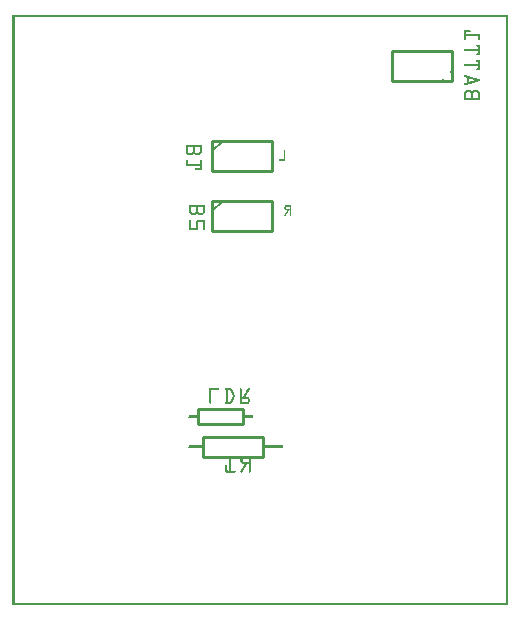
<source format=gbo>
G04 MADE WITH FRITZING*
G04 WWW.FRITZING.ORG*
G04 DOUBLE SIDED*
G04 HOLES PLATED*
G04 CONTOUR ON CENTER OF CONTOUR VECTOR*
%ASAXBY*%
%FSLAX23Y23*%
%MOIN*%
%OFA0B0*%
%SFA1.0B1.0*%
%ADD10C,0.010000*%
%ADD11C,0.005000*%
%ADD12R,0.001000X0.001000*%
%LNSILK0*%
G90*
G70*
G54D10*
X619Y605D02*
X769Y605D01*
D02*
X769Y605D02*
X769Y655D01*
D02*
X769Y655D02*
X619Y655D01*
D02*
X619Y655D02*
X619Y605D01*
D02*
X835Y563D02*
X635Y563D01*
D02*
X635Y563D02*
X635Y497D01*
D02*
X635Y497D02*
X835Y497D01*
D02*
X835Y497D02*
X835Y563D01*
D02*
X666Y1549D02*
X866Y1549D01*
D02*
X866Y1549D02*
X866Y1449D01*
D02*
X866Y1449D02*
X666Y1449D01*
D02*
X666Y1449D02*
X666Y1549D01*
G54D11*
D02*
X701Y1549D02*
X666Y1514D01*
G54D10*
D02*
X666Y1349D02*
X866Y1349D01*
D02*
X866Y1349D02*
X866Y1249D01*
D02*
X866Y1249D02*
X666Y1249D01*
D02*
X666Y1249D02*
X666Y1349D01*
G54D11*
D02*
X701Y1349D02*
X666Y1314D01*
G54D10*
D02*
X1466Y1749D02*
X1266Y1749D01*
D02*
X1266Y1749D02*
X1266Y1849D01*
D02*
X1266Y1849D02*
X1466Y1849D01*
D02*
X1466Y1849D02*
X1466Y1749D01*
G54D12*
X0Y1969D02*
X1652Y1969D01*
X0Y1968D02*
X1652Y1968D01*
X0Y1967D02*
X1652Y1967D01*
X0Y1966D02*
X1652Y1966D01*
X0Y1965D02*
X1652Y1965D01*
X0Y1964D02*
X1652Y1964D01*
X0Y1963D02*
X1652Y1963D01*
X0Y1962D02*
X1652Y1962D01*
X0Y1961D02*
X7Y1961D01*
X1645Y1961D02*
X1652Y1961D01*
X0Y1960D02*
X7Y1960D01*
X1645Y1960D02*
X1652Y1960D01*
X0Y1959D02*
X7Y1959D01*
X1645Y1959D02*
X1652Y1959D01*
X0Y1958D02*
X7Y1958D01*
X1645Y1958D02*
X1652Y1958D01*
X0Y1957D02*
X7Y1957D01*
X1645Y1957D02*
X1652Y1957D01*
X0Y1956D02*
X7Y1956D01*
X1645Y1956D02*
X1652Y1956D01*
X0Y1955D02*
X7Y1955D01*
X1645Y1955D02*
X1652Y1955D01*
X0Y1954D02*
X7Y1954D01*
X1645Y1954D02*
X1652Y1954D01*
X0Y1953D02*
X7Y1953D01*
X1645Y1953D02*
X1652Y1953D01*
X0Y1952D02*
X7Y1952D01*
X1645Y1952D02*
X1652Y1952D01*
X0Y1951D02*
X7Y1951D01*
X1645Y1951D02*
X1652Y1951D01*
X0Y1950D02*
X7Y1950D01*
X1645Y1950D02*
X1652Y1950D01*
X0Y1949D02*
X7Y1949D01*
X1645Y1949D02*
X1652Y1949D01*
X0Y1948D02*
X7Y1948D01*
X1645Y1948D02*
X1652Y1948D01*
X0Y1947D02*
X7Y1947D01*
X1645Y1947D02*
X1652Y1947D01*
X0Y1946D02*
X7Y1946D01*
X1645Y1946D02*
X1652Y1946D01*
X0Y1945D02*
X7Y1945D01*
X1645Y1945D02*
X1652Y1945D01*
X0Y1944D02*
X7Y1944D01*
X1645Y1944D02*
X1652Y1944D01*
X0Y1943D02*
X7Y1943D01*
X1645Y1943D02*
X1652Y1943D01*
X0Y1942D02*
X7Y1942D01*
X1645Y1942D02*
X1652Y1942D01*
X0Y1941D02*
X7Y1941D01*
X1645Y1941D02*
X1652Y1941D01*
X0Y1940D02*
X7Y1940D01*
X1645Y1940D02*
X1652Y1940D01*
X0Y1939D02*
X7Y1939D01*
X1645Y1939D02*
X1652Y1939D01*
X0Y1938D02*
X7Y1938D01*
X1645Y1938D02*
X1652Y1938D01*
X0Y1937D02*
X7Y1937D01*
X1645Y1937D02*
X1652Y1937D01*
X0Y1936D02*
X7Y1936D01*
X1645Y1936D02*
X1652Y1936D01*
X0Y1935D02*
X7Y1935D01*
X1645Y1935D02*
X1652Y1935D01*
X0Y1934D02*
X7Y1934D01*
X1645Y1934D02*
X1652Y1934D01*
X0Y1933D02*
X7Y1933D01*
X1645Y1933D02*
X1652Y1933D01*
X0Y1932D02*
X7Y1932D01*
X1645Y1932D02*
X1652Y1932D01*
X0Y1931D02*
X7Y1931D01*
X1645Y1931D02*
X1652Y1931D01*
X0Y1930D02*
X7Y1930D01*
X1645Y1930D02*
X1652Y1930D01*
X0Y1929D02*
X7Y1929D01*
X1645Y1929D02*
X1652Y1929D01*
X0Y1928D02*
X7Y1928D01*
X1645Y1928D02*
X1652Y1928D01*
X0Y1927D02*
X7Y1927D01*
X1645Y1927D02*
X1652Y1927D01*
X0Y1926D02*
X7Y1926D01*
X1645Y1926D02*
X1652Y1926D01*
X0Y1925D02*
X7Y1925D01*
X1645Y1925D02*
X1652Y1925D01*
X0Y1924D02*
X7Y1924D01*
X1645Y1924D02*
X1652Y1924D01*
X0Y1923D02*
X7Y1923D01*
X1645Y1923D02*
X1652Y1923D01*
X0Y1922D02*
X7Y1922D01*
X1645Y1922D02*
X1652Y1922D01*
X0Y1921D02*
X7Y1921D01*
X1645Y1921D02*
X1652Y1921D01*
X0Y1920D02*
X7Y1920D01*
X1645Y1920D02*
X1652Y1920D01*
X0Y1919D02*
X7Y1919D01*
X1506Y1919D02*
X1522Y1919D01*
X1645Y1919D02*
X1652Y1919D01*
X0Y1918D02*
X7Y1918D01*
X1505Y1918D02*
X1523Y1918D01*
X1645Y1918D02*
X1652Y1918D01*
X0Y1917D02*
X7Y1917D01*
X1505Y1917D02*
X1523Y1917D01*
X1645Y1917D02*
X1652Y1917D01*
X0Y1916D02*
X7Y1916D01*
X1505Y1916D02*
X1524Y1916D01*
X1645Y1916D02*
X1652Y1916D01*
X0Y1915D02*
X7Y1915D01*
X1505Y1915D02*
X1525Y1915D01*
X1645Y1915D02*
X1652Y1915D01*
X0Y1914D02*
X7Y1914D01*
X1505Y1914D02*
X1526Y1914D01*
X1645Y1914D02*
X1652Y1914D01*
X0Y1913D02*
X7Y1913D01*
X1505Y1913D02*
X1526Y1913D01*
X1645Y1913D02*
X1652Y1913D01*
X0Y1912D02*
X7Y1912D01*
X1505Y1912D02*
X1511Y1912D01*
X1645Y1912D02*
X1652Y1912D01*
X0Y1911D02*
X7Y1911D01*
X1505Y1911D02*
X1511Y1911D01*
X1645Y1911D02*
X1652Y1911D01*
X0Y1910D02*
X7Y1910D01*
X1505Y1910D02*
X1511Y1910D01*
X1645Y1910D02*
X1652Y1910D01*
X0Y1909D02*
X7Y1909D01*
X1505Y1909D02*
X1511Y1909D01*
X1645Y1909D02*
X1652Y1909D01*
X0Y1908D02*
X7Y1908D01*
X1505Y1908D02*
X1511Y1908D01*
X1645Y1908D02*
X1652Y1908D01*
X0Y1907D02*
X7Y1907D01*
X1505Y1907D02*
X1511Y1907D01*
X1645Y1907D02*
X1652Y1907D01*
X0Y1906D02*
X7Y1906D01*
X1505Y1906D02*
X1511Y1906D01*
X1645Y1906D02*
X1652Y1906D01*
X0Y1905D02*
X7Y1905D01*
X1505Y1905D02*
X1558Y1905D01*
X1645Y1905D02*
X1652Y1905D01*
X0Y1904D02*
X7Y1904D01*
X1505Y1904D02*
X1558Y1904D01*
X1645Y1904D02*
X1652Y1904D01*
X0Y1903D02*
X7Y1903D01*
X1505Y1903D02*
X1558Y1903D01*
X1645Y1903D02*
X1652Y1903D01*
X0Y1902D02*
X7Y1902D01*
X1505Y1902D02*
X1558Y1902D01*
X1645Y1902D02*
X1652Y1902D01*
X0Y1901D02*
X7Y1901D01*
X1505Y1901D02*
X1558Y1901D01*
X1645Y1901D02*
X1652Y1901D01*
X0Y1900D02*
X7Y1900D01*
X1505Y1900D02*
X1558Y1900D01*
X1645Y1900D02*
X1652Y1900D01*
X0Y1899D02*
X7Y1899D01*
X1505Y1899D02*
X1558Y1899D01*
X1645Y1899D02*
X1652Y1899D01*
X0Y1898D02*
X7Y1898D01*
X1505Y1898D02*
X1511Y1898D01*
X1552Y1898D02*
X1558Y1898D01*
X1645Y1898D02*
X1652Y1898D01*
X0Y1897D02*
X7Y1897D01*
X1505Y1897D02*
X1511Y1897D01*
X1552Y1897D02*
X1558Y1897D01*
X1645Y1897D02*
X1652Y1897D01*
X0Y1896D02*
X7Y1896D01*
X1505Y1896D02*
X1511Y1896D01*
X1552Y1896D02*
X1558Y1896D01*
X1645Y1896D02*
X1652Y1896D01*
X0Y1895D02*
X7Y1895D01*
X1505Y1895D02*
X1511Y1895D01*
X1552Y1895D02*
X1558Y1895D01*
X1645Y1895D02*
X1652Y1895D01*
X0Y1894D02*
X7Y1894D01*
X1505Y1894D02*
X1511Y1894D01*
X1552Y1894D02*
X1558Y1894D01*
X1645Y1894D02*
X1652Y1894D01*
X0Y1893D02*
X7Y1893D01*
X1505Y1893D02*
X1511Y1893D01*
X1552Y1893D02*
X1558Y1893D01*
X1645Y1893D02*
X1652Y1893D01*
X0Y1892D02*
X7Y1892D01*
X1505Y1892D02*
X1511Y1892D01*
X1552Y1892D02*
X1558Y1892D01*
X1645Y1892D02*
X1652Y1892D01*
X0Y1891D02*
X7Y1891D01*
X1505Y1891D02*
X1511Y1891D01*
X1552Y1891D02*
X1558Y1891D01*
X1645Y1891D02*
X1652Y1891D01*
X0Y1890D02*
X7Y1890D01*
X1505Y1890D02*
X1511Y1890D01*
X1552Y1890D02*
X1558Y1890D01*
X1645Y1890D02*
X1652Y1890D01*
X0Y1889D02*
X7Y1889D01*
X1505Y1889D02*
X1511Y1889D01*
X1552Y1889D02*
X1558Y1889D01*
X1645Y1889D02*
X1652Y1889D01*
X0Y1888D02*
X7Y1888D01*
X1505Y1888D02*
X1511Y1888D01*
X1552Y1888D02*
X1558Y1888D01*
X1645Y1888D02*
X1652Y1888D01*
X0Y1887D02*
X7Y1887D01*
X1505Y1887D02*
X1510Y1887D01*
X1552Y1887D02*
X1557Y1887D01*
X1645Y1887D02*
X1652Y1887D01*
X0Y1886D02*
X7Y1886D01*
X1506Y1886D02*
X1509Y1886D01*
X1553Y1886D02*
X1557Y1886D01*
X1645Y1886D02*
X1652Y1886D01*
X0Y1885D02*
X7Y1885D01*
X1645Y1885D02*
X1652Y1885D01*
X0Y1884D02*
X7Y1884D01*
X1645Y1884D02*
X1652Y1884D01*
X0Y1883D02*
X7Y1883D01*
X1645Y1883D02*
X1652Y1883D01*
X0Y1882D02*
X7Y1882D01*
X1645Y1882D02*
X1652Y1882D01*
X0Y1881D02*
X7Y1881D01*
X1645Y1881D02*
X1652Y1881D01*
X0Y1880D02*
X7Y1880D01*
X1645Y1880D02*
X1652Y1880D01*
X0Y1879D02*
X7Y1879D01*
X1645Y1879D02*
X1652Y1879D01*
X0Y1878D02*
X7Y1878D01*
X1645Y1878D02*
X1652Y1878D01*
X0Y1877D02*
X7Y1877D01*
X1645Y1877D02*
X1652Y1877D01*
X0Y1876D02*
X7Y1876D01*
X1645Y1876D02*
X1652Y1876D01*
X0Y1875D02*
X7Y1875D01*
X1645Y1875D02*
X1652Y1875D01*
X0Y1874D02*
X7Y1874D01*
X1645Y1874D02*
X1652Y1874D01*
X0Y1873D02*
X7Y1873D01*
X1645Y1873D02*
X1652Y1873D01*
X0Y1872D02*
X7Y1872D01*
X1645Y1872D02*
X1652Y1872D01*
X0Y1871D02*
X7Y1871D01*
X1645Y1871D02*
X1652Y1871D01*
X0Y1870D02*
X7Y1870D01*
X1645Y1870D02*
X1652Y1870D01*
X0Y1869D02*
X7Y1869D01*
X1548Y1869D02*
X1558Y1869D01*
X1645Y1869D02*
X1652Y1869D01*
X0Y1868D02*
X7Y1868D01*
X1547Y1868D02*
X1558Y1868D01*
X1645Y1868D02*
X1652Y1868D01*
X0Y1867D02*
X7Y1867D01*
X1546Y1867D02*
X1558Y1867D01*
X1645Y1867D02*
X1652Y1867D01*
X0Y1866D02*
X7Y1866D01*
X1546Y1866D02*
X1558Y1866D01*
X1645Y1866D02*
X1652Y1866D01*
X0Y1865D02*
X7Y1865D01*
X1546Y1865D02*
X1558Y1865D01*
X1645Y1865D02*
X1652Y1865D01*
X0Y1864D02*
X7Y1864D01*
X1547Y1864D02*
X1558Y1864D01*
X1645Y1864D02*
X1652Y1864D01*
X0Y1863D02*
X7Y1863D01*
X1548Y1863D02*
X1558Y1863D01*
X1645Y1863D02*
X1652Y1863D01*
X0Y1862D02*
X7Y1862D01*
X1552Y1862D02*
X1558Y1862D01*
X1645Y1862D02*
X1652Y1862D01*
X0Y1861D02*
X7Y1861D01*
X1552Y1861D02*
X1558Y1861D01*
X1645Y1861D02*
X1652Y1861D01*
X0Y1860D02*
X7Y1860D01*
X1552Y1860D02*
X1558Y1860D01*
X1645Y1860D02*
X1652Y1860D01*
X0Y1859D02*
X7Y1859D01*
X1552Y1859D02*
X1558Y1859D01*
X1645Y1859D02*
X1652Y1859D01*
X0Y1858D02*
X7Y1858D01*
X1552Y1858D02*
X1558Y1858D01*
X1645Y1858D02*
X1652Y1858D01*
X0Y1857D02*
X7Y1857D01*
X1552Y1857D02*
X1558Y1857D01*
X1645Y1857D02*
X1652Y1857D01*
X0Y1856D02*
X7Y1856D01*
X1552Y1856D02*
X1558Y1856D01*
X1645Y1856D02*
X1652Y1856D01*
X0Y1855D02*
X7Y1855D01*
X1506Y1855D02*
X1558Y1855D01*
X1645Y1855D02*
X1652Y1855D01*
X0Y1854D02*
X7Y1854D01*
X1505Y1854D02*
X1558Y1854D01*
X1645Y1854D02*
X1652Y1854D01*
X0Y1853D02*
X7Y1853D01*
X1505Y1853D02*
X1558Y1853D01*
X1645Y1853D02*
X1652Y1853D01*
X0Y1852D02*
X7Y1852D01*
X1505Y1852D02*
X1558Y1852D01*
X1645Y1852D02*
X1652Y1852D01*
X0Y1851D02*
X7Y1851D01*
X1505Y1851D02*
X1558Y1851D01*
X1645Y1851D02*
X1652Y1851D01*
X0Y1850D02*
X7Y1850D01*
X1506Y1850D02*
X1558Y1850D01*
X1645Y1850D02*
X1652Y1850D01*
X0Y1849D02*
X7Y1849D01*
X1507Y1849D02*
X1558Y1849D01*
X1645Y1849D02*
X1652Y1849D01*
X0Y1848D02*
X7Y1848D01*
X1552Y1848D02*
X1558Y1848D01*
X1645Y1848D02*
X1652Y1848D01*
X0Y1847D02*
X7Y1847D01*
X1552Y1847D02*
X1558Y1847D01*
X1645Y1847D02*
X1652Y1847D01*
X0Y1846D02*
X7Y1846D01*
X1552Y1846D02*
X1558Y1846D01*
X1645Y1846D02*
X1652Y1846D01*
X0Y1845D02*
X7Y1845D01*
X1552Y1845D02*
X1558Y1845D01*
X1645Y1845D02*
X1652Y1845D01*
X0Y1844D02*
X7Y1844D01*
X1552Y1844D02*
X1558Y1844D01*
X1645Y1844D02*
X1652Y1844D01*
X0Y1843D02*
X7Y1843D01*
X1552Y1843D02*
X1558Y1843D01*
X1645Y1843D02*
X1652Y1843D01*
X0Y1842D02*
X7Y1842D01*
X1551Y1842D02*
X1558Y1842D01*
X1645Y1842D02*
X1652Y1842D01*
X0Y1841D02*
X7Y1841D01*
X1547Y1841D02*
X1558Y1841D01*
X1645Y1841D02*
X1652Y1841D01*
X0Y1840D02*
X7Y1840D01*
X1546Y1840D02*
X1558Y1840D01*
X1645Y1840D02*
X1652Y1840D01*
X0Y1839D02*
X7Y1839D01*
X1546Y1839D02*
X1558Y1839D01*
X1645Y1839D02*
X1652Y1839D01*
X0Y1838D02*
X7Y1838D01*
X1546Y1838D02*
X1558Y1838D01*
X1645Y1838D02*
X1652Y1838D01*
X0Y1837D02*
X7Y1837D01*
X1546Y1837D02*
X1558Y1837D01*
X1645Y1837D02*
X1652Y1837D01*
X0Y1836D02*
X7Y1836D01*
X1547Y1836D02*
X1558Y1836D01*
X1645Y1836D02*
X1652Y1836D01*
X0Y1835D02*
X7Y1835D01*
X1549Y1835D02*
X1557Y1835D01*
X1645Y1835D02*
X1652Y1835D01*
X0Y1834D02*
X7Y1834D01*
X1645Y1834D02*
X1652Y1834D01*
X0Y1833D02*
X7Y1833D01*
X1645Y1833D02*
X1652Y1833D01*
X0Y1832D02*
X7Y1832D01*
X1645Y1832D02*
X1652Y1832D01*
X0Y1831D02*
X7Y1831D01*
X1645Y1831D02*
X1652Y1831D01*
X0Y1830D02*
X7Y1830D01*
X1645Y1830D02*
X1652Y1830D01*
X0Y1829D02*
X7Y1829D01*
X1645Y1829D02*
X1652Y1829D01*
X0Y1828D02*
X7Y1828D01*
X1645Y1828D02*
X1652Y1828D01*
X0Y1827D02*
X7Y1827D01*
X1645Y1827D02*
X1652Y1827D01*
X0Y1826D02*
X7Y1826D01*
X1645Y1826D02*
X1652Y1826D01*
X0Y1825D02*
X7Y1825D01*
X1645Y1825D02*
X1652Y1825D01*
X0Y1824D02*
X7Y1824D01*
X1645Y1824D02*
X1652Y1824D01*
X0Y1823D02*
X7Y1823D01*
X1645Y1823D02*
X1652Y1823D01*
X0Y1822D02*
X7Y1822D01*
X1645Y1822D02*
X1652Y1822D01*
X0Y1821D02*
X7Y1821D01*
X1645Y1821D02*
X1652Y1821D01*
X0Y1820D02*
X7Y1820D01*
X1645Y1820D02*
X1652Y1820D01*
X0Y1819D02*
X7Y1819D01*
X1548Y1819D02*
X1558Y1819D01*
X1645Y1819D02*
X1652Y1819D01*
X0Y1818D02*
X7Y1818D01*
X1547Y1818D02*
X1558Y1818D01*
X1645Y1818D02*
X1652Y1818D01*
X0Y1817D02*
X7Y1817D01*
X1546Y1817D02*
X1558Y1817D01*
X1645Y1817D02*
X1652Y1817D01*
X0Y1816D02*
X7Y1816D01*
X1546Y1816D02*
X1558Y1816D01*
X1645Y1816D02*
X1652Y1816D01*
X0Y1815D02*
X7Y1815D01*
X1546Y1815D02*
X1558Y1815D01*
X1645Y1815D02*
X1652Y1815D01*
X0Y1814D02*
X7Y1814D01*
X1546Y1814D02*
X1558Y1814D01*
X1645Y1814D02*
X1652Y1814D01*
X0Y1813D02*
X7Y1813D01*
X1547Y1813D02*
X1558Y1813D01*
X1645Y1813D02*
X1652Y1813D01*
X0Y1812D02*
X7Y1812D01*
X1552Y1812D02*
X1558Y1812D01*
X1645Y1812D02*
X1652Y1812D01*
X0Y1811D02*
X7Y1811D01*
X1552Y1811D02*
X1558Y1811D01*
X1645Y1811D02*
X1652Y1811D01*
X0Y1810D02*
X7Y1810D01*
X1552Y1810D02*
X1558Y1810D01*
X1645Y1810D02*
X1652Y1810D01*
X0Y1809D02*
X7Y1809D01*
X1552Y1809D02*
X1558Y1809D01*
X1645Y1809D02*
X1652Y1809D01*
X0Y1808D02*
X7Y1808D01*
X1552Y1808D02*
X1558Y1808D01*
X1645Y1808D02*
X1652Y1808D01*
X0Y1807D02*
X7Y1807D01*
X1552Y1807D02*
X1558Y1807D01*
X1645Y1807D02*
X1652Y1807D01*
X0Y1806D02*
X7Y1806D01*
X1552Y1806D02*
X1558Y1806D01*
X1645Y1806D02*
X1652Y1806D01*
X0Y1805D02*
X7Y1805D01*
X1506Y1805D02*
X1558Y1805D01*
X1645Y1805D02*
X1652Y1805D01*
X0Y1804D02*
X7Y1804D01*
X1505Y1804D02*
X1558Y1804D01*
X1645Y1804D02*
X1652Y1804D01*
X0Y1803D02*
X7Y1803D01*
X1505Y1803D02*
X1558Y1803D01*
X1645Y1803D02*
X1652Y1803D01*
X0Y1802D02*
X7Y1802D01*
X1505Y1802D02*
X1558Y1802D01*
X1645Y1802D02*
X1652Y1802D01*
X0Y1801D02*
X7Y1801D01*
X1505Y1801D02*
X1558Y1801D01*
X1645Y1801D02*
X1652Y1801D01*
X0Y1800D02*
X7Y1800D01*
X1505Y1800D02*
X1558Y1800D01*
X1645Y1800D02*
X1652Y1800D01*
X0Y1799D02*
X7Y1799D01*
X1506Y1799D02*
X1558Y1799D01*
X1645Y1799D02*
X1652Y1799D01*
X0Y1798D02*
X7Y1798D01*
X1552Y1798D02*
X1558Y1798D01*
X1645Y1798D02*
X1652Y1798D01*
X0Y1797D02*
X7Y1797D01*
X1552Y1797D02*
X1558Y1797D01*
X1645Y1797D02*
X1652Y1797D01*
X0Y1796D02*
X7Y1796D01*
X1552Y1796D02*
X1558Y1796D01*
X1645Y1796D02*
X1652Y1796D01*
X0Y1795D02*
X7Y1795D01*
X1552Y1795D02*
X1558Y1795D01*
X1645Y1795D02*
X1652Y1795D01*
X0Y1794D02*
X7Y1794D01*
X1552Y1794D02*
X1558Y1794D01*
X1645Y1794D02*
X1652Y1794D01*
X0Y1793D02*
X7Y1793D01*
X1552Y1793D02*
X1558Y1793D01*
X1645Y1793D02*
X1652Y1793D01*
X0Y1792D02*
X7Y1792D01*
X1552Y1792D02*
X1558Y1792D01*
X1645Y1792D02*
X1652Y1792D01*
X0Y1791D02*
X7Y1791D01*
X1547Y1791D02*
X1558Y1791D01*
X1645Y1791D02*
X1652Y1791D01*
X0Y1790D02*
X7Y1790D01*
X1546Y1790D02*
X1558Y1790D01*
X1645Y1790D02*
X1652Y1790D01*
X0Y1789D02*
X7Y1789D01*
X1546Y1789D02*
X1558Y1789D01*
X1645Y1789D02*
X1652Y1789D01*
X0Y1788D02*
X7Y1788D01*
X1546Y1788D02*
X1558Y1788D01*
X1645Y1788D02*
X1652Y1788D01*
X0Y1787D02*
X7Y1787D01*
X1546Y1787D02*
X1558Y1787D01*
X1645Y1787D02*
X1652Y1787D01*
X0Y1786D02*
X7Y1786D01*
X1463Y1786D02*
X1464Y1786D01*
X1547Y1786D02*
X1558Y1786D01*
X1645Y1786D02*
X1652Y1786D01*
X0Y1785D02*
X7Y1785D01*
X1462Y1785D02*
X1465Y1785D01*
X1548Y1785D02*
X1558Y1785D01*
X1645Y1785D02*
X1652Y1785D01*
X0Y1784D02*
X7Y1784D01*
X1461Y1784D02*
X1466Y1784D01*
X1645Y1784D02*
X1652Y1784D01*
X0Y1783D02*
X7Y1783D01*
X1460Y1783D02*
X1466Y1783D01*
X1645Y1783D02*
X1652Y1783D01*
X0Y1782D02*
X7Y1782D01*
X1460Y1782D02*
X1465Y1782D01*
X1645Y1782D02*
X1652Y1782D01*
X0Y1781D02*
X7Y1781D01*
X1460Y1781D02*
X1464Y1781D01*
X1645Y1781D02*
X1652Y1781D01*
X0Y1780D02*
X7Y1780D01*
X1460Y1780D02*
X1463Y1780D01*
X1645Y1780D02*
X1652Y1780D01*
X0Y1779D02*
X7Y1779D01*
X1460Y1779D02*
X1462Y1779D01*
X1645Y1779D02*
X1652Y1779D01*
X0Y1778D02*
X7Y1778D01*
X1460Y1778D02*
X1461Y1778D01*
X1645Y1778D02*
X1652Y1778D01*
X0Y1777D02*
X7Y1777D01*
X1460Y1777D02*
X1460Y1777D01*
X1645Y1777D02*
X1652Y1777D01*
X0Y1776D02*
X7Y1776D01*
X1645Y1776D02*
X1652Y1776D01*
X0Y1775D02*
X7Y1775D01*
X1645Y1775D02*
X1652Y1775D01*
X0Y1774D02*
X7Y1774D01*
X1645Y1774D02*
X1652Y1774D01*
X0Y1773D02*
X7Y1773D01*
X1645Y1773D02*
X1652Y1773D01*
X0Y1772D02*
X7Y1772D01*
X1645Y1772D02*
X1652Y1772D01*
X0Y1771D02*
X7Y1771D01*
X1645Y1771D02*
X1652Y1771D01*
X0Y1770D02*
X7Y1770D01*
X1645Y1770D02*
X1652Y1770D01*
X0Y1769D02*
X7Y1769D01*
X1507Y1769D02*
X1508Y1769D01*
X1645Y1769D02*
X1652Y1769D01*
X0Y1768D02*
X7Y1768D01*
X1506Y1768D02*
X1511Y1768D01*
X1645Y1768D02*
X1652Y1768D01*
X0Y1767D02*
X7Y1767D01*
X1505Y1767D02*
X1515Y1767D01*
X1645Y1767D02*
X1652Y1767D01*
X0Y1766D02*
X7Y1766D01*
X1505Y1766D02*
X1518Y1766D01*
X1645Y1766D02*
X1652Y1766D01*
X0Y1765D02*
X7Y1765D01*
X1505Y1765D02*
X1522Y1765D01*
X1645Y1765D02*
X1652Y1765D01*
X0Y1764D02*
X7Y1764D01*
X1505Y1764D02*
X1525Y1764D01*
X1645Y1764D02*
X1652Y1764D01*
X0Y1763D02*
X7Y1763D01*
X1506Y1763D02*
X1528Y1763D01*
X1645Y1763D02*
X1652Y1763D01*
X0Y1762D02*
X7Y1762D01*
X1508Y1762D02*
X1532Y1762D01*
X1645Y1762D02*
X1652Y1762D01*
X0Y1761D02*
X7Y1761D01*
X1511Y1761D02*
X1535Y1761D01*
X1645Y1761D02*
X1652Y1761D01*
X0Y1760D02*
X7Y1760D01*
X1515Y1760D02*
X1539Y1760D01*
X1645Y1760D02*
X1652Y1760D01*
X0Y1759D02*
X7Y1759D01*
X1516Y1759D02*
X1542Y1759D01*
X1645Y1759D02*
X1652Y1759D01*
X0Y1758D02*
X7Y1758D01*
X1516Y1758D02*
X1546Y1758D01*
X1645Y1758D02*
X1652Y1758D01*
X0Y1757D02*
X7Y1757D01*
X1516Y1757D02*
X1523Y1757D01*
X1525Y1757D02*
X1549Y1757D01*
X1645Y1757D02*
X1652Y1757D01*
X0Y1756D02*
X7Y1756D01*
X1433Y1756D02*
X1439Y1756D01*
X1516Y1756D02*
X1522Y1756D01*
X1528Y1756D02*
X1552Y1756D01*
X1645Y1756D02*
X1652Y1756D01*
X0Y1755D02*
X7Y1755D01*
X1432Y1755D02*
X1438Y1755D01*
X1516Y1755D02*
X1522Y1755D01*
X1532Y1755D02*
X1556Y1755D01*
X1645Y1755D02*
X1652Y1755D01*
X0Y1754D02*
X7Y1754D01*
X1431Y1754D02*
X1437Y1754D01*
X1516Y1754D02*
X1522Y1754D01*
X1535Y1754D02*
X1557Y1754D01*
X1645Y1754D02*
X1652Y1754D01*
X0Y1753D02*
X7Y1753D01*
X1430Y1753D02*
X1436Y1753D01*
X1516Y1753D02*
X1522Y1753D01*
X1539Y1753D02*
X1558Y1753D01*
X1645Y1753D02*
X1652Y1753D01*
X0Y1752D02*
X7Y1752D01*
X1429Y1752D02*
X1435Y1752D01*
X1516Y1752D02*
X1522Y1752D01*
X1542Y1752D02*
X1558Y1752D01*
X1645Y1752D02*
X1652Y1752D01*
X0Y1751D02*
X7Y1751D01*
X1430Y1751D02*
X1434Y1751D01*
X1516Y1751D02*
X1522Y1751D01*
X1540Y1751D02*
X1558Y1751D01*
X1645Y1751D02*
X1652Y1751D01*
X0Y1750D02*
X7Y1750D01*
X1431Y1750D02*
X1433Y1750D01*
X1516Y1750D02*
X1522Y1750D01*
X1537Y1750D02*
X1557Y1750D01*
X1645Y1750D02*
X1652Y1750D01*
X0Y1749D02*
X7Y1749D01*
X1432Y1749D02*
X1432Y1749D01*
X1516Y1749D02*
X1522Y1749D01*
X1533Y1749D02*
X1556Y1749D01*
X1645Y1749D02*
X1652Y1749D01*
X0Y1748D02*
X7Y1748D01*
X1516Y1748D02*
X1522Y1748D01*
X1530Y1748D02*
X1554Y1748D01*
X1645Y1748D02*
X1652Y1748D01*
X0Y1747D02*
X7Y1747D01*
X1516Y1747D02*
X1522Y1747D01*
X1526Y1747D02*
X1550Y1747D01*
X1645Y1747D02*
X1652Y1747D01*
X0Y1746D02*
X7Y1746D01*
X1516Y1746D02*
X1547Y1746D01*
X1645Y1746D02*
X1652Y1746D01*
X0Y1745D02*
X7Y1745D01*
X1516Y1745D02*
X1544Y1745D01*
X1645Y1745D02*
X1652Y1745D01*
X0Y1744D02*
X7Y1744D01*
X1516Y1744D02*
X1540Y1744D01*
X1645Y1744D02*
X1652Y1744D01*
X0Y1743D02*
X7Y1743D01*
X1513Y1743D02*
X1537Y1743D01*
X1645Y1743D02*
X1652Y1743D01*
X0Y1742D02*
X7Y1742D01*
X1509Y1742D02*
X1533Y1742D01*
X1645Y1742D02*
X1652Y1742D01*
X0Y1741D02*
X7Y1741D01*
X1506Y1741D02*
X1530Y1741D01*
X1645Y1741D02*
X1652Y1741D01*
X0Y1740D02*
X7Y1740D01*
X1505Y1740D02*
X1526Y1740D01*
X1645Y1740D02*
X1652Y1740D01*
X0Y1739D02*
X7Y1739D01*
X1505Y1739D02*
X1523Y1739D01*
X1645Y1739D02*
X1652Y1739D01*
X0Y1738D02*
X7Y1738D01*
X1505Y1738D02*
X1520Y1738D01*
X1645Y1738D02*
X1652Y1738D01*
X0Y1737D02*
X7Y1737D01*
X1505Y1737D02*
X1516Y1737D01*
X1645Y1737D02*
X1652Y1737D01*
X0Y1736D02*
X7Y1736D01*
X1505Y1736D02*
X1513Y1736D01*
X1645Y1736D02*
X1652Y1736D01*
X0Y1735D02*
X7Y1735D01*
X1506Y1735D02*
X1509Y1735D01*
X1645Y1735D02*
X1652Y1735D01*
X0Y1734D02*
X7Y1734D01*
X1645Y1734D02*
X1652Y1734D01*
X0Y1733D02*
X7Y1733D01*
X1645Y1733D02*
X1652Y1733D01*
X0Y1732D02*
X7Y1732D01*
X1645Y1732D02*
X1652Y1732D01*
X0Y1731D02*
X7Y1731D01*
X1645Y1731D02*
X1652Y1731D01*
X0Y1730D02*
X7Y1730D01*
X1645Y1730D02*
X1652Y1730D01*
X0Y1729D02*
X7Y1729D01*
X1645Y1729D02*
X1652Y1729D01*
X0Y1728D02*
X7Y1728D01*
X1645Y1728D02*
X1652Y1728D01*
X0Y1727D02*
X7Y1727D01*
X1645Y1727D02*
X1652Y1727D01*
X0Y1726D02*
X7Y1726D01*
X1645Y1726D02*
X1652Y1726D01*
X0Y1725D02*
X7Y1725D01*
X1645Y1725D02*
X1652Y1725D01*
X0Y1724D02*
X7Y1724D01*
X1645Y1724D02*
X1652Y1724D01*
X0Y1723D02*
X7Y1723D01*
X1645Y1723D02*
X1652Y1723D01*
X0Y1722D02*
X7Y1722D01*
X1645Y1722D02*
X1652Y1722D01*
X0Y1721D02*
X7Y1721D01*
X1645Y1721D02*
X1652Y1721D01*
X0Y1720D02*
X7Y1720D01*
X1645Y1720D02*
X1652Y1720D01*
X0Y1719D02*
X7Y1719D01*
X1645Y1719D02*
X1652Y1719D01*
X0Y1718D02*
X7Y1718D01*
X1514Y1718D02*
X1525Y1718D01*
X1537Y1718D02*
X1549Y1718D01*
X1645Y1718D02*
X1652Y1718D01*
X0Y1717D02*
X7Y1717D01*
X1512Y1717D02*
X1527Y1717D01*
X1535Y1717D02*
X1551Y1717D01*
X1645Y1717D02*
X1652Y1717D01*
X0Y1716D02*
X7Y1716D01*
X1510Y1716D02*
X1529Y1716D01*
X1534Y1716D02*
X1552Y1716D01*
X1645Y1716D02*
X1652Y1716D01*
X0Y1715D02*
X7Y1715D01*
X1509Y1715D02*
X1530Y1715D01*
X1533Y1715D02*
X1553Y1715D01*
X1645Y1715D02*
X1652Y1715D01*
X0Y1714D02*
X7Y1714D01*
X1508Y1714D02*
X1554Y1714D01*
X1645Y1714D02*
X1652Y1714D01*
X0Y1713D02*
X7Y1713D01*
X1507Y1713D02*
X1555Y1713D01*
X1645Y1713D02*
X1652Y1713D01*
X0Y1712D02*
X7Y1712D01*
X1507Y1712D02*
X1556Y1712D01*
X1645Y1712D02*
X1652Y1712D01*
X0Y1711D02*
X7Y1711D01*
X1506Y1711D02*
X1514Y1711D01*
X1525Y1711D02*
X1538Y1711D01*
X1548Y1711D02*
X1556Y1711D01*
X1645Y1711D02*
X1652Y1711D01*
X0Y1710D02*
X7Y1710D01*
X1506Y1710D02*
X1513Y1710D01*
X1526Y1710D02*
X1537Y1710D01*
X1549Y1710D02*
X1557Y1710D01*
X1645Y1710D02*
X1652Y1710D01*
X0Y1709D02*
X7Y1709D01*
X1505Y1709D02*
X1512Y1709D01*
X1527Y1709D02*
X1536Y1709D01*
X1550Y1709D02*
X1557Y1709D01*
X1645Y1709D02*
X1652Y1709D01*
X0Y1708D02*
X7Y1708D01*
X1505Y1708D02*
X1511Y1708D01*
X1527Y1708D02*
X1535Y1708D01*
X1551Y1708D02*
X1557Y1708D01*
X1645Y1708D02*
X1652Y1708D01*
X0Y1707D02*
X7Y1707D01*
X1505Y1707D02*
X1511Y1707D01*
X1528Y1707D02*
X1535Y1707D01*
X1551Y1707D02*
X1558Y1707D01*
X1645Y1707D02*
X1652Y1707D01*
X0Y1706D02*
X7Y1706D01*
X1505Y1706D02*
X1511Y1706D01*
X1528Y1706D02*
X1534Y1706D01*
X1552Y1706D02*
X1558Y1706D01*
X1645Y1706D02*
X1652Y1706D01*
X0Y1705D02*
X7Y1705D01*
X1505Y1705D02*
X1511Y1705D01*
X1528Y1705D02*
X1534Y1705D01*
X1552Y1705D02*
X1558Y1705D01*
X1645Y1705D02*
X1652Y1705D01*
X0Y1704D02*
X7Y1704D01*
X1505Y1704D02*
X1511Y1704D01*
X1528Y1704D02*
X1534Y1704D01*
X1552Y1704D02*
X1558Y1704D01*
X1645Y1704D02*
X1652Y1704D01*
X0Y1703D02*
X7Y1703D01*
X1505Y1703D02*
X1511Y1703D01*
X1528Y1703D02*
X1534Y1703D01*
X1552Y1703D02*
X1558Y1703D01*
X1645Y1703D02*
X1652Y1703D01*
X0Y1702D02*
X7Y1702D01*
X1505Y1702D02*
X1511Y1702D01*
X1528Y1702D02*
X1534Y1702D01*
X1552Y1702D02*
X1558Y1702D01*
X1645Y1702D02*
X1652Y1702D01*
X0Y1701D02*
X7Y1701D01*
X1505Y1701D02*
X1511Y1701D01*
X1528Y1701D02*
X1534Y1701D01*
X1552Y1701D02*
X1558Y1701D01*
X1645Y1701D02*
X1652Y1701D01*
X0Y1700D02*
X7Y1700D01*
X1505Y1700D02*
X1511Y1700D01*
X1528Y1700D02*
X1534Y1700D01*
X1552Y1700D02*
X1558Y1700D01*
X1645Y1700D02*
X1652Y1700D01*
X0Y1699D02*
X7Y1699D01*
X1505Y1699D02*
X1511Y1699D01*
X1528Y1699D02*
X1534Y1699D01*
X1552Y1699D02*
X1558Y1699D01*
X1645Y1699D02*
X1652Y1699D01*
X0Y1698D02*
X7Y1698D01*
X1505Y1698D02*
X1511Y1698D01*
X1528Y1698D02*
X1534Y1698D01*
X1552Y1698D02*
X1558Y1698D01*
X1645Y1698D02*
X1652Y1698D01*
X0Y1697D02*
X7Y1697D01*
X1505Y1697D02*
X1511Y1697D01*
X1528Y1697D02*
X1534Y1697D01*
X1552Y1697D02*
X1558Y1697D01*
X1645Y1697D02*
X1652Y1697D01*
X0Y1696D02*
X7Y1696D01*
X1505Y1696D02*
X1511Y1696D01*
X1528Y1696D02*
X1534Y1696D01*
X1552Y1696D02*
X1558Y1696D01*
X1645Y1696D02*
X1652Y1696D01*
X0Y1695D02*
X7Y1695D01*
X1505Y1695D02*
X1511Y1695D01*
X1528Y1695D02*
X1534Y1695D01*
X1552Y1695D02*
X1558Y1695D01*
X1645Y1695D02*
X1652Y1695D01*
X0Y1694D02*
X7Y1694D01*
X1505Y1694D02*
X1511Y1694D01*
X1528Y1694D02*
X1534Y1694D01*
X1552Y1694D02*
X1558Y1694D01*
X1645Y1694D02*
X1652Y1694D01*
X0Y1693D02*
X7Y1693D01*
X1505Y1693D02*
X1511Y1693D01*
X1528Y1693D02*
X1534Y1693D01*
X1552Y1693D02*
X1558Y1693D01*
X1645Y1693D02*
X1652Y1693D01*
X0Y1692D02*
X7Y1692D01*
X1505Y1692D02*
X1511Y1692D01*
X1528Y1692D02*
X1534Y1692D01*
X1552Y1692D02*
X1558Y1692D01*
X1645Y1692D02*
X1652Y1692D01*
X0Y1691D02*
X7Y1691D01*
X1505Y1691D02*
X1558Y1691D01*
X1645Y1691D02*
X1652Y1691D01*
X0Y1690D02*
X7Y1690D01*
X1505Y1690D02*
X1558Y1690D01*
X1645Y1690D02*
X1652Y1690D01*
X0Y1689D02*
X7Y1689D01*
X1505Y1689D02*
X1558Y1689D01*
X1645Y1689D02*
X1652Y1689D01*
X0Y1688D02*
X7Y1688D01*
X1505Y1688D02*
X1558Y1688D01*
X1645Y1688D02*
X1652Y1688D01*
X0Y1687D02*
X7Y1687D01*
X1505Y1687D02*
X1558Y1687D01*
X1645Y1687D02*
X1652Y1687D01*
X0Y1686D02*
X7Y1686D01*
X1505Y1686D02*
X1558Y1686D01*
X1645Y1686D02*
X1652Y1686D01*
X0Y1685D02*
X7Y1685D01*
X1505Y1685D02*
X1558Y1685D01*
X1645Y1685D02*
X1652Y1685D01*
X0Y1684D02*
X7Y1684D01*
X1645Y1684D02*
X1652Y1684D01*
X0Y1683D02*
X7Y1683D01*
X1645Y1683D02*
X1652Y1683D01*
X0Y1682D02*
X7Y1682D01*
X1645Y1682D02*
X1652Y1682D01*
X0Y1681D02*
X7Y1681D01*
X1645Y1681D02*
X1652Y1681D01*
X0Y1680D02*
X7Y1680D01*
X1645Y1680D02*
X1652Y1680D01*
X0Y1679D02*
X7Y1679D01*
X1645Y1679D02*
X1652Y1679D01*
X0Y1678D02*
X7Y1678D01*
X1645Y1678D02*
X1652Y1678D01*
X0Y1677D02*
X7Y1677D01*
X1645Y1677D02*
X1652Y1677D01*
X0Y1676D02*
X7Y1676D01*
X1645Y1676D02*
X1652Y1676D01*
X0Y1675D02*
X7Y1675D01*
X1645Y1675D02*
X1652Y1675D01*
X0Y1674D02*
X7Y1674D01*
X1645Y1674D02*
X1652Y1674D01*
X0Y1673D02*
X7Y1673D01*
X1645Y1673D02*
X1652Y1673D01*
X0Y1672D02*
X7Y1672D01*
X1645Y1672D02*
X1652Y1672D01*
X0Y1671D02*
X7Y1671D01*
X1645Y1671D02*
X1652Y1671D01*
X0Y1670D02*
X7Y1670D01*
X1645Y1670D02*
X1652Y1670D01*
X0Y1669D02*
X7Y1669D01*
X1645Y1669D02*
X1652Y1669D01*
X0Y1668D02*
X7Y1668D01*
X1645Y1668D02*
X1652Y1668D01*
X0Y1667D02*
X7Y1667D01*
X1645Y1667D02*
X1652Y1667D01*
X0Y1666D02*
X7Y1666D01*
X1645Y1666D02*
X1652Y1666D01*
X0Y1665D02*
X7Y1665D01*
X1645Y1665D02*
X1652Y1665D01*
X0Y1664D02*
X7Y1664D01*
X1645Y1664D02*
X1652Y1664D01*
X0Y1663D02*
X7Y1663D01*
X1645Y1663D02*
X1652Y1663D01*
X0Y1662D02*
X7Y1662D01*
X1645Y1662D02*
X1652Y1662D01*
X0Y1661D02*
X7Y1661D01*
X1645Y1661D02*
X1652Y1661D01*
X0Y1660D02*
X7Y1660D01*
X1645Y1660D02*
X1652Y1660D01*
X0Y1659D02*
X7Y1659D01*
X1645Y1659D02*
X1652Y1659D01*
X0Y1658D02*
X7Y1658D01*
X1645Y1658D02*
X1652Y1658D01*
X0Y1657D02*
X7Y1657D01*
X1645Y1657D02*
X1652Y1657D01*
X0Y1656D02*
X7Y1656D01*
X1645Y1656D02*
X1652Y1656D01*
X0Y1655D02*
X7Y1655D01*
X1645Y1655D02*
X1652Y1655D01*
X0Y1654D02*
X7Y1654D01*
X1645Y1654D02*
X1652Y1654D01*
X0Y1653D02*
X7Y1653D01*
X1645Y1653D02*
X1652Y1653D01*
X0Y1652D02*
X7Y1652D01*
X1645Y1652D02*
X1652Y1652D01*
X0Y1651D02*
X7Y1651D01*
X1645Y1651D02*
X1652Y1651D01*
X0Y1650D02*
X7Y1650D01*
X1645Y1650D02*
X1652Y1650D01*
X0Y1649D02*
X7Y1649D01*
X1645Y1649D02*
X1652Y1649D01*
X0Y1648D02*
X7Y1648D01*
X1645Y1648D02*
X1652Y1648D01*
X0Y1647D02*
X7Y1647D01*
X1645Y1647D02*
X1652Y1647D01*
X0Y1646D02*
X7Y1646D01*
X1645Y1646D02*
X1652Y1646D01*
X0Y1645D02*
X7Y1645D01*
X1645Y1645D02*
X1652Y1645D01*
X0Y1644D02*
X7Y1644D01*
X1645Y1644D02*
X1652Y1644D01*
X0Y1643D02*
X7Y1643D01*
X1645Y1643D02*
X1652Y1643D01*
X0Y1642D02*
X7Y1642D01*
X1645Y1642D02*
X1652Y1642D01*
X0Y1641D02*
X7Y1641D01*
X1645Y1641D02*
X1652Y1641D01*
X0Y1640D02*
X7Y1640D01*
X1645Y1640D02*
X1652Y1640D01*
X0Y1639D02*
X7Y1639D01*
X1645Y1639D02*
X1652Y1639D01*
X0Y1638D02*
X7Y1638D01*
X1645Y1638D02*
X1652Y1638D01*
X0Y1637D02*
X7Y1637D01*
X1645Y1637D02*
X1652Y1637D01*
X0Y1636D02*
X7Y1636D01*
X1645Y1636D02*
X1652Y1636D01*
X0Y1635D02*
X7Y1635D01*
X1645Y1635D02*
X1652Y1635D01*
X0Y1634D02*
X7Y1634D01*
X1645Y1634D02*
X1652Y1634D01*
X0Y1633D02*
X7Y1633D01*
X1645Y1633D02*
X1652Y1633D01*
X0Y1632D02*
X7Y1632D01*
X1645Y1632D02*
X1652Y1632D01*
X0Y1631D02*
X7Y1631D01*
X1645Y1631D02*
X1652Y1631D01*
X0Y1630D02*
X7Y1630D01*
X1645Y1630D02*
X1652Y1630D01*
X0Y1629D02*
X7Y1629D01*
X1645Y1629D02*
X1652Y1629D01*
X0Y1628D02*
X7Y1628D01*
X1645Y1628D02*
X1652Y1628D01*
X0Y1627D02*
X7Y1627D01*
X1645Y1627D02*
X1652Y1627D01*
X0Y1626D02*
X7Y1626D01*
X1645Y1626D02*
X1652Y1626D01*
X0Y1625D02*
X7Y1625D01*
X1645Y1625D02*
X1652Y1625D01*
X0Y1624D02*
X7Y1624D01*
X1645Y1624D02*
X1652Y1624D01*
X0Y1623D02*
X7Y1623D01*
X1645Y1623D02*
X1652Y1623D01*
X0Y1622D02*
X7Y1622D01*
X1645Y1622D02*
X1652Y1622D01*
X0Y1621D02*
X7Y1621D01*
X1645Y1621D02*
X1652Y1621D01*
X0Y1620D02*
X7Y1620D01*
X1645Y1620D02*
X1652Y1620D01*
X0Y1619D02*
X7Y1619D01*
X1645Y1619D02*
X1652Y1619D01*
X0Y1618D02*
X7Y1618D01*
X1645Y1618D02*
X1652Y1618D01*
X0Y1617D02*
X7Y1617D01*
X1645Y1617D02*
X1652Y1617D01*
X0Y1616D02*
X7Y1616D01*
X1645Y1616D02*
X1652Y1616D01*
X0Y1615D02*
X7Y1615D01*
X1645Y1615D02*
X1652Y1615D01*
X0Y1614D02*
X7Y1614D01*
X1645Y1614D02*
X1652Y1614D01*
X0Y1613D02*
X7Y1613D01*
X1645Y1613D02*
X1652Y1613D01*
X0Y1612D02*
X7Y1612D01*
X1645Y1612D02*
X1652Y1612D01*
X0Y1611D02*
X7Y1611D01*
X1645Y1611D02*
X1652Y1611D01*
X0Y1610D02*
X7Y1610D01*
X1645Y1610D02*
X1652Y1610D01*
X0Y1609D02*
X7Y1609D01*
X1645Y1609D02*
X1652Y1609D01*
X0Y1608D02*
X7Y1608D01*
X1645Y1608D02*
X1652Y1608D01*
X0Y1607D02*
X7Y1607D01*
X1645Y1607D02*
X1652Y1607D01*
X0Y1606D02*
X7Y1606D01*
X1645Y1606D02*
X1652Y1606D01*
X0Y1605D02*
X7Y1605D01*
X1645Y1605D02*
X1652Y1605D01*
X0Y1604D02*
X7Y1604D01*
X1645Y1604D02*
X1652Y1604D01*
X0Y1603D02*
X7Y1603D01*
X1645Y1603D02*
X1652Y1603D01*
X0Y1602D02*
X7Y1602D01*
X1645Y1602D02*
X1652Y1602D01*
X0Y1601D02*
X7Y1601D01*
X1645Y1601D02*
X1652Y1601D01*
X0Y1600D02*
X7Y1600D01*
X1645Y1600D02*
X1652Y1600D01*
X0Y1599D02*
X7Y1599D01*
X1645Y1599D02*
X1652Y1599D01*
X0Y1598D02*
X7Y1598D01*
X1645Y1598D02*
X1652Y1598D01*
X0Y1597D02*
X7Y1597D01*
X1645Y1597D02*
X1652Y1597D01*
X0Y1596D02*
X7Y1596D01*
X1645Y1596D02*
X1652Y1596D01*
X0Y1595D02*
X7Y1595D01*
X1645Y1595D02*
X1652Y1595D01*
X0Y1594D02*
X7Y1594D01*
X1645Y1594D02*
X1652Y1594D01*
X0Y1593D02*
X7Y1593D01*
X1645Y1593D02*
X1652Y1593D01*
X0Y1592D02*
X7Y1592D01*
X1645Y1592D02*
X1652Y1592D01*
X0Y1591D02*
X7Y1591D01*
X1645Y1591D02*
X1652Y1591D01*
X0Y1590D02*
X7Y1590D01*
X1645Y1590D02*
X1652Y1590D01*
X0Y1589D02*
X7Y1589D01*
X1645Y1589D02*
X1652Y1589D01*
X0Y1588D02*
X7Y1588D01*
X1645Y1588D02*
X1652Y1588D01*
X0Y1587D02*
X7Y1587D01*
X1645Y1587D02*
X1652Y1587D01*
X0Y1586D02*
X7Y1586D01*
X1645Y1586D02*
X1652Y1586D01*
X0Y1585D02*
X7Y1585D01*
X1645Y1585D02*
X1652Y1585D01*
X0Y1584D02*
X7Y1584D01*
X1645Y1584D02*
X1652Y1584D01*
X0Y1583D02*
X7Y1583D01*
X1645Y1583D02*
X1652Y1583D01*
X0Y1582D02*
X7Y1582D01*
X1645Y1582D02*
X1652Y1582D01*
X0Y1581D02*
X7Y1581D01*
X1645Y1581D02*
X1652Y1581D01*
X0Y1580D02*
X7Y1580D01*
X1645Y1580D02*
X1652Y1580D01*
X0Y1579D02*
X7Y1579D01*
X1645Y1579D02*
X1652Y1579D01*
X0Y1578D02*
X7Y1578D01*
X1645Y1578D02*
X1652Y1578D01*
X0Y1577D02*
X7Y1577D01*
X1645Y1577D02*
X1652Y1577D01*
X0Y1576D02*
X7Y1576D01*
X1645Y1576D02*
X1652Y1576D01*
X0Y1575D02*
X7Y1575D01*
X1645Y1575D02*
X1652Y1575D01*
X0Y1574D02*
X7Y1574D01*
X1645Y1574D02*
X1652Y1574D01*
X0Y1573D02*
X7Y1573D01*
X1645Y1573D02*
X1652Y1573D01*
X0Y1572D02*
X7Y1572D01*
X1645Y1572D02*
X1652Y1572D01*
X0Y1571D02*
X7Y1571D01*
X1645Y1571D02*
X1652Y1571D01*
X0Y1570D02*
X7Y1570D01*
X1645Y1570D02*
X1652Y1570D01*
X0Y1569D02*
X7Y1569D01*
X1645Y1569D02*
X1652Y1569D01*
X0Y1568D02*
X7Y1568D01*
X1645Y1568D02*
X1652Y1568D01*
X0Y1567D02*
X7Y1567D01*
X1645Y1567D02*
X1652Y1567D01*
X0Y1566D02*
X7Y1566D01*
X1645Y1566D02*
X1652Y1566D01*
X0Y1565D02*
X7Y1565D01*
X1645Y1565D02*
X1652Y1565D01*
X0Y1564D02*
X7Y1564D01*
X1645Y1564D02*
X1652Y1564D01*
X0Y1563D02*
X7Y1563D01*
X1645Y1563D02*
X1652Y1563D01*
X0Y1562D02*
X7Y1562D01*
X1645Y1562D02*
X1652Y1562D01*
X0Y1561D02*
X7Y1561D01*
X1645Y1561D02*
X1652Y1561D01*
X0Y1560D02*
X7Y1560D01*
X1645Y1560D02*
X1652Y1560D01*
X0Y1559D02*
X7Y1559D01*
X1645Y1559D02*
X1652Y1559D01*
X0Y1558D02*
X7Y1558D01*
X1645Y1558D02*
X1652Y1558D01*
X0Y1557D02*
X7Y1557D01*
X1645Y1557D02*
X1652Y1557D01*
X0Y1556D02*
X7Y1556D01*
X1645Y1556D02*
X1652Y1556D01*
X0Y1555D02*
X7Y1555D01*
X1645Y1555D02*
X1652Y1555D01*
X0Y1554D02*
X7Y1554D01*
X1645Y1554D02*
X1652Y1554D01*
X0Y1553D02*
X7Y1553D01*
X1645Y1553D02*
X1652Y1553D01*
X0Y1552D02*
X7Y1552D01*
X1645Y1552D02*
X1652Y1552D01*
X0Y1551D02*
X7Y1551D01*
X1645Y1551D02*
X1652Y1551D01*
X0Y1550D02*
X7Y1550D01*
X1645Y1550D02*
X1652Y1550D01*
X0Y1549D02*
X7Y1549D01*
X1645Y1549D02*
X1652Y1549D01*
X0Y1548D02*
X7Y1548D01*
X1645Y1548D02*
X1652Y1548D01*
X0Y1547D02*
X7Y1547D01*
X1645Y1547D02*
X1652Y1547D01*
X0Y1546D02*
X7Y1546D01*
X1645Y1546D02*
X1652Y1546D01*
X0Y1545D02*
X7Y1545D01*
X1645Y1545D02*
X1652Y1545D01*
X0Y1544D02*
X7Y1544D01*
X1645Y1544D02*
X1652Y1544D01*
X0Y1543D02*
X7Y1543D01*
X1645Y1543D02*
X1652Y1543D01*
X0Y1542D02*
X7Y1542D01*
X1645Y1542D02*
X1652Y1542D01*
X0Y1541D02*
X7Y1541D01*
X1645Y1541D02*
X1652Y1541D01*
X0Y1540D02*
X7Y1540D01*
X1645Y1540D02*
X1652Y1540D01*
X0Y1539D02*
X7Y1539D01*
X1645Y1539D02*
X1652Y1539D01*
X0Y1538D02*
X7Y1538D01*
X1645Y1538D02*
X1652Y1538D01*
X0Y1537D02*
X7Y1537D01*
X1645Y1537D02*
X1652Y1537D01*
X0Y1536D02*
X7Y1536D01*
X1645Y1536D02*
X1652Y1536D01*
X0Y1535D02*
X7Y1535D01*
X577Y1535D02*
X630Y1535D01*
X1645Y1535D02*
X1652Y1535D01*
X0Y1534D02*
X7Y1534D01*
X577Y1534D02*
X630Y1534D01*
X1645Y1534D02*
X1652Y1534D01*
X0Y1533D02*
X7Y1533D01*
X577Y1533D02*
X630Y1533D01*
X1645Y1533D02*
X1652Y1533D01*
X0Y1532D02*
X7Y1532D01*
X577Y1532D02*
X630Y1532D01*
X1645Y1532D02*
X1652Y1532D01*
X0Y1531D02*
X7Y1531D01*
X577Y1531D02*
X630Y1531D01*
X1645Y1531D02*
X1652Y1531D01*
X0Y1530D02*
X7Y1530D01*
X577Y1530D02*
X630Y1530D01*
X1645Y1530D02*
X1652Y1530D01*
X0Y1529D02*
X7Y1529D01*
X577Y1529D02*
X630Y1529D01*
X1645Y1529D02*
X1652Y1529D01*
X0Y1528D02*
X7Y1528D01*
X577Y1528D02*
X583Y1528D01*
X601Y1528D02*
X607Y1528D01*
X624Y1528D02*
X630Y1528D01*
X1645Y1528D02*
X1652Y1528D01*
X0Y1527D02*
X7Y1527D01*
X577Y1527D02*
X583Y1527D01*
X601Y1527D02*
X607Y1527D01*
X624Y1527D02*
X630Y1527D01*
X1645Y1527D02*
X1652Y1527D01*
X0Y1526D02*
X7Y1526D01*
X577Y1526D02*
X583Y1526D01*
X601Y1526D02*
X607Y1526D01*
X624Y1526D02*
X630Y1526D01*
X1645Y1526D02*
X1652Y1526D01*
X0Y1525D02*
X7Y1525D01*
X577Y1525D02*
X583Y1525D01*
X601Y1525D02*
X607Y1525D01*
X624Y1525D02*
X630Y1525D01*
X1645Y1525D02*
X1652Y1525D01*
X0Y1524D02*
X7Y1524D01*
X577Y1524D02*
X583Y1524D01*
X601Y1524D02*
X607Y1524D01*
X624Y1524D02*
X630Y1524D01*
X1645Y1524D02*
X1652Y1524D01*
X0Y1523D02*
X7Y1523D01*
X577Y1523D02*
X583Y1523D01*
X601Y1523D02*
X607Y1523D01*
X624Y1523D02*
X630Y1523D01*
X1645Y1523D02*
X1652Y1523D01*
X0Y1522D02*
X7Y1522D01*
X577Y1522D02*
X583Y1522D01*
X601Y1522D02*
X607Y1522D01*
X624Y1522D02*
X630Y1522D01*
X1645Y1522D02*
X1652Y1522D01*
X0Y1521D02*
X7Y1521D01*
X577Y1521D02*
X583Y1521D01*
X601Y1521D02*
X607Y1521D01*
X624Y1521D02*
X630Y1521D01*
X1645Y1521D02*
X1652Y1521D01*
X0Y1520D02*
X7Y1520D01*
X577Y1520D02*
X583Y1520D01*
X601Y1520D02*
X607Y1520D01*
X624Y1520D02*
X630Y1520D01*
X906Y1520D02*
X908Y1520D01*
X1645Y1520D02*
X1652Y1520D01*
X0Y1519D02*
X7Y1519D01*
X577Y1519D02*
X583Y1519D01*
X601Y1519D02*
X607Y1519D01*
X624Y1519D02*
X630Y1519D01*
X905Y1519D02*
X909Y1519D01*
X1645Y1519D02*
X1652Y1519D01*
X0Y1518D02*
X7Y1518D01*
X577Y1518D02*
X583Y1518D01*
X601Y1518D02*
X607Y1518D01*
X624Y1518D02*
X630Y1518D01*
X905Y1518D02*
X909Y1518D01*
X1645Y1518D02*
X1652Y1518D01*
X0Y1517D02*
X7Y1517D01*
X577Y1517D02*
X583Y1517D01*
X601Y1517D02*
X607Y1517D01*
X624Y1517D02*
X630Y1517D01*
X905Y1517D02*
X909Y1517D01*
X1645Y1517D02*
X1652Y1517D01*
X0Y1516D02*
X7Y1516D01*
X577Y1516D02*
X583Y1516D01*
X601Y1516D02*
X607Y1516D01*
X624Y1516D02*
X630Y1516D01*
X905Y1516D02*
X909Y1516D01*
X1645Y1516D02*
X1652Y1516D01*
X0Y1515D02*
X7Y1515D01*
X577Y1515D02*
X583Y1515D01*
X601Y1515D02*
X607Y1515D01*
X624Y1515D02*
X630Y1515D01*
X905Y1515D02*
X909Y1515D01*
X1645Y1515D02*
X1652Y1515D01*
X0Y1514D02*
X7Y1514D01*
X577Y1514D02*
X583Y1514D01*
X601Y1514D02*
X607Y1514D01*
X624Y1514D02*
X630Y1514D01*
X905Y1514D02*
X909Y1514D01*
X1645Y1514D02*
X1652Y1514D01*
X0Y1513D02*
X7Y1513D01*
X577Y1513D02*
X584Y1513D01*
X600Y1513D02*
X607Y1513D01*
X624Y1513D02*
X630Y1513D01*
X905Y1513D02*
X909Y1513D01*
X1645Y1513D02*
X1652Y1513D01*
X0Y1512D02*
X7Y1512D01*
X578Y1512D02*
X584Y1512D01*
X600Y1512D02*
X608Y1512D01*
X623Y1512D02*
X630Y1512D01*
X905Y1512D02*
X909Y1512D01*
X1645Y1512D02*
X1652Y1512D01*
X0Y1511D02*
X7Y1511D01*
X578Y1511D02*
X585Y1511D01*
X599Y1511D02*
X608Y1511D01*
X623Y1511D02*
X630Y1511D01*
X905Y1511D02*
X909Y1511D01*
X1645Y1511D02*
X1652Y1511D01*
X0Y1510D02*
X7Y1510D01*
X578Y1510D02*
X586Y1510D01*
X598Y1510D02*
X609Y1510D01*
X622Y1510D02*
X629Y1510D01*
X905Y1510D02*
X909Y1510D01*
X1645Y1510D02*
X1652Y1510D01*
X0Y1509D02*
X7Y1509D01*
X579Y1509D02*
X587Y1509D01*
X597Y1509D02*
X611Y1509D01*
X620Y1509D02*
X629Y1509D01*
X905Y1509D02*
X909Y1509D01*
X1645Y1509D02*
X1652Y1509D01*
X0Y1508D02*
X7Y1508D01*
X579Y1508D02*
X628Y1508D01*
X905Y1508D02*
X909Y1508D01*
X1645Y1508D02*
X1652Y1508D01*
X0Y1507D02*
X7Y1507D01*
X580Y1507D02*
X627Y1507D01*
X905Y1507D02*
X909Y1507D01*
X1645Y1507D02*
X1652Y1507D01*
X0Y1506D02*
X7Y1506D01*
X581Y1506D02*
X627Y1506D01*
X905Y1506D02*
X909Y1506D01*
X1645Y1506D02*
X1652Y1506D01*
X0Y1505D02*
X7Y1505D01*
X582Y1505D02*
X602Y1505D01*
X606Y1505D02*
X626Y1505D01*
X905Y1505D02*
X909Y1505D01*
X1645Y1505D02*
X1652Y1505D01*
X0Y1504D02*
X7Y1504D01*
X583Y1504D02*
X601Y1504D01*
X607Y1504D02*
X624Y1504D01*
X905Y1504D02*
X909Y1504D01*
X1645Y1504D02*
X1652Y1504D01*
X0Y1503D02*
X7Y1503D01*
X585Y1503D02*
X599Y1503D01*
X608Y1503D02*
X623Y1503D01*
X905Y1503D02*
X909Y1503D01*
X1645Y1503D02*
X1652Y1503D01*
X0Y1502D02*
X7Y1502D01*
X587Y1502D02*
X597Y1502D01*
X611Y1502D02*
X620Y1502D01*
X905Y1502D02*
X909Y1502D01*
X1645Y1502D02*
X1652Y1502D01*
X0Y1501D02*
X7Y1501D01*
X905Y1501D02*
X909Y1501D01*
X1645Y1501D02*
X1652Y1501D01*
X0Y1500D02*
X7Y1500D01*
X905Y1500D02*
X909Y1500D01*
X1645Y1500D02*
X1652Y1500D01*
X0Y1499D02*
X7Y1499D01*
X905Y1499D02*
X909Y1499D01*
X1645Y1499D02*
X1652Y1499D01*
X0Y1498D02*
X7Y1498D01*
X905Y1498D02*
X909Y1498D01*
X1645Y1498D02*
X1652Y1498D01*
X0Y1497D02*
X7Y1497D01*
X905Y1497D02*
X909Y1497D01*
X1645Y1497D02*
X1652Y1497D01*
X0Y1496D02*
X7Y1496D01*
X905Y1496D02*
X909Y1496D01*
X1645Y1496D02*
X1652Y1496D01*
X0Y1495D02*
X7Y1495D01*
X905Y1495D02*
X909Y1495D01*
X1645Y1495D02*
X1652Y1495D01*
X0Y1494D02*
X7Y1494D01*
X905Y1494D02*
X909Y1494D01*
X1645Y1494D02*
X1652Y1494D01*
X0Y1493D02*
X7Y1493D01*
X905Y1493D02*
X909Y1493D01*
X1645Y1493D02*
X1652Y1493D01*
X0Y1492D02*
X7Y1492D01*
X905Y1492D02*
X909Y1492D01*
X1645Y1492D02*
X1652Y1492D01*
X0Y1491D02*
X7Y1491D01*
X905Y1491D02*
X909Y1491D01*
X1645Y1491D02*
X1652Y1491D01*
X0Y1490D02*
X7Y1490D01*
X905Y1490D02*
X909Y1490D01*
X1645Y1490D02*
X1652Y1490D01*
X0Y1489D02*
X7Y1489D01*
X905Y1489D02*
X909Y1489D01*
X1645Y1489D02*
X1652Y1489D01*
X0Y1488D02*
X7Y1488D01*
X887Y1488D02*
X909Y1488D01*
X1645Y1488D02*
X1652Y1488D01*
X0Y1487D02*
X7Y1487D01*
X887Y1487D02*
X909Y1487D01*
X1645Y1487D02*
X1652Y1487D01*
X0Y1486D02*
X7Y1486D01*
X887Y1486D02*
X909Y1486D01*
X1645Y1486D02*
X1652Y1486D01*
X0Y1485D02*
X7Y1485D01*
X579Y1485D02*
X582Y1485D01*
X626Y1485D02*
X629Y1485D01*
X887Y1485D02*
X909Y1485D01*
X1645Y1485D02*
X1652Y1485D01*
X0Y1484D02*
X7Y1484D01*
X578Y1484D02*
X583Y1484D01*
X625Y1484D02*
X630Y1484D01*
X888Y1484D02*
X909Y1484D01*
X1645Y1484D02*
X1652Y1484D01*
X0Y1483D02*
X7Y1483D01*
X577Y1483D02*
X583Y1483D01*
X624Y1483D02*
X630Y1483D01*
X1645Y1483D02*
X1652Y1483D01*
X0Y1482D02*
X7Y1482D01*
X577Y1482D02*
X583Y1482D01*
X624Y1482D02*
X630Y1482D01*
X1645Y1482D02*
X1652Y1482D01*
X0Y1481D02*
X7Y1481D01*
X577Y1481D02*
X583Y1481D01*
X624Y1481D02*
X630Y1481D01*
X1645Y1481D02*
X1652Y1481D01*
X0Y1480D02*
X7Y1480D01*
X577Y1480D02*
X583Y1480D01*
X624Y1480D02*
X630Y1480D01*
X1645Y1480D02*
X1652Y1480D01*
X0Y1479D02*
X7Y1479D01*
X577Y1479D02*
X583Y1479D01*
X624Y1479D02*
X630Y1479D01*
X1645Y1479D02*
X1652Y1479D01*
X0Y1478D02*
X7Y1478D01*
X577Y1478D02*
X583Y1478D01*
X624Y1478D02*
X630Y1478D01*
X1645Y1478D02*
X1652Y1478D01*
X0Y1477D02*
X7Y1477D01*
X577Y1477D02*
X583Y1477D01*
X624Y1477D02*
X630Y1477D01*
X1645Y1477D02*
X1652Y1477D01*
X0Y1476D02*
X7Y1476D01*
X577Y1476D02*
X583Y1476D01*
X624Y1476D02*
X630Y1476D01*
X1645Y1476D02*
X1652Y1476D01*
X0Y1475D02*
X7Y1475D01*
X577Y1475D02*
X583Y1475D01*
X624Y1475D02*
X630Y1475D01*
X1645Y1475D02*
X1652Y1475D01*
X0Y1474D02*
X7Y1474D01*
X577Y1474D02*
X583Y1474D01*
X624Y1474D02*
X630Y1474D01*
X1645Y1474D02*
X1652Y1474D01*
X0Y1473D02*
X7Y1473D01*
X577Y1473D02*
X583Y1473D01*
X624Y1473D02*
X630Y1473D01*
X1645Y1473D02*
X1652Y1473D01*
X0Y1472D02*
X7Y1472D01*
X577Y1472D02*
X630Y1472D01*
X1645Y1472D02*
X1652Y1472D01*
X0Y1471D02*
X7Y1471D01*
X577Y1471D02*
X630Y1471D01*
X1645Y1471D02*
X1652Y1471D01*
X0Y1470D02*
X7Y1470D01*
X577Y1470D02*
X630Y1470D01*
X1645Y1470D02*
X1652Y1470D01*
X0Y1469D02*
X7Y1469D01*
X577Y1469D02*
X630Y1469D01*
X1645Y1469D02*
X1652Y1469D01*
X0Y1468D02*
X7Y1468D01*
X577Y1468D02*
X630Y1468D01*
X1645Y1468D02*
X1652Y1468D01*
X0Y1467D02*
X7Y1467D01*
X577Y1467D02*
X630Y1467D01*
X1645Y1467D02*
X1652Y1467D01*
X0Y1466D02*
X7Y1466D01*
X577Y1466D02*
X630Y1466D01*
X1645Y1466D02*
X1652Y1466D01*
X0Y1465D02*
X7Y1465D01*
X578Y1465D02*
X630Y1465D01*
X1645Y1465D02*
X1652Y1465D01*
X0Y1464D02*
X7Y1464D01*
X624Y1464D02*
X630Y1464D01*
X1645Y1464D02*
X1652Y1464D01*
X0Y1463D02*
X7Y1463D01*
X624Y1463D02*
X630Y1463D01*
X1645Y1463D02*
X1652Y1463D01*
X0Y1462D02*
X7Y1462D01*
X624Y1462D02*
X630Y1462D01*
X1645Y1462D02*
X1652Y1462D01*
X0Y1461D02*
X7Y1461D01*
X624Y1461D02*
X630Y1461D01*
X1645Y1461D02*
X1652Y1461D01*
X0Y1460D02*
X7Y1460D01*
X624Y1460D02*
X630Y1460D01*
X1645Y1460D02*
X1652Y1460D01*
X0Y1459D02*
X7Y1459D01*
X624Y1459D02*
X630Y1459D01*
X1645Y1459D02*
X1652Y1459D01*
X0Y1458D02*
X7Y1458D01*
X609Y1458D02*
X630Y1458D01*
X1645Y1458D02*
X1652Y1458D01*
X0Y1457D02*
X7Y1457D01*
X608Y1457D02*
X630Y1457D01*
X1645Y1457D02*
X1652Y1457D01*
X0Y1456D02*
X7Y1456D01*
X607Y1456D02*
X630Y1456D01*
X1645Y1456D02*
X1652Y1456D01*
X0Y1455D02*
X7Y1455D01*
X607Y1455D02*
X630Y1455D01*
X1645Y1455D02*
X1652Y1455D01*
X0Y1454D02*
X7Y1454D01*
X607Y1454D02*
X630Y1454D01*
X1645Y1454D02*
X1652Y1454D01*
X0Y1453D02*
X7Y1453D01*
X607Y1453D02*
X630Y1453D01*
X1645Y1453D02*
X1652Y1453D01*
X0Y1452D02*
X7Y1452D01*
X608Y1452D02*
X629Y1452D01*
X1645Y1452D02*
X1652Y1452D01*
X0Y1451D02*
X7Y1451D01*
X1645Y1451D02*
X1652Y1451D01*
X0Y1450D02*
X7Y1450D01*
X1645Y1450D02*
X1652Y1450D01*
X0Y1449D02*
X7Y1449D01*
X1645Y1449D02*
X1652Y1449D01*
X0Y1448D02*
X7Y1448D01*
X1645Y1448D02*
X1652Y1448D01*
X0Y1447D02*
X7Y1447D01*
X1645Y1447D02*
X1652Y1447D01*
X0Y1446D02*
X7Y1446D01*
X1645Y1446D02*
X1652Y1446D01*
X0Y1445D02*
X7Y1445D01*
X1645Y1445D02*
X1652Y1445D01*
X0Y1444D02*
X7Y1444D01*
X1645Y1444D02*
X1652Y1444D01*
X0Y1443D02*
X7Y1443D01*
X1645Y1443D02*
X1652Y1443D01*
X0Y1442D02*
X7Y1442D01*
X1645Y1442D02*
X1652Y1442D01*
X0Y1441D02*
X7Y1441D01*
X1645Y1441D02*
X1652Y1441D01*
X0Y1440D02*
X7Y1440D01*
X1645Y1440D02*
X1652Y1440D01*
X0Y1439D02*
X7Y1439D01*
X1645Y1439D02*
X1652Y1439D01*
X0Y1438D02*
X7Y1438D01*
X1645Y1438D02*
X1652Y1438D01*
X0Y1437D02*
X7Y1437D01*
X1645Y1437D02*
X1652Y1437D01*
X0Y1436D02*
X7Y1436D01*
X1645Y1436D02*
X1652Y1436D01*
X0Y1435D02*
X7Y1435D01*
X1645Y1435D02*
X1652Y1435D01*
X0Y1434D02*
X7Y1434D01*
X1645Y1434D02*
X1652Y1434D01*
X0Y1433D02*
X7Y1433D01*
X1645Y1433D02*
X1652Y1433D01*
X0Y1432D02*
X7Y1432D01*
X1645Y1432D02*
X1652Y1432D01*
X0Y1431D02*
X7Y1431D01*
X1645Y1431D02*
X1652Y1431D01*
X0Y1430D02*
X7Y1430D01*
X1645Y1430D02*
X1652Y1430D01*
X0Y1429D02*
X7Y1429D01*
X1645Y1429D02*
X1652Y1429D01*
X0Y1428D02*
X7Y1428D01*
X1645Y1428D02*
X1652Y1428D01*
X0Y1427D02*
X7Y1427D01*
X1645Y1427D02*
X1652Y1427D01*
X0Y1426D02*
X7Y1426D01*
X1645Y1426D02*
X1652Y1426D01*
X0Y1425D02*
X7Y1425D01*
X1645Y1425D02*
X1652Y1425D01*
X0Y1424D02*
X7Y1424D01*
X1645Y1424D02*
X1652Y1424D01*
X0Y1423D02*
X7Y1423D01*
X1645Y1423D02*
X1652Y1423D01*
X0Y1422D02*
X7Y1422D01*
X1645Y1422D02*
X1652Y1422D01*
X0Y1421D02*
X7Y1421D01*
X1645Y1421D02*
X1652Y1421D01*
X0Y1420D02*
X7Y1420D01*
X1645Y1420D02*
X1652Y1420D01*
X0Y1419D02*
X7Y1419D01*
X1645Y1419D02*
X1652Y1419D01*
X0Y1418D02*
X7Y1418D01*
X1645Y1418D02*
X1652Y1418D01*
X0Y1417D02*
X7Y1417D01*
X1645Y1417D02*
X1652Y1417D01*
X0Y1416D02*
X7Y1416D01*
X1645Y1416D02*
X1652Y1416D01*
X0Y1415D02*
X7Y1415D01*
X1645Y1415D02*
X1652Y1415D01*
X0Y1414D02*
X7Y1414D01*
X1645Y1414D02*
X1652Y1414D01*
X0Y1413D02*
X7Y1413D01*
X1645Y1413D02*
X1652Y1413D01*
X0Y1412D02*
X7Y1412D01*
X1645Y1412D02*
X1652Y1412D01*
X0Y1411D02*
X7Y1411D01*
X1645Y1411D02*
X1652Y1411D01*
X0Y1410D02*
X7Y1410D01*
X1645Y1410D02*
X1652Y1410D01*
X0Y1409D02*
X7Y1409D01*
X1645Y1409D02*
X1652Y1409D01*
X0Y1408D02*
X7Y1408D01*
X1645Y1408D02*
X1652Y1408D01*
X0Y1407D02*
X7Y1407D01*
X1645Y1407D02*
X1652Y1407D01*
X0Y1406D02*
X7Y1406D01*
X1645Y1406D02*
X1652Y1406D01*
X0Y1405D02*
X7Y1405D01*
X1645Y1405D02*
X1652Y1405D01*
X0Y1404D02*
X7Y1404D01*
X1645Y1404D02*
X1652Y1404D01*
X0Y1403D02*
X7Y1403D01*
X1645Y1403D02*
X1652Y1403D01*
X0Y1402D02*
X7Y1402D01*
X1645Y1402D02*
X1652Y1402D01*
X0Y1401D02*
X7Y1401D01*
X1645Y1401D02*
X1652Y1401D01*
X0Y1400D02*
X7Y1400D01*
X1645Y1400D02*
X1652Y1400D01*
X0Y1399D02*
X7Y1399D01*
X1645Y1399D02*
X1652Y1399D01*
X0Y1398D02*
X7Y1398D01*
X1645Y1398D02*
X1652Y1398D01*
X0Y1397D02*
X7Y1397D01*
X1645Y1397D02*
X1652Y1397D01*
X0Y1396D02*
X7Y1396D01*
X1645Y1396D02*
X1652Y1396D01*
X0Y1395D02*
X7Y1395D01*
X1645Y1395D02*
X1652Y1395D01*
X0Y1394D02*
X7Y1394D01*
X1645Y1394D02*
X1652Y1394D01*
X0Y1393D02*
X7Y1393D01*
X1645Y1393D02*
X1652Y1393D01*
X0Y1392D02*
X7Y1392D01*
X1645Y1392D02*
X1652Y1392D01*
X0Y1391D02*
X7Y1391D01*
X1645Y1391D02*
X1652Y1391D01*
X0Y1390D02*
X7Y1390D01*
X1645Y1390D02*
X1652Y1390D01*
X0Y1389D02*
X7Y1389D01*
X1645Y1389D02*
X1652Y1389D01*
X0Y1388D02*
X7Y1388D01*
X1645Y1388D02*
X1652Y1388D01*
X0Y1387D02*
X7Y1387D01*
X1645Y1387D02*
X1652Y1387D01*
X0Y1386D02*
X7Y1386D01*
X1645Y1386D02*
X1652Y1386D01*
X0Y1385D02*
X7Y1385D01*
X1645Y1385D02*
X1652Y1385D01*
X0Y1384D02*
X7Y1384D01*
X1645Y1384D02*
X1652Y1384D01*
X0Y1383D02*
X7Y1383D01*
X1645Y1383D02*
X1652Y1383D01*
X0Y1382D02*
X7Y1382D01*
X1645Y1382D02*
X1652Y1382D01*
X0Y1381D02*
X7Y1381D01*
X1645Y1381D02*
X1652Y1381D01*
X0Y1380D02*
X7Y1380D01*
X1645Y1380D02*
X1652Y1380D01*
X0Y1379D02*
X7Y1379D01*
X1645Y1379D02*
X1652Y1379D01*
X0Y1378D02*
X7Y1378D01*
X1645Y1378D02*
X1652Y1378D01*
X0Y1377D02*
X7Y1377D01*
X1645Y1377D02*
X1652Y1377D01*
X0Y1376D02*
X7Y1376D01*
X1645Y1376D02*
X1652Y1376D01*
X0Y1375D02*
X7Y1375D01*
X1645Y1375D02*
X1652Y1375D01*
X0Y1374D02*
X7Y1374D01*
X1645Y1374D02*
X1652Y1374D01*
X0Y1373D02*
X7Y1373D01*
X1645Y1373D02*
X1652Y1373D01*
X0Y1372D02*
X7Y1372D01*
X1645Y1372D02*
X1652Y1372D01*
X0Y1371D02*
X7Y1371D01*
X1645Y1371D02*
X1652Y1371D01*
X0Y1370D02*
X7Y1370D01*
X1645Y1370D02*
X1652Y1370D01*
X0Y1369D02*
X7Y1369D01*
X1645Y1369D02*
X1652Y1369D01*
X0Y1368D02*
X7Y1368D01*
X1645Y1368D02*
X1652Y1368D01*
X0Y1367D02*
X7Y1367D01*
X1645Y1367D02*
X1652Y1367D01*
X0Y1366D02*
X7Y1366D01*
X1645Y1366D02*
X1652Y1366D01*
X0Y1365D02*
X7Y1365D01*
X1645Y1365D02*
X1652Y1365D01*
X0Y1364D02*
X7Y1364D01*
X1645Y1364D02*
X1652Y1364D01*
X0Y1363D02*
X7Y1363D01*
X1645Y1363D02*
X1652Y1363D01*
X0Y1362D02*
X7Y1362D01*
X1645Y1362D02*
X1652Y1362D01*
X0Y1361D02*
X7Y1361D01*
X1645Y1361D02*
X1652Y1361D01*
X0Y1360D02*
X7Y1360D01*
X1645Y1360D02*
X1652Y1360D01*
X0Y1359D02*
X7Y1359D01*
X1645Y1359D02*
X1652Y1359D01*
X0Y1358D02*
X7Y1358D01*
X1645Y1358D02*
X1652Y1358D01*
X0Y1357D02*
X7Y1357D01*
X1645Y1357D02*
X1652Y1357D01*
X0Y1356D02*
X7Y1356D01*
X1645Y1356D02*
X1652Y1356D01*
X0Y1355D02*
X7Y1355D01*
X1645Y1355D02*
X1652Y1355D01*
X0Y1354D02*
X7Y1354D01*
X1645Y1354D02*
X1652Y1354D01*
X0Y1353D02*
X7Y1353D01*
X1645Y1353D02*
X1652Y1353D01*
X0Y1352D02*
X7Y1352D01*
X1645Y1352D02*
X1652Y1352D01*
X0Y1351D02*
X7Y1351D01*
X1645Y1351D02*
X1652Y1351D01*
X0Y1350D02*
X7Y1350D01*
X1645Y1350D02*
X1652Y1350D01*
X0Y1349D02*
X7Y1349D01*
X1645Y1349D02*
X1652Y1349D01*
X0Y1348D02*
X7Y1348D01*
X1645Y1348D02*
X1652Y1348D01*
X0Y1347D02*
X7Y1347D01*
X1645Y1347D02*
X1652Y1347D01*
X0Y1346D02*
X7Y1346D01*
X1645Y1346D02*
X1652Y1346D01*
X0Y1345D02*
X7Y1345D01*
X1645Y1345D02*
X1652Y1345D01*
X0Y1344D02*
X7Y1344D01*
X1645Y1344D02*
X1652Y1344D01*
X0Y1343D02*
X7Y1343D01*
X1645Y1343D02*
X1652Y1343D01*
X0Y1342D02*
X7Y1342D01*
X1645Y1342D02*
X1652Y1342D01*
X0Y1341D02*
X7Y1341D01*
X1645Y1341D02*
X1652Y1341D01*
X0Y1340D02*
X7Y1340D01*
X1645Y1340D02*
X1652Y1340D01*
X0Y1339D02*
X7Y1339D01*
X1645Y1339D02*
X1652Y1339D01*
X0Y1338D02*
X7Y1338D01*
X1645Y1338D02*
X1652Y1338D01*
X0Y1337D02*
X7Y1337D01*
X1645Y1337D02*
X1652Y1337D01*
X0Y1336D02*
X7Y1336D01*
X589Y1336D02*
X641Y1336D01*
X1645Y1336D02*
X1652Y1336D01*
X0Y1335D02*
X7Y1335D01*
X588Y1335D02*
X641Y1335D01*
X1645Y1335D02*
X1652Y1335D01*
X0Y1334D02*
X7Y1334D01*
X588Y1334D02*
X641Y1334D01*
X910Y1334D02*
X929Y1334D01*
X1645Y1334D02*
X1652Y1334D01*
X0Y1333D02*
X7Y1333D01*
X588Y1333D02*
X641Y1333D01*
X909Y1333D02*
X929Y1333D01*
X1645Y1333D02*
X1652Y1333D01*
X0Y1332D02*
X7Y1332D01*
X588Y1332D02*
X641Y1332D01*
X908Y1332D02*
X929Y1332D01*
X1645Y1332D02*
X1652Y1332D01*
X0Y1331D02*
X7Y1331D01*
X588Y1331D02*
X641Y1331D01*
X907Y1331D02*
X929Y1331D01*
X1645Y1331D02*
X1652Y1331D01*
X0Y1330D02*
X7Y1330D01*
X588Y1330D02*
X641Y1330D01*
X906Y1330D02*
X929Y1330D01*
X1645Y1330D02*
X1652Y1330D01*
X0Y1329D02*
X7Y1329D01*
X588Y1329D02*
X641Y1329D01*
X906Y1329D02*
X910Y1329D01*
X925Y1329D02*
X929Y1329D01*
X1645Y1329D02*
X1652Y1329D01*
X0Y1328D02*
X7Y1328D01*
X588Y1328D02*
X594Y1328D01*
X612Y1328D02*
X618Y1328D01*
X635Y1328D02*
X641Y1328D01*
X906Y1328D02*
X910Y1328D01*
X925Y1328D02*
X929Y1328D01*
X1645Y1328D02*
X1652Y1328D01*
X0Y1327D02*
X7Y1327D01*
X588Y1327D02*
X594Y1327D01*
X612Y1327D02*
X618Y1327D01*
X635Y1327D02*
X641Y1327D01*
X906Y1327D02*
X910Y1327D01*
X925Y1327D02*
X929Y1327D01*
X1645Y1327D02*
X1652Y1327D01*
X0Y1326D02*
X7Y1326D01*
X588Y1326D02*
X594Y1326D01*
X612Y1326D02*
X618Y1326D01*
X635Y1326D02*
X641Y1326D01*
X906Y1326D02*
X910Y1326D01*
X925Y1326D02*
X929Y1326D01*
X1645Y1326D02*
X1652Y1326D01*
X0Y1325D02*
X7Y1325D01*
X588Y1325D02*
X594Y1325D01*
X612Y1325D02*
X618Y1325D01*
X635Y1325D02*
X641Y1325D01*
X906Y1325D02*
X910Y1325D01*
X925Y1325D02*
X929Y1325D01*
X1645Y1325D02*
X1652Y1325D01*
X0Y1324D02*
X7Y1324D01*
X588Y1324D02*
X594Y1324D01*
X612Y1324D02*
X618Y1324D01*
X635Y1324D02*
X641Y1324D01*
X906Y1324D02*
X910Y1324D01*
X925Y1324D02*
X929Y1324D01*
X1645Y1324D02*
X1652Y1324D01*
X0Y1323D02*
X7Y1323D01*
X588Y1323D02*
X594Y1323D01*
X612Y1323D02*
X618Y1323D01*
X635Y1323D02*
X641Y1323D01*
X906Y1323D02*
X911Y1323D01*
X925Y1323D02*
X929Y1323D01*
X1645Y1323D02*
X1652Y1323D01*
X0Y1322D02*
X7Y1322D01*
X588Y1322D02*
X594Y1322D01*
X612Y1322D02*
X618Y1322D01*
X635Y1322D02*
X641Y1322D01*
X907Y1322D02*
X929Y1322D01*
X1645Y1322D02*
X1652Y1322D01*
X0Y1321D02*
X7Y1321D01*
X588Y1321D02*
X594Y1321D01*
X612Y1321D02*
X618Y1321D01*
X635Y1321D02*
X641Y1321D01*
X907Y1321D02*
X929Y1321D01*
X1645Y1321D02*
X1652Y1321D01*
X0Y1320D02*
X7Y1320D01*
X588Y1320D02*
X594Y1320D01*
X612Y1320D02*
X618Y1320D01*
X635Y1320D02*
X641Y1320D01*
X908Y1320D02*
X929Y1320D01*
X1645Y1320D02*
X1652Y1320D01*
X0Y1319D02*
X7Y1319D01*
X588Y1319D02*
X594Y1319D01*
X612Y1319D02*
X618Y1319D01*
X635Y1319D02*
X641Y1319D01*
X909Y1319D02*
X929Y1319D01*
X1645Y1319D02*
X1652Y1319D01*
X0Y1318D02*
X7Y1318D01*
X588Y1318D02*
X594Y1318D01*
X612Y1318D02*
X618Y1318D01*
X635Y1318D02*
X641Y1318D01*
X912Y1318D02*
X929Y1318D01*
X1645Y1318D02*
X1652Y1318D01*
X0Y1317D02*
X7Y1317D01*
X588Y1317D02*
X594Y1317D01*
X612Y1317D02*
X618Y1317D01*
X635Y1317D02*
X641Y1317D01*
X915Y1317D02*
X920Y1317D01*
X925Y1317D02*
X929Y1317D01*
X1645Y1317D02*
X1652Y1317D01*
X0Y1316D02*
X7Y1316D01*
X588Y1316D02*
X594Y1316D01*
X612Y1316D02*
X618Y1316D01*
X635Y1316D02*
X641Y1316D01*
X915Y1316D02*
X919Y1316D01*
X925Y1316D02*
X929Y1316D01*
X1645Y1316D02*
X1652Y1316D01*
X0Y1315D02*
X7Y1315D01*
X588Y1315D02*
X594Y1315D01*
X612Y1315D02*
X618Y1315D01*
X635Y1315D02*
X641Y1315D01*
X914Y1315D02*
X919Y1315D01*
X925Y1315D02*
X929Y1315D01*
X1645Y1315D02*
X1652Y1315D01*
X0Y1314D02*
X7Y1314D01*
X588Y1314D02*
X595Y1314D01*
X612Y1314D02*
X618Y1314D01*
X635Y1314D02*
X641Y1314D01*
X914Y1314D02*
X918Y1314D01*
X925Y1314D02*
X929Y1314D01*
X1645Y1314D02*
X1652Y1314D01*
X0Y1313D02*
X7Y1313D01*
X589Y1313D02*
X595Y1313D01*
X611Y1313D02*
X618Y1313D01*
X635Y1313D02*
X641Y1313D01*
X913Y1313D02*
X918Y1313D01*
X925Y1313D02*
X929Y1313D01*
X1645Y1313D02*
X1652Y1313D01*
X0Y1312D02*
X7Y1312D01*
X589Y1312D02*
X595Y1312D01*
X611Y1312D02*
X619Y1312D01*
X634Y1312D02*
X641Y1312D01*
X913Y1312D02*
X917Y1312D01*
X925Y1312D02*
X929Y1312D01*
X1645Y1312D02*
X1652Y1312D01*
X0Y1311D02*
X7Y1311D01*
X589Y1311D02*
X596Y1311D01*
X610Y1311D02*
X620Y1311D01*
X634Y1311D02*
X641Y1311D01*
X912Y1311D02*
X917Y1311D01*
X925Y1311D02*
X929Y1311D01*
X1645Y1311D02*
X1652Y1311D01*
X0Y1310D02*
X7Y1310D01*
X589Y1310D02*
X597Y1310D01*
X609Y1310D02*
X621Y1310D01*
X633Y1310D02*
X640Y1310D01*
X911Y1310D02*
X916Y1310D01*
X925Y1310D02*
X929Y1310D01*
X1645Y1310D02*
X1652Y1310D01*
X0Y1309D02*
X7Y1309D01*
X590Y1309D02*
X599Y1309D01*
X608Y1309D02*
X622Y1309D01*
X631Y1309D02*
X640Y1309D01*
X911Y1309D02*
X915Y1309D01*
X925Y1309D02*
X929Y1309D01*
X1645Y1309D02*
X1652Y1309D01*
X0Y1308D02*
X7Y1308D01*
X591Y1308D02*
X639Y1308D01*
X910Y1308D02*
X915Y1308D01*
X925Y1308D02*
X929Y1308D01*
X1645Y1308D02*
X1652Y1308D01*
X0Y1307D02*
X7Y1307D01*
X591Y1307D02*
X639Y1307D01*
X910Y1307D02*
X914Y1307D01*
X925Y1307D02*
X929Y1307D01*
X1645Y1307D02*
X1652Y1307D01*
X0Y1306D02*
X7Y1306D01*
X592Y1306D02*
X614Y1306D01*
X616Y1306D02*
X638Y1306D01*
X909Y1306D02*
X914Y1306D01*
X925Y1306D02*
X929Y1306D01*
X1645Y1306D02*
X1652Y1306D01*
X0Y1305D02*
X7Y1305D01*
X593Y1305D02*
X613Y1305D01*
X617Y1305D02*
X637Y1305D01*
X908Y1305D02*
X913Y1305D01*
X925Y1305D02*
X929Y1305D01*
X1645Y1305D02*
X1652Y1305D01*
X0Y1304D02*
X7Y1304D01*
X594Y1304D02*
X612Y1304D01*
X618Y1304D02*
X635Y1304D01*
X908Y1304D02*
X912Y1304D01*
X925Y1304D02*
X929Y1304D01*
X1645Y1304D02*
X1652Y1304D01*
X0Y1303D02*
X7Y1303D01*
X596Y1303D02*
X610Y1303D01*
X620Y1303D02*
X634Y1303D01*
X907Y1303D02*
X912Y1303D01*
X925Y1303D02*
X929Y1303D01*
X1645Y1303D02*
X1652Y1303D01*
X0Y1302D02*
X7Y1302D01*
X599Y1302D02*
X608Y1302D01*
X622Y1302D02*
X631Y1302D01*
X907Y1302D02*
X911Y1302D01*
X925Y1302D02*
X929Y1302D01*
X1645Y1302D02*
X1652Y1302D01*
X0Y1301D02*
X7Y1301D01*
X906Y1301D02*
X911Y1301D01*
X925Y1301D02*
X929Y1301D01*
X1645Y1301D02*
X1652Y1301D01*
X0Y1300D02*
X7Y1300D01*
X906Y1300D02*
X910Y1300D01*
X925Y1300D02*
X928Y1300D01*
X1645Y1300D02*
X1652Y1300D01*
X0Y1299D02*
X7Y1299D01*
X906Y1299D02*
X909Y1299D01*
X925Y1299D02*
X928Y1299D01*
X1645Y1299D02*
X1652Y1299D01*
X0Y1298D02*
X7Y1298D01*
X908Y1298D02*
X908Y1298D01*
X926Y1298D02*
X927Y1298D01*
X1645Y1298D02*
X1652Y1298D01*
X0Y1297D02*
X7Y1297D01*
X1645Y1297D02*
X1652Y1297D01*
X0Y1296D02*
X7Y1296D01*
X1645Y1296D02*
X1652Y1296D01*
X0Y1295D02*
X7Y1295D01*
X1645Y1295D02*
X1652Y1295D01*
X0Y1294D02*
X7Y1294D01*
X1645Y1294D02*
X1652Y1294D01*
X0Y1293D02*
X7Y1293D01*
X1645Y1293D02*
X1652Y1293D01*
X0Y1292D02*
X7Y1292D01*
X1645Y1292D02*
X1652Y1292D01*
X0Y1291D02*
X7Y1291D01*
X1645Y1291D02*
X1652Y1291D01*
X0Y1290D02*
X7Y1290D01*
X1645Y1290D02*
X1652Y1290D01*
X0Y1289D02*
X7Y1289D01*
X1645Y1289D02*
X1652Y1289D01*
X0Y1288D02*
X7Y1288D01*
X1645Y1288D02*
X1652Y1288D01*
X0Y1287D02*
X7Y1287D01*
X1645Y1287D02*
X1652Y1287D01*
X0Y1286D02*
X7Y1286D01*
X1645Y1286D02*
X1652Y1286D01*
X0Y1285D02*
X7Y1285D01*
X590Y1285D02*
X593Y1285D01*
X616Y1285D02*
X641Y1285D01*
X1645Y1285D02*
X1652Y1285D01*
X0Y1284D02*
X7Y1284D01*
X589Y1284D02*
X594Y1284D01*
X614Y1284D02*
X641Y1284D01*
X1645Y1284D02*
X1652Y1284D01*
X0Y1283D02*
X7Y1283D01*
X588Y1283D02*
X594Y1283D01*
X613Y1283D02*
X641Y1283D01*
X1645Y1283D02*
X1652Y1283D01*
X0Y1282D02*
X7Y1282D01*
X588Y1282D02*
X594Y1282D01*
X613Y1282D02*
X641Y1282D01*
X1645Y1282D02*
X1652Y1282D01*
X0Y1281D02*
X7Y1281D01*
X588Y1281D02*
X594Y1281D01*
X612Y1281D02*
X641Y1281D01*
X1645Y1281D02*
X1652Y1281D01*
X0Y1280D02*
X7Y1280D01*
X588Y1280D02*
X594Y1280D01*
X612Y1280D02*
X641Y1280D01*
X1645Y1280D02*
X1652Y1280D01*
X0Y1279D02*
X7Y1279D01*
X588Y1279D02*
X594Y1279D01*
X612Y1279D02*
X641Y1279D01*
X1645Y1279D02*
X1652Y1279D01*
X0Y1278D02*
X7Y1278D01*
X588Y1278D02*
X594Y1278D01*
X612Y1278D02*
X618Y1278D01*
X635Y1278D02*
X641Y1278D01*
X1645Y1278D02*
X1652Y1278D01*
X0Y1277D02*
X7Y1277D01*
X588Y1277D02*
X594Y1277D01*
X612Y1277D02*
X618Y1277D01*
X635Y1277D02*
X641Y1277D01*
X1645Y1277D02*
X1652Y1277D01*
X0Y1276D02*
X7Y1276D01*
X588Y1276D02*
X594Y1276D01*
X612Y1276D02*
X618Y1276D01*
X635Y1276D02*
X641Y1276D01*
X1645Y1276D02*
X1652Y1276D01*
X0Y1275D02*
X7Y1275D01*
X588Y1275D02*
X594Y1275D01*
X612Y1275D02*
X618Y1275D01*
X635Y1275D02*
X641Y1275D01*
X1645Y1275D02*
X1652Y1275D01*
X0Y1274D02*
X7Y1274D01*
X588Y1274D02*
X594Y1274D01*
X612Y1274D02*
X618Y1274D01*
X635Y1274D02*
X641Y1274D01*
X1645Y1274D02*
X1652Y1274D01*
X0Y1273D02*
X7Y1273D01*
X588Y1273D02*
X594Y1273D01*
X612Y1273D02*
X618Y1273D01*
X635Y1273D02*
X641Y1273D01*
X1645Y1273D02*
X1652Y1273D01*
X0Y1272D02*
X7Y1272D01*
X588Y1272D02*
X594Y1272D01*
X612Y1272D02*
X618Y1272D01*
X635Y1272D02*
X641Y1272D01*
X1645Y1272D02*
X1652Y1272D01*
X0Y1271D02*
X7Y1271D01*
X588Y1271D02*
X594Y1271D01*
X612Y1271D02*
X618Y1271D01*
X635Y1271D02*
X641Y1271D01*
X1645Y1271D02*
X1652Y1271D01*
X0Y1270D02*
X7Y1270D01*
X588Y1270D02*
X594Y1270D01*
X612Y1270D02*
X618Y1270D01*
X635Y1270D02*
X641Y1270D01*
X1645Y1270D02*
X1652Y1270D01*
X0Y1269D02*
X7Y1269D01*
X588Y1269D02*
X594Y1269D01*
X612Y1269D02*
X618Y1269D01*
X635Y1269D02*
X641Y1269D01*
X1645Y1269D02*
X1652Y1269D01*
X0Y1268D02*
X7Y1268D01*
X588Y1268D02*
X594Y1268D01*
X612Y1268D02*
X618Y1268D01*
X635Y1268D02*
X641Y1268D01*
X1645Y1268D02*
X1652Y1268D01*
X0Y1267D02*
X7Y1267D01*
X588Y1267D02*
X594Y1267D01*
X612Y1267D02*
X618Y1267D01*
X635Y1267D02*
X641Y1267D01*
X1645Y1267D02*
X1652Y1267D01*
X0Y1266D02*
X7Y1266D01*
X588Y1266D02*
X594Y1266D01*
X612Y1266D02*
X618Y1266D01*
X635Y1266D02*
X641Y1266D01*
X1645Y1266D02*
X1652Y1266D01*
X0Y1265D02*
X7Y1265D01*
X588Y1265D02*
X594Y1265D01*
X612Y1265D02*
X618Y1265D01*
X635Y1265D02*
X641Y1265D01*
X1645Y1265D02*
X1652Y1265D01*
X0Y1264D02*
X7Y1264D01*
X588Y1264D02*
X594Y1264D01*
X612Y1264D02*
X618Y1264D01*
X635Y1264D02*
X641Y1264D01*
X1645Y1264D02*
X1652Y1264D01*
X0Y1263D02*
X7Y1263D01*
X588Y1263D02*
X594Y1263D01*
X612Y1263D02*
X618Y1263D01*
X635Y1263D02*
X641Y1263D01*
X1645Y1263D02*
X1652Y1263D01*
X0Y1262D02*
X7Y1262D01*
X588Y1262D02*
X594Y1262D01*
X612Y1262D02*
X618Y1262D01*
X635Y1262D02*
X641Y1262D01*
X1645Y1262D02*
X1652Y1262D01*
X0Y1261D02*
X7Y1261D01*
X588Y1261D02*
X594Y1261D01*
X612Y1261D02*
X618Y1261D01*
X635Y1261D02*
X641Y1261D01*
X1645Y1261D02*
X1652Y1261D01*
X0Y1260D02*
X7Y1260D01*
X588Y1260D02*
X594Y1260D01*
X612Y1260D02*
X618Y1260D01*
X635Y1260D02*
X641Y1260D01*
X1645Y1260D02*
X1652Y1260D01*
X0Y1259D02*
X7Y1259D01*
X588Y1259D02*
X594Y1259D01*
X612Y1259D02*
X618Y1259D01*
X635Y1259D02*
X641Y1259D01*
X1645Y1259D02*
X1652Y1259D01*
X0Y1258D02*
X7Y1258D01*
X588Y1258D02*
X618Y1258D01*
X635Y1258D02*
X641Y1258D01*
X1645Y1258D02*
X1652Y1258D01*
X0Y1257D02*
X7Y1257D01*
X588Y1257D02*
X618Y1257D01*
X635Y1257D02*
X641Y1257D01*
X1645Y1257D02*
X1652Y1257D01*
X0Y1256D02*
X7Y1256D01*
X589Y1256D02*
X617Y1256D01*
X635Y1256D02*
X641Y1256D01*
X1645Y1256D02*
X1652Y1256D01*
X0Y1255D02*
X7Y1255D01*
X589Y1255D02*
X617Y1255D01*
X635Y1255D02*
X641Y1255D01*
X1645Y1255D02*
X1652Y1255D01*
X0Y1254D02*
X7Y1254D01*
X590Y1254D02*
X616Y1254D01*
X636Y1254D02*
X641Y1254D01*
X1645Y1254D02*
X1652Y1254D01*
X0Y1253D02*
X7Y1253D01*
X591Y1253D02*
X615Y1253D01*
X636Y1253D02*
X641Y1253D01*
X1645Y1253D02*
X1652Y1253D01*
X0Y1252D02*
X7Y1252D01*
X592Y1252D02*
X614Y1252D01*
X637Y1252D02*
X640Y1252D01*
X1645Y1252D02*
X1652Y1252D01*
X0Y1251D02*
X7Y1251D01*
X1645Y1251D02*
X1652Y1251D01*
X0Y1250D02*
X7Y1250D01*
X1645Y1250D02*
X1652Y1250D01*
X0Y1249D02*
X7Y1249D01*
X1645Y1249D02*
X1652Y1249D01*
X0Y1248D02*
X7Y1248D01*
X1645Y1248D02*
X1652Y1248D01*
X0Y1247D02*
X7Y1247D01*
X1645Y1247D02*
X1652Y1247D01*
X0Y1246D02*
X7Y1246D01*
X1645Y1246D02*
X1652Y1246D01*
X0Y1245D02*
X7Y1245D01*
X1645Y1245D02*
X1652Y1245D01*
X0Y1244D02*
X7Y1244D01*
X1645Y1244D02*
X1652Y1244D01*
X0Y1243D02*
X7Y1243D01*
X1645Y1243D02*
X1652Y1243D01*
X0Y1242D02*
X7Y1242D01*
X1645Y1242D02*
X1652Y1242D01*
X0Y1241D02*
X7Y1241D01*
X1645Y1241D02*
X1652Y1241D01*
X0Y1240D02*
X7Y1240D01*
X1645Y1240D02*
X1652Y1240D01*
X0Y1239D02*
X7Y1239D01*
X1645Y1239D02*
X1652Y1239D01*
X0Y1238D02*
X7Y1238D01*
X1645Y1238D02*
X1652Y1238D01*
X0Y1237D02*
X7Y1237D01*
X1645Y1237D02*
X1652Y1237D01*
X0Y1236D02*
X7Y1236D01*
X1645Y1236D02*
X1652Y1236D01*
X0Y1235D02*
X7Y1235D01*
X1645Y1235D02*
X1652Y1235D01*
X0Y1234D02*
X7Y1234D01*
X1645Y1234D02*
X1652Y1234D01*
X0Y1233D02*
X7Y1233D01*
X1645Y1233D02*
X1652Y1233D01*
X0Y1232D02*
X7Y1232D01*
X1645Y1232D02*
X1652Y1232D01*
X0Y1231D02*
X7Y1231D01*
X1645Y1231D02*
X1652Y1231D01*
X0Y1230D02*
X7Y1230D01*
X1645Y1230D02*
X1652Y1230D01*
X0Y1229D02*
X7Y1229D01*
X1645Y1229D02*
X1652Y1229D01*
X0Y1228D02*
X7Y1228D01*
X1645Y1228D02*
X1652Y1228D01*
X0Y1227D02*
X7Y1227D01*
X1645Y1227D02*
X1652Y1227D01*
X0Y1226D02*
X7Y1226D01*
X1645Y1226D02*
X1652Y1226D01*
X0Y1225D02*
X7Y1225D01*
X1645Y1225D02*
X1652Y1225D01*
X0Y1224D02*
X7Y1224D01*
X1645Y1224D02*
X1652Y1224D01*
X0Y1223D02*
X7Y1223D01*
X1645Y1223D02*
X1652Y1223D01*
X0Y1222D02*
X7Y1222D01*
X1645Y1222D02*
X1652Y1222D01*
X0Y1221D02*
X7Y1221D01*
X1645Y1221D02*
X1652Y1221D01*
X0Y1220D02*
X7Y1220D01*
X1645Y1220D02*
X1652Y1220D01*
X0Y1219D02*
X7Y1219D01*
X1645Y1219D02*
X1652Y1219D01*
X0Y1218D02*
X7Y1218D01*
X1645Y1218D02*
X1652Y1218D01*
X0Y1217D02*
X7Y1217D01*
X1645Y1217D02*
X1652Y1217D01*
X0Y1216D02*
X7Y1216D01*
X1645Y1216D02*
X1652Y1216D01*
X0Y1215D02*
X7Y1215D01*
X1645Y1215D02*
X1652Y1215D01*
X0Y1214D02*
X7Y1214D01*
X1645Y1214D02*
X1652Y1214D01*
X0Y1213D02*
X7Y1213D01*
X1645Y1213D02*
X1652Y1213D01*
X0Y1212D02*
X7Y1212D01*
X1645Y1212D02*
X1652Y1212D01*
X0Y1211D02*
X7Y1211D01*
X1645Y1211D02*
X1652Y1211D01*
X0Y1210D02*
X7Y1210D01*
X1645Y1210D02*
X1652Y1210D01*
X0Y1209D02*
X7Y1209D01*
X1645Y1209D02*
X1652Y1209D01*
X0Y1208D02*
X7Y1208D01*
X1645Y1208D02*
X1652Y1208D01*
X0Y1207D02*
X7Y1207D01*
X1645Y1207D02*
X1652Y1207D01*
X0Y1206D02*
X7Y1206D01*
X1645Y1206D02*
X1652Y1206D01*
X0Y1205D02*
X7Y1205D01*
X1645Y1205D02*
X1652Y1205D01*
X0Y1204D02*
X7Y1204D01*
X1645Y1204D02*
X1652Y1204D01*
X0Y1203D02*
X7Y1203D01*
X1645Y1203D02*
X1652Y1203D01*
X0Y1202D02*
X7Y1202D01*
X1645Y1202D02*
X1652Y1202D01*
X0Y1201D02*
X7Y1201D01*
X1645Y1201D02*
X1652Y1201D01*
X0Y1200D02*
X7Y1200D01*
X1645Y1200D02*
X1652Y1200D01*
X0Y1199D02*
X7Y1199D01*
X1645Y1199D02*
X1652Y1199D01*
X0Y1198D02*
X7Y1198D01*
X1645Y1198D02*
X1652Y1198D01*
X0Y1197D02*
X7Y1197D01*
X1645Y1197D02*
X1652Y1197D01*
X0Y1196D02*
X7Y1196D01*
X1645Y1196D02*
X1652Y1196D01*
X0Y1195D02*
X7Y1195D01*
X1645Y1195D02*
X1652Y1195D01*
X0Y1194D02*
X7Y1194D01*
X1645Y1194D02*
X1652Y1194D01*
X0Y1193D02*
X7Y1193D01*
X1645Y1193D02*
X1652Y1193D01*
X0Y1192D02*
X7Y1192D01*
X1645Y1192D02*
X1652Y1192D01*
X0Y1191D02*
X7Y1191D01*
X1645Y1191D02*
X1652Y1191D01*
X0Y1190D02*
X7Y1190D01*
X1645Y1190D02*
X1652Y1190D01*
X0Y1189D02*
X7Y1189D01*
X1645Y1189D02*
X1652Y1189D01*
X0Y1188D02*
X7Y1188D01*
X1645Y1188D02*
X1652Y1188D01*
X0Y1187D02*
X7Y1187D01*
X1645Y1187D02*
X1652Y1187D01*
X0Y1186D02*
X7Y1186D01*
X1645Y1186D02*
X1652Y1186D01*
X0Y1185D02*
X7Y1185D01*
X1645Y1185D02*
X1652Y1185D01*
X0Y1184D02*
X7Y1184D01*
X1645Y1184D02*
X1652Y1184D01*
X0Y1183D02*
X7Y1183D01*
X1645Y1183D02*
X1652Y1183D01*
X0Y1182D02*
X7Y1182D01*
X1645Y1182D02*
X1652Y1182D01*
X0Y1181D02*
X7Y1181D01*
X1645Y1181D02*
X1652Y1181D01*
X0Y1180D02*
X7Y1180D01*
X1645Y1180D02*
X1652Y1180D01*
X0Y1179D02*
X7Y1179D01*
X1645Y1179D02*
X1652Y1179D01*
X0Y1178D02*
X7Y1178D01*
X1645Y1178D02*
X1652Y1178D01*
X0Y1177D02*
X7Y1177D01*
X1645Y1177D02*
X1652Y1177D01*
X0Y1176D02*
X7Y1176D01*
X1645Y1176D02*
X1652Y1176D01*
X0Y1175D02*
X7Y1175D01*
X1645Y1175D02*
X1652Y1175D01*
X0Y1174D02*
X7Y1174D01*
X1645Y1174D02*
X1652Y1174D01*
X0Y1173D02*
X7Y1173D01*
X1645Y1173D02*
X1652Y1173D01*
X0Y1172D02*
X7Y1172D01*
X1645Y1172D02*
X1652Y1172D01*
X0Y1171D02*
X7Y1171D01*
X1645Y1171D02*
X1652Y1171D01*
X0Y1170D02*
X7Y1170D01*
X1645Y1170D02*
X1652Y1170D01*
X0Y1169D02*
X7Y1169D01*
X1645Y1169D02*
X1652Y1169D01*
X0Y1168D02*
X7Y1168D01*
X1645Y1168D02*
X1652Y1168D01*
X0Y1167D02*
X7Y1167D01*
X1645Y1167D02*
X1652Y1167D01*
X0Y1166D02*
X7Y1166D01*
X1645Y1166D02*
X1652Y1166D01*
X0Y1165D02*
X7Y1165D01*
X1645Y1165D02*
X1652Y1165D01*
X0Y1164D02*
X7Y1164D01*
X1645Y1164D02*
X1652Y1164D01*
X0Y1163D02*
X7Y1163D01*
X1645Y1163D02*
X1652Y1163D01*
X0Y1162D02*
X7Y1162D01*
X1645Y1162D02*
X1652Y1162D01*
X0Y1161D02*
X7Y1161D01*
X1645Y1161D02*
X1652Y1161D01*
X0Y1160D02*
X7Y1160D01*
X1645Y1160D02*
X1652Y1160D01*
X0Y1159D02*
X7Y1159D01*
X1645Y1159D02*
X1652Y1159D01*
X0Y1158D02*
X7Y1158D01*
X1645Y1158D02*
X1652Y1158D01*
X0Y1157D02*
X7Y1157D01*
X1645Y1157D02*
X1652Y1157D01*
X0Y1156D02*
X7Y1156D01*
X1645Y1156D02*
X1652Y1156D01*
X0Y1155D02*
X7Y1155D01*
X1645Y1155D02*
X1652Y1155D01*
X0Y1154D02*
X7Y1154D01*
X1645Y1154D02*
X1652Y1154D01*
X0Y1153D02*
X7Y1153D01*
X1645Y1153D02*
X1652Y1153D01*
X0Y1152D02*
X7Y1152D01*
X1645Y1152D02*
X1652Y1152D01*
X0Y1151D02*
X7Y1151D01*
X1645Y1151D02*
X1652Y1151D01*
X0Y1150D02*
X7Y1150D01*
X1645Y1150D02*
X1652Y1150D01*
X0Y1149D02*
X7Y1149D01*
X1645Y1149D02*
X1652Y1149D01*
X0Y1148D02*
X7Y1148D01*
X1645Y1148D02*
X1652Y1148D01*
X0Y1147D02*
X7Y1147D01*
X1645Y1147D02*
X1652Y1147D01*
X0Y1146D02*
X7Y1146D01*
X1645Y1146D02*
X1652Y1146D01*
X0Y1145D02*
X7Y1145D01*
X1645Y1145D02*
X1652Y1145D01*
X0Y1144D02*
X7Y1144D01*
X1645Y1144D02*
X1652Y1144D01*
X0Y1143D02*
X7Y1143D01*
X1645Y1143D02*
X1652Y1143D01*
X0Y1142D02*
X7Y1142D01*
X1645Y1142D02*
X1652Y1142D01*
X0Y1141D02*
X7Y1141D01*
X1645Y1141D02*
X1652Y1141D01*
X0Y1140D02*
X7Y1140D01*
X1645Y1140D02*
X1652Y1140D01*
X0Y1139D02*
X7Y1139D01*
X1645Y1139D02*
X1652Y1139D01*
X0Y1138D02*
X7Y1138D01*
X1645Y1138D02*
X1652Y1138D01*
X0Y1137D02*
X7Y1137D01*
X1645Y1137D02*
X1652Y1137D01*
X0Y1136D02*
X7Y1136D01*
X1645Y1136D02*
X1652Y1136D01*
X0Y1135D02*
X7Y1135D01*
X1645Y1135D02*
X1652Y1135D01*
X0Y1134D02*
X7Y1134D01*
X1645Y1134D02*
X1652Y1134D01*
X0Y1133D02*
X7Y1133D01*
X1645Y1133D02*
X1652Y1133D01*
X0Y1132D02*
X7Y1132D01*
X1645Y1132D02*
X1652Y1132D01*
X0Y1131D02*
X7Y1131D01*
X1645Y1131D02*
X1652Y1131D01*
X0Y1130D02*
X7Y1130D01*
X1645Y1130D02*
X1652Y1130D01*
X0Y1129D02*
X7Y1129D01*
X1645Y1129D02*
X1652Y1129D01*
X0Y1128D02*
X7Y1128D01*
X1645Y1128D02*
X1652Y1128D01*
X0Y1127D02*
X7Y1127D01*
X1645Y1127D02*
X1652Y1127D01*
X0Y1126D02*
X7Y1126D01*
X1645Y1126D02*
X1652Y1126D01*
X0Y1125D02*
X7Y1125D01*
X1645Y1125D02*
X1652Y1125D01*
X0Y1124D02*
X7Y1124D01*
X1645Y1124D02*
X1652Y1124D01*
X0Y1123D02*
X7Y1123D01*
X1645Y1123D02*
X1652Y1123D01*
X0Y1122D02*
X7Y1122D01*
X1645Y1122D02*
X1652Y1122D01*
X0Y1121D02*
X7Y1121D01*
X1645Y1121D02*
X1652Y1121D01*
X0Y1120D02*
X7Y1120D01*
X1645Y1120D02*
X1652Y1120D01*
X0Y1119D02*
X7Y1119D01*
X1645Y1119D02*
X1652Y1119D01*
X0Y1118D02*
X7Y1118D01*
X1645Y1118D02*
X1652Y1118D01*
X0Y1117D02*
X7Y1117D01*
X1645Y1117D02*
X1652Y1117D01*
X0Y1116D02*
X7Y1116D01*
X1645Y1116D02*
X1652Y1116D01*
X0Y1115D02*
X7Y1115D01*
X1645Y1115D02*
X1652Y1115D01*
X0Y1114D02*
X7Y1114D01*
X1645Y1114D02*
X1652Y1114D01*
X0Y1113D02*
X7Y1113D01*
X1645Y1113D02*
X1652Y1113D01*
X0Y1112D02*
X7Y1112D01*
X1645Y1112D02*
X1652Y1112D01*
X0Y1111D02*
X7Y1111D01*
X1645Y1111D02*
X1652Y1111D01*
X0Y1110D02*
X7Y1110D01*
X1645Y1110D02*
X1652Y1110D01*
X0Y1109D02*
X7Y1109D01*
X1645Y1109D02*
X1652Y1109D01*
X0Y1108D02*
X7Y1108D01*
X1645Y1108D02*
X1652Y1108D01*
X0Y1107D02*
X7Y1107D01*
X1645Y1107D02*
X1652Y1107D01*
X0Y1106D02*
X7Y1106D01*
X1645Y1106D02*
X1652Y1106D01*
X0Y1105D02*
X7Y1105D01*
X1645Y1105D02*
X1652Y1105D01*
X0Y1104D02*
X7Y1104D01*
X1645Y1104D02*
X1652Y1104D01*
X0Y1103D02*
X7Y1103D01*
X1645Y1103D02*
X1652Y1103D01*
X0Y1102D02*
X7Y1102D01*
X1645Y1102D02*
X1652Y1102D01*
X0Y1101D02*
X7Y1101D01*
X1645Y1101D02*
X1652Y1101D01*
X0Y1100D02*
X7Y1100D01*
X1645Y1100D02*
X1652Y1100D01*
X0Y1099D02*
X7Y1099D01*
X1645Y1099D02*
X1652Y1099D01*
X0Y1098D02*
X7Y1098D01*
X1645Y1098D02*
X1652Y1098D01*
X0Y1097D02*
X7Y1097D01*
X1645Y1097D02*
X1652Y1097D01*
X0Y1096D02*
X7Y1096D01*
X1645Y1096D02*
X1652Y1096D01*
X0Y1095D02*
X7Y1095D01*
X1645Y1095D02*
X1652Y1095D01*
X0Y1094D02*
X7Y1094D01*
X1645Y1094D02*
X1652Y1094D01*
X0Y1093D02*
X7Y1093D01*
X1645Y1093D02*
X1652Y1093D01*
X0Y1092D02*
X7Y1092D01*
X1645Y1092D02*
X1652Y1092D01*
X0Y1091D02*
X7Y1091D01*
X1645Y1091D02*
X1652Y1091D01*
X0Y1090D02*
X7Y1090D01*
X1645Y1090D02*
X1652Y1090D01*
X0Y1089D02*
X7Y1089D01*
X1645Y1089D02*
X1652Y1089D01*
X0Y1088D02*
X7Y1088D01*
X1645Y1088D02*
X1652Y1088D01*
X0Y1087D02*
X7Y1087D01*
X1645Y1087D02*
X1652Y1087D01*
X0Y1086D02*
X7Y1086D01*
X1645Y1086D02*
X1652Y1086D01*
X0Y1085D02*
X7Y1085D01*
X1645Y1085D02*
X1652Y1085D01*
X0Y1084D02*
X7Y1084D01*
X1645Y1084D02*
X1652Y1084D01*
X0Y1083D02*
X7Y1083D01*
X1645Y1083D02*
X1652Y1083D01*
X0Y1082D02*
X7Y1082D01*
X1645Y1082D02*
X1652Y1082D01*
X0Y1081D02*
X7Y1081D01*
X1645Y1081D02*
X1652Y1081D01*
X0Y1080D02*
X7Y1080D01*
X1645Y1080D02*
X1652Y1080D01*
X0Y1079D02*
X7Y1079D01*
X1645Y1079D02*
X1652Y1079D01*
X0Y1078D02*
X7Y1078D01*
X1645Y1078D02*
X1652Y1078D01*
X0Y1077D02*
X7Y1077D01*
X1645Y1077D02*
X1652Y1077D01*
X0Y1076D02*
X7Y1076D01*
X1645Y1076D02*
X1652Y1076D01*
X0Y1075D02*
X7Y1075D01*
X1645Y1075D02*
X1652Y1075D01*
X0Y1074D02*
X7Y1074D01*
X1645Y1074D02*
X1652Y1074D01*
X0Y1073D02*
X7Y1073D01*
X1645Y1073D02*
X1652Y1073D01*
X0Y1072D02*
X7Y1072D01*
X1645Y1072D02*
X1652Y1072D01*
X0Y1071D02*
X7Y1071D01*
X1645Y1071D02*
X1652Y1071D01*
X0Y1070D02*
X7Y1070D01*
X1645Y1070D02*
X1652Y1070D01*
X0Y1069D02*
X7Y1069D01*
X1645Y1069D02*
X1652Y1069D01*
X0Y1068D02*
X7Y1068D01*
X1645Y1068D02*
X1652Y1068D01*
X0Y1067D02*
X7Y1067D01*
X1645Y1067D02*
X1652Y1067D01*
X0Y1066D02*
X7Y1066D01*
X1645Y1066D02*
X1652Y1066D01*
X0Y1065D02*
X7Y1065D01*
X1645Y1065D02*
X1652Y1065D01*
X0Y1064D02*
X7Y1064D01*
X1645Y1064D02*
X1652Y1064D01*
X0Y1063D02*
X7Y1063D01*
X1645Y1063D02*
X1652Y1063D01*
X0Y1062D02*
X7Y1062D01*
X1645Y1062D02*
X1652Y1062D01*
X0Y1061D02*
X7Y1061D01*
X1645Y1061D02*
X1652Y1061D01*
X0Y1060D02*
X7Y1060D01*
X1645Y1060D02*
X1652Y1060D01*
X0Y1059D02*
X7Y1059D01*
X1645Y1059D02*
X1652Y1059D01*
X0Y1058D02*
X7Y1058D01*
X1645Y1058D02*
X1652Y1058D01*
X0Y1057D02*
X7Y1057D01*
X1645Y1057D02*
X1652Y1057D01*
X0Y1056D02*
X7Y1056D01*
X1645Y1056D02*
X1652Y1056D01*
X0Y1055D02*
X7Y1055D01*
X1645Y1055D02*
X1652Y1055D01*
X0Y1054D02*
X7Y1054D01*
X1645Y1054D02*
X1652Y1054D01*
X0Y1053D02*
X7Y1053D01*
X1645Y1053D02*
X1652Y1053D01*
X0Y1052D02*
X7Y1052D01*
X1645Y1052D02*
X1652Y1052D01*
X0Y1051D02*
X7Y1051D01*
X1645Y1051D02*
X1652Y1051D01*
X0Y1050D02*
X7Y1050D01*
X1645Y1050D02*
X1652Y1050D01*
X0Y1049D02*
X7Y1049D01*
X1645Y1049D02*
X1652Y1049D01*
X0Y1048D02*
X7Y1048D01*
X1645Y1048D02*
X1652Y1048D01*
X0Y1047D02*
X7Y1047D01*
X1645Y1047D02*
X1652Y1047D01*
X0Y1046D02*
X7Y1046D01*
X1645Y1046D02*
X1652Y1046D01*
X0Y1045D02*
X7Y1045D01*
X1645Y1045D02*
X1652Y1045D01*
X0Y1044D02*
X7Y1044D01*
X1645Y1044D02*
X1652Y1044D01*
X0Y1043D02*
X7Y1043D01*
X1645Y1043D02*
X1652Y1043D01*
X0Y1042D02*
X7Y1042D01*
X1645Y1042D02*
X1652Y1042D01*
X0Y1041D02*
X7Y1041D01*
X1645Y1041D02*
X1652Y1041D01*
X0Y1040D02*
X7Y1040D01*
X1645Y1040D02*
X1652Y1040D01*
X0Y1039D02*
X7Y1039D01*
X1645Y1039D02*
X1652Y1039D01*
X0Y1038D02*
X7Y1038D01*
X1645Y1038D02*
X1652Y1038D01*
X0Y1037D02*
X7Y1037D01*
X1645Y1037D02*
X1652Y1037D01*
X0Y1036D02*
X7Y1036D01*
X1645Y1036D02*
X1652Y1036D01*
X0Y1035D02*
X7Y1035D01*
X1645Y1035D02*
X1652Y1035D01*
X0Y1034D02*
X7Y1034D01*
X1645Y1034D02*
X1652Y1034D01*
X0Y1033D02*
X7Y1033D01*
X1645Y1033D02*
X1652Y1033D01*
X0Y1032D02*
X7Y1032D01*
X1645Y1032D02*
X1652Y1032D01*
X0Y1031D02*
X7Y1031D01*
X1645Y1031D02*
X1652Y1031D01*
X0Y1030D02*
X7Y1030D01*
X1645Y1030D02*
X1652Y1030D01*
X0Y1029D02*
X7Y1029D01*
X1645Y1029D02*
X1652Y1029D01*
X0Y1028D02*
X7Y1028D01*
X1645Y1028D02*
X1652Y1028D01*
X0Y1027D02*
X7Y1027D01*
X1645Y1027D02*
X1652Y1027D01*
X0Y1026D02*
X7Y1026D01*
X1645Y1026D02*
X1652Y1026D01*
X0Y1025D02*
X7Y1025D01*
X1645Y1025D02*
X1652Y1025D01*
X0Y1024D02*
X7Y1024D01*
X1645Y1024D02*
X1652Y1024D01*
X0Y1023D02*
X7Y1023D01*
X1645Y1023D02*
X1652Y1023D01*
X0Y1022D02*
X7Y1022D01*
X1645Y1022D02*
X1652Y1022D01*
X0Y1021D02*
X7Y1021D01*
X1645Y1021D02*
X1652Y1021D01*
X0Y1020D02*
X7Y1020D01*
X1645Y1020D02*
X1652Y1020D01*
X0Y1019D02*
X7Y1019D01*
X1645Y1019D02*
X1652Y1019D01*
X0Y1018D02*
X7Y1018D01*
X1645Y1018D02*
X1652Y1018D01*
X0Y1017D02*
X7Y1017D01*
X1645Y1017D02*
X1652Y1017D01*
X0Y1016D02*
X7Y1016D01*
X1645Y1016D02*
X1652Y1016D01*
X0Y1015D02*
X7Y1015D01*
X1645Y1015D02*
X1652Y1015D01*
X0Y1014D02*
X7Y1014D01*
X1645Y1014D02*
X1652Y1014D01*
X0Y1013D02*
X7Y1013D01*
X1645Y1013D02*
X1652Y1013D01*
X0Y1012D02*
X7Y1012D01*
X1645Y1012D02*
X1652Y1012D01*
X0Y1011D02*
X7Y1011D01*
X1645Y1011D02*
X1652Y1011D01*
X0Y1010D02*
X7Y1010D01*
X1645Y1010D02*
X1652Y1010D01*
X0Y1009D02*
X7Y1009D01*
X1645Y1009D02*
X1652Y1009D01*
X0Y1008D02*
X7Y1008D01*
X1645Y1008D02*
X1652Y1008D01*
X0Y1007D02*
X7Y1007D01*
X1645Y1007D02*
X1652Y1007D01*
X0Y1006D02*
X7Y1006D01*
X1645Y1006D02*
X1652Y1006D01*
X0Y1005D02*
X7Y1005D01*
X1645Y1005D02*
X1652Y1005D01*
X0Y1004D02*
X7Y1004D01*
X1645Y1004D02*
X1652Y1004D01*
X0Y1003D02*
X7Y1003D01*
X1645Y1003D02*
X1652Y1003D01*
X0Y1002D02*
X7Y1002D01*
X1645Y1002D02*
X1652Y1002D01*
X0Y1001D02*
X7Y1001D01*
X1645Y1001D02*
X1652Y1001D01*
X0Y1000D02*
X7Y1000D01*
X1645Y1000D02*
X1652Y1000D01*
X0Y999D02*
X7Y999D01*
X1645Y999D02*
X1652Y999D01*
X0Y998D02*
X7Y998D01*
X1645Y998D02*
X1652Y998D01*
X0Y997D02*
X7Y997D01*
X1645Y997D02*
X1652Y997D01*
X0Y996D02*
X7Y996D01*
X1645Y996D02*
X1652Y996D01*
X0Y995D02*
X7Y995D01*
X1645Y995D02*
X1652Y995D01*
X0Y994D02*
X7Y994D01*
X1645Y994D02*
X1652Y994D01*
X0Y993D02*
X7Y993D01*
X1645Y993D02*
X1652Y993D01*
X0Y992D02*
X7Y992D01*
X1645Y992D02*
X1652Y992D01*
X0Y991D02*
X7Y991D01*
X1645Y991D02*
X1652Y991D01*
X0Y990D02*
X7Y990D01*
X1645Y990D02*
X1652Y990D01*
X0Y989D02*
X7Y989D01*
X1645Y989D02*
X1652Y989D01*
X0Y988D02*
X7Y988D01*
X1645Y988D02*
X1652Y988D01*
X0Y987D02*
X7Y987D01*
X1645Y987D02*
X1652Y987D01*
X0Y986D02*
X7Y986D01*
X1645Y986D02*
X1652Y986D01*
X0Y985D02*
X7Y985D01*
X1645Y985D02*
X1652Y985D01*
X0Y984D02*
X7Y984D01*
X1645Y984D02*
X1652Y984D01*
X0Y983D02*
X7Y983D01*
X1645Y983D02*
X1652Y983D01*
X0Y982D02*
X7Y982D01*
X1645Y982D02*
X1652Y982D01*
X0Y981D02*
X7Y981D01*
X1645Y981D02*
X1652Y981D01*
X0Y980D02*
X7Y980D01*
X1645Y980D02*
X1652Y980D01*
X0Y979D02*
X7Y979D01*
X1645Y979D02*
X1652Y979D01*
X0Y978D02*
X7Y978D01*
X1645Y978D02*
X1652Y978D01*
X0Y977D02*
X7Y977D01*
X1645Y977D02*
X1652Y977D01*
X0Y976D02*
X7Y976D01*
X1645Y976D02*
X1652Y976D01*
X0Y975D02*
X7Y975D01*
X1645Y975D02*
X1652Y975D01*
X0Y974D02*
X7Y974D01*
X1645Y974D02*
X1652Y974D01*
X0Y973D02*
X7Y973D01*
X1645Y973D02*
X1652Y973D01*
X0Y972D02*
X7Y972D01*
X1645Y972D02*
X1652Y972D01*
X0Y971D02*
X7Y971D01*
X1645Y971D02*
X1652Y971D01*
X0Y970D02*
X7Y970D01*
X1645Y970D02*
X1652Y970D01*
X0Y969D02*
X7Y969D01*
X1645Y969D02*
X1652Y969D01*
X0Y968D02*
X7Y968D01*
X1645Y968D02*
X1652Y968D01*
X0Y967D02*
X7Y967D01*
X1645Y967D02*
X1652Y967D01*
X0Y966D02*
X7Y966D01*
X1645Y966D02*
X1652Y966D01*
X0Y965D02*
X7Y965D01*
X1645Y965D02*
X1652Y965D01*
X0Y964D02*
X7Y964D01*
X1645Y964D02*
X1652Y964D01*
X0Y963D02*
X7Y963D01*
X1645Y963D02*
X1652Y963D01*
X0Y962D02*
X7Y962D01*
X1645Y962D02*
X1652Y962D01*
X0Y961D02*
X7Y961D01*
X1645Y961D02*
X1652Y961D01*
X0Y960D02*
X7Y960D01*
X1645Y960D02*
X1652Y960D01*
X0Y959D02*
X7Y959D01*
X1645Y959D02*
X1652Y959D01*
X0Y958D02*
X7Y958D01*
X1645Y958D02*
X1652Y958D01*
X0Y957D02*
X7Y957D01*
X1645Y957D02*
X1652Y957D01*
X0Y956D02*
X7Y956D01*
X1645Y956D02*
X1652Y956D01*
X0Y955D02*
X7Y955D01*
X1645Y955D02*
X1652Y955D01*
X0Y954D02*
X7Y954D01*
X1645Y954D02*
X1652Y954D01*
X0Y953D02*
X7Y953D01*
X1645Y953D02*
X1652Y953D01*
X0Y952D02*
X7Y952D01*
X1645Y952D02*
X1652Y952D01*
X0Y951D02*
X7Y951D01*
X1645Y951D02*
X1652Y951D01*
X0Y950D02*
X7Y950D01*
X1645Y950D02*
X1652Y950D01*
X0Y949D02*
X7Y949D01*
X1645Y949D02*
X1652Y949D01*
X0Y948D02*
X7Y948D01*
X1645Y948D02*
X1652Y948D01*
X0Y947D02*
X7Y947D01*
X1645Y947D02*
X1652Y947D01*
X0Y946D02*
X7Y946D01*
X1645Y946D02*
X1652Y946D01*
X0Y945D02*
X7Y945D01*
X1645Y945D02*
X1652Y945D01*
X0Y944D02*
X7Y944D01*
X1645Y944D02*
X1652Y944D01*
X0Y943D02*
X7Y943D01*
X1645Y943D02*
X1652Y943D01*
X0Y942D02*
X7Y942D01*
X1645Y942D02*
X1652Y942D01*
X0Y941D02*
X7Y941D01*
X1645Y941D02*
X1652Y941D01*
X0Y940D02*
X7Y940D01*
X1645Y940D02*
X1652Y940D01*
X0Y939D02*
X7Y939D01*
X1645Y939D02*
X1652Y939D01*
X0Y938D02*
X7Y938D01*
X1645Y938D02*
X1652Y938D01*
X0Y937D02*
X7Y937D01*
X1645Y937D02*
X1652Y937D01*
X0Y936D02*
X7Y936D01*
X1645Y936D02*
X1652Y936D01*
X0Y935D02*
X7Y935D01*
X1645Y935D02*
X1652Y935D01*
X0Y934D02*
X7Y934D01*
X1645Y934D02*
X1652Y934D01*
X0Y933D02*
X7Y933D01*
X1645Y933D02*
X1652Y933D01*
X0Y932D02*
X7Y932D01*
X1645Y932D02*
X1652Y932D01*
X0Y931D02*
X7Y931D01*
X1645Y931D02*
X1652Y931D01*
X0Y930D02*
X7Y930D01*
X1645Y930D02*
X1652Y930D01*
X0Y929D02*
X7Y929D01*
X1645Y929D02*
X1652Y929D01*
X0Y928D02*
X7Y928D01*
X1645Y928D02*
X1652Y928D01*
X0Y927D02*
X7Y927D01*
X1645Y927D02*
X1652Y927D01*
X0Y926D02*
X7Y926D01*
X1645Y926D02*
X1652Y926D01*
X0Y925D02*
X7Y925D01*
X1645Y925D02*
X1652Y925D01*
X0Y924D02*
X7Y924D01*
X1645Y924D02*
X1652Y924D01*
X0Y923D02*
X7Y923D01*
X1645Y923D02*
X1652Y923D01*
X0Y922D02*
X7Y922D01*
X1645Y922D02*
X1652Y922D01*
X0Y921D02*
X7Y921D01*
X1645Y921D02*
X1652Y921D01*
X0Y920D02*
X7Y920D01*
X1645Y920D02*
X1652Y920D01*
X0Y919D02*
X7Y919D01*
X1645Y919D02*
X1652Y919D01*
X0Y918D02*
X7Y918D01*
X1645Y918D02*
X1652Y918D01*
X0Y917D02*
X7Y917D01*
X1645Y917D02*
X1652Y917D01*
X0Y916D02*
X7Y916D01*
X1645Y916D02*
X1652Y916D01*
X0Y915D02*
X7Y915D01*
X1645Y915D02*
X1652Y915D01*
X0Y914D02*
X7Y914D01*
X1645Y914D02*
X1652Y914D01*
X0Y913D02*
X7Y913D01*
X1645Y913D02*
X1652Y913D01*
X0Y912D02*
X7Y912D01*
X1645Y912D02*
X1652Y912D01*
X0Y911D02*
X7Y911D01*
X1645Y911D02*
X1652Y911D01*
X0Y910D02*
X7Y910D01*
X1645Y910D02*
X1652Y910D01*
X0Y909D02*
X7Y909D01*
X1645Y909D02*
X1652Y909D01*
X0Y908D02*
X7Y908D01*
X1645Y908D02*
X1652Y908D01*
X0Y907D02*
X7Y907D01*
X1645Y907D02*
X1652Y907D01*
X0Y906D02*
X7Y906D01*
X1645Y906D02*
X1652Y906D01*
X0Y905D02*
X7Y905D01*
X1645Y905D02*
X1652Y905D01*
X0Y904D02*
X7Y904D01*
X1645Y904D02*
X1652Y904D01*
X0Y903D02*
X7Y903D01*
X1645Y903D02*
X1652Y903D01*
X0Y902D02*
X7Y902D01*
X1645Y902D02*
X1652Y902D01*
X0Y901D02*
X7Y901D01*
X1645Y901D02*
X1652Y901D01*
X0Y900D02*
X7Y900D01*
X1645Y900D02*
X1652Y900D01*
X0Y899D02*
X7Y899D01*
X1645Y899D02*
X1652Y899D01*
X0Y898D02*
X7Y898D01*
X1645Y898D02*
X1652Y898D01*
X0Y897D02*
X7Y897D01*
X1645Y897D02*
X1652Y897D01*
X0Y896D02*
X7Y896D01*
X1645Y896D02*
X1652Y896D01*
X0Y895D02*
X7Y895D01*
X1645Y895D02*
X1652Y895D01*
X0Y894D02*
X7Y894D01*
X1645Y894D02*
X1652Y894D01*
X0Y893D02*
X7Y893D01*
X1645Y893D02*
X1652Y893D01*
X0Y892D02*
X7Y892D01*
X1645Y892D02*
X1652Y892D01*
X0Y891D02*
X7Y891D01*
X1645Y891D02*
X1652Y891D01*
X0Y890D02*
X7Y890D01*
X1645Y890D02*
X1652Y890D01*
X0Y889D02*
X7Y889D01*
X1645Y889D02*
X1652Y889D01*
X0Y888D02*
X7Y888D01*
X1645Y888D02*
X1652Y888D01*
X0Y887D02*
X7Y887D01*
X1645Y887D02*
X1652Y887D01*
X0Y886D02*
X7Y886D01*
X1645Y886D02*
X1652Y886D01*
X0Y885D02*
X7Y885D01*
X1645Y885D02*
X1652Y885D01*
X0Y884D02*
X7Y884D01*
X1645Y884D02*
X1652Y884D01*
X0Y883D02*
X7Y883D01*
X1645Y883D02*
X1652Y883D01*
X0Y882D02*
X7Y882D01*
X1645Y882D02*
X1652Y882D01*
X0Y881D02*
X7Y881D01*
X1645Y881D02*
X1652Y881D01*
X0Y880D02*
X7Y880D01*
X1645Y880D02*
X1652Y880D01*
X0Y879D02*
X7Y879D01*
X1645Y879D02*
X1652Y879D01*
X0Y878D02*
X7Y878D01*
X1645Y878D02*
X1652Y878D01*
X0Y877D02*
X7Y877D01*
X1645Y877D02*
X1652Y877D01*
X0Y876D02*
X7Y876D01*
X1645Y876D02*
X1652Y876D01*
X0Y875D02*
X7Y875D01*
X1645Y875D02*
X1652Y875D01*
X0Y874D02*
X7Y874D01*
X1645Y874D02*
X1652Y874D01*
X0Y873D02*
X7Y873D01*
X1645Y873D02*
X1652Y873D01*
X0Y872D02*
X7Y872D01*
X1645Y872D02*
X1652Y872D01*
X0Y871D02*
X7Y871D01*
X1645Y871D02*
X1652Y871D01*
X0Y870D02*
X7Y870D01*
X1645Y870D02*
X1652Y870D01*
X0Y869D02*
X7Y869D01*
X1645Y869D02*
X1652Y869D01*
X0Y868D02*
X7Y868D01*
X1645Y868D02*
X1652Y868D01*
X0Y867D02*
X7Y867D01*
X1645Y867D02*
X1652Y867D01*
X0Y866D02*
X7Y866D01*
X1645Y866D02*
X1652Y866D01*
X0Y865D02*
X7Y865D01*
X1645Y865D02*
X1652Y865D01*
X0Y864D02*
X7Y864D01*
X1645Y864D02*
X1652Y864D01*
X0Y863D02*
X7Y863D01*
X1645Y863D02*
X1652Y863D01*
X0Y862D02*
X7Y862D01*
X1645Y862D02*
X1652Y862D01*
X0Y861D02*
X7Y861D01*
X1645Y861D02*
X1652Y861D01*
X0Y860D02*
X7Y860D01*
X1645Y860D02*
X1652Y860D01*
X0Y859D02*
X7Y859D01*
X1645Y859D02*
X1652Y859D01*
X0Y858D02*
X7Y858D01*
X1645Y858D02*
X1652Y858D01*
X0Y857D02*
X7Y857D01*
X1645Y857D02*
X1652Y857D01*
X0Y856D02*
X7Y856D01*
X1645Y856D02*
X1652Y856D01*
X0Y855D02*
X7Y855D01*
X1645Y855D02*
X1652Y855D01*
X0Y854D02*
X7Y854D01*
X1645Y854D02*
X1652Y854D01*
X0Y853D02*
X7Y853D01*
X1645Y853D02*
X1652Y853D01*
X0Y852D02*
X7Y852D01*
X1645Y852D02*
X1652Y852D01*
X0Y851D02*
X7Y851D01*
X1645Y851D02*
X1652Y851D01*
X0Y850D02*
X7Y850D01*
X1645Y850D02*
X1652Y850D01*
X0Y849D02*
X7Y849D01*
X1645Y849D02*
X1652Y849D01*
X0Y848D02*
X7Y848D01*
X1645Y848D02*
X1652Y848D01*
X0Y847D02*
X7Y847D01*
X1645Y847D02*
X1652Y847D01*
X0Y846D02*
X7Y846D01*
X1645Y846D02*
X1652Y846D01*
X0Y845D02*
X7Y845D01*
X1645Y845D02*
X1652Y845D01*
X0Y844D02*
X7Y844D01*
X1645Y844D02*
X1652Y844D01*
X0Y843D02*
X7Y843D01*
X1645Y843D02*
X1652Y843D01*
X0Y842D02*
X7Y842D01*
X1645Y842D02*
X1652Y842D01*
X0Y841D02*
X7Y841D01*
X1645Y841D02*
X1652Y841D01*
X0Y840D02*
X7Y840D01*
X1645Y840D02*
X1652Y840D01*
X0Y839D02*
X7Y839D01*
X1645Y839D02*
X1652Y839D01*
X0Y838D02*
X7Y838D01*
X1645Y838D02*
X1652Y838D01*
X0Y837D02*
X7Y837D01*
X1645Y837D02*
X1652Y837D01*
X0Y836D02*
X7Y836D01*
X1645Y836D02*
X1652Y836D01*
X0Y835D02*
X7Y835D01*
X1645Y835D02*
X1652Y835D01*
X0Y834D02*
X7Y834D01*
X1645Y834D02*
X1652Y834D01*
X0Y833D02*
X7Y833D01*
X1645Y833D02*
X1652Y833D01*
X0Y832D02*
X7Y832D01*
X1645Y832D02*
X1652Y832D01*
X0Y831D02*
X7Y831D01*
X1645Y831D02*
X1652Y831D01*
X0Y830D02*
X7Y830D01*
X1645Y830D02*
X1652Y830D01*
X0Y829D02*
X7Y829D01*
X1645Y829D02*
X1652Y829D01*
X0Y828D02*
X7Y828D01*
X1645Y828D02*
X1652Y828D01*
X0Y827D02*
X7Y827D01*
X1645Y827D02*
X1652Y827D01*
X0Y826D02*
X7Y826D01*
X1645Y826D02*
X1652Y826D01*
X0Y825D02*
X7Y825D01*
X1645Y825D02*
X1652Y825D01*
X0Y824D02*
X7Y824D01*
X1645Y824D02*
X1652Y824D01*
X0Y823D02*
X7Y823D01*
X1645Y823D02*
X1652Y823D01*
X0Y822D02*
X7Y822D01*
X1645Y822D02*
X1652Y822D01*
X0Y821D02*
X7Y821D01*
X1645Y821D02*
X1652Y821D01*
X0Y820D02*
X7Y820D01*
X1645Y820D02*
X1652Y820D01*
X0Y819D02*
X7Y819D01*
X1645Y819D02*
X1652Y819D01*
X0Y818D02*
X7Y818D01*
X1645Y818D02*
X1652Y818D01*
X0Y817D02*
X7Y817D01*
X1645Y817D02*
X1652Y817D01*
X0Y816D02*
X7Y816D01*
X1645Y816D02*
X1652Y816D01*
X0Y815D02*
X7Y815D01*
X1645Y815D02*
X1652Y815D01*
X0Y814D02*
X7Y814D01*
X1645Y814D02*
X1652Y814D01*
X0Y813D02*
X7Y813D01*
X1645Y813D02*
X1652Y813D01*
X0Y812D02*
X7Y812D01*
X1645Y812D02*
X1652Y812D01*
X0Y811D02*
X7Y811D01*
X1645Y811D02*
X1652Y811D01*
X0Y810D02*
X7Y810D01*
X1645Y810D02*
X1652Y810D01*
X0Y809D02*
X7Y809D01*
X1645Y809D02*
X1652Y809D01*
X0Y808D02*
X7Y808D01*
X1645Y808D02*
X1652Y808D01*
X0Y807D02*
X7Y807D01*
X1645Y807D02*
X1652Y807D01*
X0Y806D02*
X7Y806D01*
X1645Y806D02*
X1652Y806D01*
X0Y805D02*
X7Y805D01*
X1645Y805D02*
X1652Y805D01*
X0Y804D02*
X7Y804D01*
X1645Y804D02*
X1652Y804D01*
X0Y803D02*
X7Y803D01*
X1645Y803D02*
X1652Y803D01*
X0Y802D02*
X7Y802D01*
X1645Y802D02*
X1652Y802D01*
X0Y801D02*
X7Y801D01*
X1645Y801D02*
X1652Y801D01*
X0Y800D02*
X7Y800D01*
X1645Y800D02*
X1652Y800D01*
X0Y799D02*
X7Y799D01*
X1645Y799D02*
X1652Y799D01*
X0Y798D02*
X7Y798D01*
X1645Y798D02*
X1652Y798D01*
X0Y797D02*
X7Y797D01*
X1645Y797D02*
X1652Y797D01*
X0Y796D02*
X7Y796D01*
X1645Y796D02*
X1652Y796D01*
X0Y795D02*
X7Y795D01*
X1645Y795D02*
X1652Y795D01*
X0Y794D02*
X7Y794D01*
X1645Y794D02*
X1652Y794D01*
X0Y793D02*
X7Y793D01*
X1645Y793D02*
X1652Y793D01*
X0Y792D02*
X7Y792D01*
X1645Y792D02*
X1652Y792D01*
X0Y791D02*
X7Y791D01*
X1645Y791D02*
X1652Y791D01*
X0Y790D02*
X7Y790D01*
X1645Y790D02*
X1652Y790D01*
X0Y789D02*
X7Y789D01*
X1645Y789D02*
X1652Y789D01*
X0Y788D02*
X7Y788D01*
X1645Y788D02*
X1652Y788D01*
X0Y787D02*
X7Y787D01*
X1645Y787D02*
X1652Y787D01*
X0Y786D02*
X7Y786D01*
X1645Y786D02*
X1652Y786D01*
X0Y785D02*
X7Y785D01*
X1645Y785D02*
X1652Y785D01*
X0Y784D02*
X7Y784D01*
X1645Y784D02*
X1652Y784D01*
X0Y783D02*
X7Y783D01*
X1645Y783D02*
X1652Y783D01*
X0Y782D02*
X7Y782D01*
X1645Y782D02*
X1652Y782D01*
X0Y781D02*
X7Y781D01*
X1645Y781D02*
X1652Y781D01*
X0Y780D02*
X7Y780D01*
X1645Y780D02*
X1652Y780D01*
X0Y779D02*
X7Y779D01*
X1645Y779D02*
X1652Y779D01*
X0Y778D02*
X7Y778D01*
X1645Y778D02*
X1652Y778D01*
X0Y777D02*
X7Y777D01*
X1645Y777D02*
X1652Y777D01*
X0Y776D02*
X7Y776D01*
X1645Y776D02*
X1652Y776D01*
X0Y775D02*
X7Y775D01*
X1645Y775D02*
X1652Y775D01*
X0Y774D02*
X7Y774D01*
X1645Y774D02*
X1652Y774D01*
X0Y773D02*
X7Y773D01*
X1645Y773D02*
X1652Y773D01*
X0Y772D02*
X7Y772D01*
X1645Y772D02*
X1652Y772D01*
X0Y771D02*
X7Y771D01*
X1645Y771D02*
X1652Y771D01*
X0Y770D02*
X7Y770D01*
X1645Y770D02*
X1652Y770D01*
X0Y769D02*
X7Y769D01*
X1645Y769D02*
X1652Y769D01*
X0Y768D02*
X7Y768D01*
X1645Y768D02*
X1652Y768D01*
X0Y767D02*
X7Y767D01*
X1645Y767D02*
X1652Y767D01*
X0Y766D02*
X7Y766D01*
X1645Y766D02*
X1652Y766D01*
X0Y765D02*
X7Y765D01*
X1645Y765D02*
X1652Y765D01*
X0Y764D02*
X7Y764D01*
X1645Y764D02*
X1652Y764D01*
X0Y763D02*
X7Y763D01*
X1645Y763D02*
X1652Y763D01*
X0Y762D02*
X7Y762D01*
X1645Y762D02*
X1652Y762D01*
X0Y761D02*
X7Y761D01*
X1645Y761D02*
X1652Y761D01*
X0Y760D02*
X7Y760D01*
X1645Y760D02*
X1652Y760D01*
X0Y759D02*
X7Y759D01*
X1645Y759D02*
X1652Y759D01*
X0Y758D02*
X7Y758D01*
X1645Y758D02*
X1652Y758D01*
X0Y757D02*
X7Y757D01*
X1645Y757D02*
X1652Y757D01*
X0Y756D02*
X7Y756D01*
X1645Y756D02*
X1652Y756D01*
X0Y755D02*
X7Y755D01*
X1645Y755D02*
X1652Y755D01*
X0Y754D02*
X7Y754D01*
X1645Y754D02*
X1652Y754D01*
X0Y753D02*
X7Y753D01*
X1645Y753D02*
X1652Y753D01*
X0Y752D02*
X7Y752D01*
X1645Y752D02*
X1652Y752D01*
X0Y751D02*
X7Y751D01*
X1645Y751D02*
X1652Y751D01*
X0Y750D02*
X7Y750D01*
X1645Y750D02*
X1652Y750D01*
X0Y749D02*
X7Y749D01*
X1645Y749D02*
X1652Y749D01*
X0Y748D02*
X7Y748D01*
X1645Y748D02*
X1652Y748D01*
X0Y747D02*
X7Y747D01*
X1645Y747D02*
X1652Y747D01*
X0Y746D02*
X7Y746D01*
X1645Y746D02*
X1652Y746D01*
X0Y745D02*
X7Y745D01*
X1645Y745D02*
X1652Y745D01*
X0Y744D02*
X7Y744D01*
X1645Y744D02*
X1652Y744D01*
X0Y743D02*
X7Y743D01*
X1645Y743D02*
X1652Y743D01*
X0Y742D02*
X7Y742D01*
X1645Y742D02*
X1652Y742D01*
X0Y741D02*
X7Y741D01*
X1645Y741D02*
X1652Y741D01*
X0Y740D02*
X7Y740D01*
X1645Y740D02*
X1652Y740D01*
X0Y739D02*
X7Y739D01*
X1645Y739D02*
X1652Y739D01*
X0Y738D02*
X7Y738D01*
X1645Y738D02*
X1652Y738D01*
X0Y737D02*
X7Y737D01*
X1645Y737D02*
X1652Y737D01*
X0Y736D02*
X7Y736D01*
X1645Y736D02*
X1652Y736D01*
X0Y735D02*
X7Y735D01*
X1645Y735D02*
X1652Y735D01*
X0Y734D02*
X7Y734D01*
X1645Y734D02*
X1652Y734D01*
X0Y733D02*
X7Y733D01*
X1645Y733D02*
X1652Y733D01*
X0Y732D02*
X7Y732D01*
X1645Y732D02*
X1652Y732D01*
X0Y731D02*
X7Y731D01*
X1645Y731D02*
X1652Y731D01*
X0Y730D02*
X7Y730D01*
X1645Y730D02*
X1652Y730D01*
X0Y729D02*
X7Y729D01*
X1645Y729D02*
X1652Y729D01*
X0Y728D02*
X7Y728D01*
X1645Y728D02*
X1652Y728D01*
X0Y727D02*
X7Y727D01*
X1645Y727D02*
X1652Y727D01*
X0Y726D02*
X7Y726D01*
X657Y726D02*
X687Y726D01*
X709Y726D02*
X723Y726D01*
X759Y726D02*
X760Y726D01*
X787Y726D02*
X787Y726D01*
X1645Y726D02*
X1652Y726D01*
X0Y725D02*
X7Y725D01*
X656Y725D02*
X689Y725D01*
X707Y725D02*
X726Y725D01*
X758Y725D02*
X762Y725D01*
X785Y725D02*
X789Y725D01*
X1645Y725D02*
X1652Y725D01*
X0Y724D02*
X7Y724D01*
X656Y724D02*
X689Y724D01*
X707Y724D02*
X728Y724D01*
X757Y724D02*
X762Y724D01*
X784Y724D02*
X790Y724D01*
X1645Y724D02*
X1652Y724D01*
X0Y723D02*
X7Y723D01*
X656Y723D02*
X690Y723D01*
X707Y723D02*
X729Y723D01*
X757Y723D02*
X763Y723D01*
X784Y723D02*
X790Y723D01*
X1645Y723D02*
X1652Y723D01*
X0Y722D02*
X7Y722D01*
X656Y722D02*
X690Y722D01*
X707Y722D02*
X730Y722D01*
X757Y722D02*
X763Y722D01*
X783Y722D02*
X790Y722D01*
X1645Y722D02*
X1652Y722D01*
X0Y721D02*
X7Y721D01*
X656Y721D02*
X689Y721D01*
X707Y721D02*
X731Y721D01*
X757Y721D02*
X763Y721D01*
X783Y721D02*
X790Y721D01*
X1645Y721D02*
X1652Y721D01*
X0Y720D02*
X7Y720D01*
X656Y720D02*
X689Y720D01*
X708Y720D02*
X731Y720D01*
X757Y720D02*
X763Y720D01*
X782Y720D02*
X789Y720D01*
X1645Y720D02*
X1652Y720D01*
X0Y719D02*
X7Y719D01*
X656Y719D02*
X663Y719D01*
X713Y719D02*
X720Y719D01*
X724Y719D02*
X732Y719D01*
X757Y719D02*
X763Y719D01*
X781Y719D02*
X789Y719D01*
X1645Y719D02*
X1652Y719D01*
X0Y718D02*
X7Y718D01*
X656Y718D02*
X662Y718D01*
X713Y718D02*
X719Y718D01*
X725Y718D02*
X732Y718D01*
X757Y718D02*
X763Y718D01*
X781Y718D02*
X788Y718D01*
X1645Y718D02*
X1652Y718D01*
X0Y717D02*
X7Y717D01*
X656Y717D02*
X662Y717D01*
X713Y717D02*
X719Y717D01*
X726Y717D02*
X733Y717D01*
X757Y717D02*
X763Y717D01*
X780Y717D02*
X787Y717D01*
X1645Y717D02*
X1652Y717D01*
X0Y716D02*
X7Y716D01*
X656Y716D02*
X662Y716D01*
X713Y716D02*
X719Y716D01*
X726Y716D02*
X733Y716D01*
X757Y716D02*
X763Y716D01*
X780Y716D02*
X787Y716D01*
X1645Y716D02*
X1652Y716D01*
X0Y715D02*
X7Y715D01*
X656Y715D02*
X662Y715D01*
X713Y715D02*
X719Y715D01*
X727Y715D02*
X734Y715D01*
X757Y715D02*
X763Y715D01*
X779Y715D02*
X786Y715D01*
X1645Y715D02*
X1652Y715D01*
X0Y714D02*
X7Y714D01*
X656Y714D02*
X662Y714D01*
X713Y714D02*
X719Y714D01*
X727Y714D02*
X734Y714D01*
X757Y714D02*
X763Y714D01*
X779Y714D02*
X786Y714D01*
X1645Y714D02*
X1652Y714D01*
X0Y713D02*
X7Y713D01*
X656Y713D02*
X662Y713D01*
X713Y713D02*
X719Y713D01*
X728Y713D02*
X735Y713D01*
X757Y713D02*
X763Y713D01*
X778Y713D02*
X785Y713D01*
X1645Y713D02*
X1652Y713D01*
X0Y712D02*
X7Y712D01*
X656Y712D02*
X662Y712D01*
X713Y712D02*
X719Y712D01*
X728Y712D02*
X735Y712D01*
X757Y712D02*
X763Y712D01*
X777Y712D02*
X785Y712D01*
X1645Y712D02*
X1652Y712D01*
X0Y711D02*
X7Y711D01*
X656Y711D02*
X662Y711D01*
X713Y711D02*
X719Y711D01*
X729Y711D02*
X736Y711D01*
X757Y711D02*
X763Y711D01*
X777Y711D02*
X784Y711D01*
X1645Y711D02*
X1652Y711D01*
X0Y710D02*
X7Y710D01*
X656Y710D02*
X662Y710D01*
X713Y710D02*
X719Y710D01*
X730Y710D02*
X736Y710D01*
X757Y710D02*
X763Y710D01*
X776Y710D02*
X783Y710D01*
X1645Y710D02*
X1652Y710D01*
X0Y709D02*
X7Y709D01*
X656Y709D02*
X662Y709D01*
X713Y709D02*
X719Y709D01*
X730Y709D02*
X737Y709D01*
X757Y709D02*
X763Y709D01*
X776Y709D02*
X783Y709D01*
X1645Y709D02*
X1652Y709D01*
X0Y708D02*
X7Y708D01*
X656Y708D02*
X662Y708D01*
X713Y708D02*
X719Y708D01*
X731Y708D02*
X737Y708D01*
X757Y708D02*
X763Y708D01*
X775Y708D02*
X782Y708D01*
X1645Y708D02*
X1652Y708D01*
X0Y707D02*
X7Y707D01*
X656Y707D02*
X662Y707D01*
X713Y707D02*
X719Y707D01*
X731Y707D02*
X738Y707D01*
X757Y707D02*
X763Y707D01*
X774Y707D02*
X782Y707D01*
X1645Y707D02*
X1652Y707D01*
X0Y706D02*
X7Y706D01*
X656Y706D02*
X662Y706D01*
X713Y706D02*
X719Y706D01*
X732Y706D02*
X738Y706D01*
X757Y706D02*
X763Y706D01*
X774Y706D02*
X781Y706D01*
X1645Y706D02*
X1652Y706D01*
X0Y705D02*
X7Y705D01*
X656Y705D02*
X662Y705D01*
X713Y705D02*
X719Y705D01*
X732Y705D02*
X739Y705D01*
X757Y705D02*
X763Y705D01*
X773Y705D02*
X780Y705D01*
X1645Y705D02*
X1652Y705D01*
X0Y704D02*
X7Y704D01*
X656Y704D02*
X662Y704D01*
X713Y704D02*
X719Y704D01*
X733Y704D02*
X739Y704D01*
X757Y704D02*
X763Y704D01*
X773Y704D02*
X780Y704D01*
X1645Y704D02*
X1652Y704D01*
X0Y703D02*
X7Y703D01*
X656Y703D02*
X662Y703D01*
X713Y703D02*
X719Y703D01*
X733Y703D02*
X739Y703D01*
X757Y703D02*
X763Y703D01*
X772Y703D02*
X779Y703D01*
X1645Y703D02*
X1652Y703D01*
X0Y702D02*
X7Y702D01*
X656Y702D02*
X662Y702D01*
X713Y702D02*
X719Y702D01*
X733Y702D02*
X740Y702D01*
X757Y702D02*
X763Y702D01*
X772Y702D02*
X779Y702D01*
X1645Y702D02*
X1652Y702D01*
X0Y701D02*
X7Y701D01*
X656Y701D02*
X662Y701D01*
X713Y701D02*
X719Y701D01*
X734Y701D02*
X740Y701D01*
X757Y701D02*
X763Y701D01*
X771Y701D02*
X778Y701D01*
X1645Y701D02*
X1652Y701D01*
X0Y700D02*
X7Y700D01*
X656Y700D02*
X662Y700D01*
X713Y700D02*
X719Y700D01*
X734Y700D02*
X740Y700D01*
X757Y700D02*
X763Y700D01*
X770Y700D02*
X778Y700D01*
X1645Y700D02*
X1652Y700D01*
X0Y699D02*
X7Y699D01*
X656Y699D02*
X662Y699D01*
X713Y699D02*
X719Y699D01*
X734Y699D02*
X740Y699D01*
X757Y699D02*
X763Y699D01*
X770Y699D02*
X777Y699D01*
X1645Y699D02*
X1652Y699D01*
X0Y698D02*
X7Y698D01*
X656Y698D02*
X662Y698D01*
X713Y698D02*
X719Y698D01*
X734Y698D02*
X740Y698D01*
X757Y698D02*
X763Y698D01*
X769Y698D02*
X776Y698D01*
X1645Y698D02*
X1652Y698D01*
X0Y697D02*
X7Y697D01*
X656Y697D02*
X662Y697D01*
X713Y697D02*
X719Y697D01*
X734Y697D02*
X740Y697D01*
X757Y697D02*
X763Y697D01*
X769Y697D02*
X776Y697D01*
X1645Y697D02*
X1652Y697D01*
X0Y696D02*
X7Y696D01*
X656Y696D02*
X662Y696D01*
X713Y696D02*
X719Y696D01*
X733Y696D02*
X740Y696D01*
X757Y696D02*
X783Y696D01*
X1645Y696D02*
X1652Y696D01*
X0Y695D02*
X7Y695D01*
X656Y695D02*
X662Y695D01*
X713Y695D02*
X719Y695D01*
X733Y695D02*
X739Y695D01*
X757Y695D02*
X785Y695D01*
X1645Y695D02*
X1652Y695D01*
X0Y694D02*
X7Y694D01*
X656Y694D02*
X662Y694D01*
X713Y694D02*
X719Y694D01*
X733Y694D02*
X739Y694D01*
X757Y694D02*
X787Y694D01*
X1645Y694D02*
X1652Y694D01*
X0Y693D02*
X7Y693D01*
X656Y693D02*
X662Y693D01*
X713Y693D02*
X719Y693D01*
X732Y693D02*
X739Y693D01*
X757Y693D02*
X788Y693D01*
X1645Y693D02*
X1652Y693D01*
X0Y692D02*
X7Y692D01*
X656Y692D02*
X662Y692D01*
X713Y692D02*
X719Y692D01*
X731Y692D02*
X738Y692D01*
X757Y692D02*
X788Y692D01*
X1645Y692D02*
X1652Y692D01*
X0Y691D02*
X7Y691D01*
X656Y691D02*
X662Y691D01*
X713Y691D02*
X719Y691D01*
X731Y691D02*
X738Y691D01*
X757Y691D02*
X789Y691D01*
X1645Y691D02*
X1652Y691D01*
X0Y690D02*
X7Y690D01*
X656Y690D02*
X662Y690D01*
X713Y690D02*
X719Y690D01*
X730Y690D02*
X737Y690D01*
X757Y690D02*
X789Y690D01*
X1645Y690D02*
X1652Y690D01*
X0Y689D02*
X7Y689D01*
X656Y689D02*
X662Y689D01*
X713Y689D02*
X719Y689D01*
X730Y689D02*
X737Y689D01*
X757Y689D02*
X763Y689D01*
X783Y689D02*
X790Y689D01*
X1645Y689D02*
X1652Y689D01*
X0Y688D02*
X7Y688D01*
X656Y688D02*
X662Y688D01*
X713Y688D02*
X719Y688D01*
X729Y688D02*
X736Y688D01*
X757Y688D02*
X763Y688D01*
X784Y688D02*
X790Y688D01*
X1645Y688D02*
X1652Y688D01*
X0Y687D02*
X7Y687D01*
X656Y687D02*
X662Y687D01*
X713Y687D02*
X719Y687D01*
X729Y687D02*
X736Y687D01*
X757Y687D02*
X763Y687D01*
X784Y687D02*
X790Y687D01*
X1645Y687D02*
X1652Y687D01*
X0Y686D02*
X7Y686D01*
X656Y686D02*
X662Y686D01*
X713Y686D02*
X719Y686D01*
X728Y686D02*
X735Y686D01*
X757Y686D02*
X763Y686D01*
X784Y686D02*
X790Y686D01*
X1645Y686D02*
X1652Y686D01*
X0Y685D02*
X7Y685D01*
X656Y685D02*
X662Y685D01*
X713Y685D02*
X719Y685D01*
X728Y685D02*
X735Y685D01*
X757Y685D02*
X763Y685D01*
X784Y685D02*
X790Y685D01*
X1645Y685D02*
X1652Y685D01*
X0Y684D02*
X7Y684D01*
X656Y684D02*
X662Y684D01*
X713Y684D02*
X719Y684D01*
X727Y684D02*
X734Y684D01*
X757Y684D02*
X763Y684D01*
X784Y684D02*
X790Y684D01*
X1645Y684D02*
X1652Y684D01*
X0Y683D02*
X7Y683D01*
X656Y683D02*
X662Y683D01*
X713Y683D02*
X719Y683D01*
X727Y683D02*
X734Y683D01*
X757Y683D02*
X763Y683D01*
X784Y683D02*
X790Y683D01*
X1645Y683D02*
X1652Y683D01*
X0Y682D02*
X7Y682D01*
X656Y682D02*
X662Y682D01*
X713Y682D02*
X719Y682D01*
X726Y682D02*
X733Y682D01*
X757Y682D02*
X763Y682D01*
X784Y682D02*
X790Y682D01*
X1645Y682D02*
X1652Y682D01*
X0Y681D02*
X7Y681D01*
X656Y681D02*
X662Y681D01*
X713Y681D02*
X719Y681D01*
X726Y681D02*
X733Y681D01*
X757Y681D02*
X763Y681D01*
X784Y681D02*
X790Y681D01*
X1645Y681D02*
X1652Y681D01*
X0Y680D02*
X7Y680D01*
X656Y680D02*
X662Y680D01*
X713Y680D02*
X719Y680D01*
X725Y680D02*
X732Y680D01*
X757Y680D02*
X763Y680D01*
X783Y680D02*
X790Y680D01*
X1645Y680D02*
X1652Y680D01*
X0Y679D02*
X7Y679D01*
X656Y679D02*
X662Y679D01*
X713Y679D02*
X720Y679D01*
X723Y679D02*
X732Y679D01*
X757Y679D02*
X763Y679D01*
X781Y679D02*
X790Y679D01*
X1645Y679D02*
X1652Y679D01*
X0Y678D02*
X7Y678D01*
X656Y678D02*
X662Y678D01*
X708Y678D02*
X731Y678D01*
X757Y678D02*
X789Y678D01*
X1645Y678D02*
X1652Y678D01*
X0Y677D02*
X7Y677D01*
X656Y677D02*
X662Y677D01*
X707Y677D02*
X731Y677D01*
X757Y677D02*
X789Y677D01*
X1645Y677D02*
X1652Y677D01*
X0Y676D02*
X7Y676D01*
X656Y676D02*
X662Y676D01*
X707Y676D02*
X730Y676D01*
X757Y676D02*
X788Y676D01*
X1645Y676D02*
X1652Y676D01*
X0Y675D02*
X7Y675D01*
X656Y675D02*
X662Y675D01*
X707Y675D02*
X729Y675D01*
X757Y675D02*
X787Y675D01*
X1645Y675D02*
X1652Y675D01*
X0Y674D02*
X7Y674D01*
X657Y674D02*
X662Y674D01*
X707Y674D02*
X728Y674D01*
X757Y674D02*
X786Y674D01*
X1645Y674D02*
X1652Y674D01*
X0Y673D02*
X7Y673D01*
X657Y673D02*
X661Y673D01*
X708Y673D02*
X726Y673D01*
X757Y673D02*
X784Y673D01*
X1645Y673D02*
X1652Y673D01*
X0Y672D02*
X7Y672D01*
X710Y672D02*
X722Y672D01*
X757Y672D02*
X780Y672D01*
X1645Y672D02*
X1652Y672D01*
X0Y671D02*
X7Y671D01*
X1645Y671D02*
X1652Y671D01*
X0Y670D02*
X7Y670D01*
X1645Y670D02*
X1652Y670D01*
X0Y669D02*
X7Y669D01*
X1645Y669D02*
X1652Y669D01*
X0Y668D02*
X7Y668D01*
X1645Y668D02*
X1652Y668D01*
X0Y667D02*
X7Y667D01*
X1645Y667D02*
X1652Y667D01*
X0Y666D02*
X7Y666D01*
X1645Y666D02*
X1652Y666D01*
X0Y665D02*
X7Y665D01*
X1645Y665D02*
X1652Y665D01*
X0Y664D02*
X7Y664D01*
X1645Y664D02*
X1652Y664D01*
X0Y663D02*
X7Y663D01*
X1645Y663D02*
X1652Y663D01*
X0Y662D02*
X7Y662D01*
X1645Y662D02*
X1652Y662D01*
X0Y661D02*
X7Y661D01*
X1645Y661D02*
X1652Y661D01*
X0Y660D02*
X7Y660D01*
X1645Y660D02*
X1652Y660D01*
X0Y659D02*
X7Y659D01*
X1645Y659D02*
X1652Y659D01*
X0Y658D02*
X7Y658D01*
X1645Y658D02*
X1652Y658D01*
X0Y657D02*
X7Y657D01*
X1645Y657D02*
X1652Y657D01*
X0Y656D02*
X7Y656D01*
X1645Y656D02*
X1652Y656D01*
X0Y655D02*
X7Y655D01*
X1645Y655D02*
X1652Y655D01*
X0Y654D02*
X7Y654D01*
X1645Y654D02*
X1652Y654D01*
X0Y653D02*
X7Y653D01*
X1645Y653D02*
X1652Y653D01*
X0Y652D02*
X7Y652D01*
X1645Y652D02*
X1652Y652D01*
X0Y651D02*
X7Y651D01*
X1645Y651D02*
X1652Y651D01*
X0Y650D02*
X7Y650D01*
X1645Y650D02*
X1652Y650D01*
X0Y649D02*
X7Y649D01*
X1645Y649D02*
X1652Y649D01*
X0Y648D02*
X7Y648D01*
X1645Y648D02*
X1652Y648D01*
X0Y647D02*
X7Y647D01*
X1645Y647D02*
X1652Y647D01*
X0Y646D02*
X7Y646D01*
X1645Y646D02*
X1652Y646D01*
X0Y645D02*
X7Y645D01*
X1645Y645D02*
X1652Y645D01*
X0Y644D02*
X7Y644D01*
X1645Y644D02*
X1652Y644D01*
X0Y643D02*
X7Y643D01*
X1645Y643D02*
X1652Y643D01*
X0Y642D02*
X7Y642D01*
X1645Y642D02*
X1652Y642D01*
X0Y641D02*
X7Y641D01*
X1645Y641D02*
X1652Y641D01*
X0Y640D02*
X7Y640D01*
X1645Y640D02*
X1652Y640D01*
X0Y639D02*
X7Y639D01*
X1645Y639D02*
X1652Y639D01*
X0Y638D02*
X7Y638D01*
X1645Y638D02*
X1652Y638D01*
X0Y637D02*
X7Y637D01*
X1645Y637D02*
X1652Y637D01*
X0Y636D02*
X7Y636D01*
X586Y636D02*
X618Y636D01*
X769Y636D02*
X801Y636D01*
X1645Y636D02*
X1652Y636D01*
X0Y635D02*
X7Y635D01*
X587Y635D02*
X618Y635D01*
X769Y635D02*
X801Y635D01*
X1645Y635D02*
X1652Y635D01*
X0Y634D02*
X7Y634D01*
X587Y634D02*
X618Y634D01*
X769Y634D02*
X801Y634D01*
X1645Y634D02*
X1652Y634D01*
X0Y633D02*
X7Y633D01*
X587Y633D02*
X618Y633D01*
X769Y633D02*
X801Y633D01*
X1645Y633D02*
X1652Y633D01*
X0Y632D02*
X7Y632D01*
X587Y632D02*
X618Y632D01*
X769Y632D02*
X801Y632D01*
X1645Y632D02*
X1652Y632D01*
X0Y631D02*
X7Y631D01*
X587Y631D02*
X618Y631D01*
X769Y631D02*
X801Y631D01*
X1645Y631D02*
X1652Y631D01*
X0Y630D02*
X7Y630D01*
X587Y630D02*
X618Y630D01*
X769Y630D02*
X801Y630D01*
X1645Y630D02*
X1652Y630D01*
X0Y629D02*
X7Y629D01*
X587Y629D02*
X618Y629D01*
X769Y629D02*
X801Y629D01*
X1645Y629D02*
X1652Y629D01*
X0Y628D02*
X7Y628D01*
X587Y628D02*
X618Y628D01*
X769Y628D02*
X801Y628D01*
X1645Y628D02*
X1652Y628D01*
X0Y627D02*
X7Y627D01*
X586Y627D02*
X618Y627D01*
X769Y627D02*
X801Y627D01*
X1645Y627D02*
X1652Y627D01*
X0Y626D02*
X7Y626D01*
X1645Y626D02*
X1652Y626D01*
X0Y625D02*
X7Y625D01*
X1645Y625D02*
X1652Y625D01*
X0Y624D02*
X7Y624D01*
X1645Y624D02*
X1652Y624D01*
X0Y623D02*
X7Y623D01*
X1645Y623D02*
X1652Y623D01*
X0Y622D02*
X7Y622D01*
X1645Y622D02*
X1652Y622D01*
X0Y621D02*
X7Y621D01*
X1645Y621D02*
X1652Y621D01*
X0Y620D02*
X7Y620D01*
X1645Y620D02*
X1652Y620D01*
X0Y619D02*
X7Y619D01*
X1645Y619D02*
X1652Y619D01*
X0Y618D02*
X7Y618D01*
X1645Y618D02*
X1652Y618D01*
X0Y617D02*
X7Y617D01*
X1645Y617D02*
X1652Y617D01*
X0Y616D02*
X7Y616D01*
X1645Y616D02*
X1652Y616D01*
X0Y615D02*
X7Y615D01*
X1645Y615D02*
X1652Y615D01*
X0Y614D02*
X7Y614D01*
X1645Y614D02*
X1652Y614D01*
X0Y613D02*
X7Y613D01*
X1645Y613D02*
X1652Y613D01*
X0Y612D02*
X7Y612D01*
X1645Y612D02*
X1652Y612D01*
X0Y611D02*
X7Y611D01*
X1645Y611D02*
X1652Y611D01*
X0Y610D02*
X7Y610D01*
X1645Y610D02*
X1652Y610D01*
X0Y609D02*
X7Y609D01*
X1645Y609D02*
X1652Y609D01*
X0Y608D02*
X7Y608D01*
X1645Y608D02*
X1652Y608D01*
X0Y607D02*
X7Y607D01*
X1645Y607D02*
X1652Y607D01*
X0Y606D02*
X7Y606D01*
X1645Y606D02*
X1652Y606D01*
X0Y605D02*
X7Y605D01*
X1645Y605D02*
X1652Y605D01*
X0Y604D02*
X7Y604D01*
X1645Y604D02*
X1652Y604D01*
X0Y603D02*
X7Y603D01*
X1645Y603D02*
X1652Y603D01*
X0Y602D02*
X7Y602D01*
X1645Y602D02*
X1652Y602D01*
X0Y601D02*
X7Y601D01*
X1645Y601D02*
X1652Y601D01*
X0Y600D02*
X7Y600D01*
X1645Y600D02*
X1652Y600D01*
X0Y599D02*
X7Y599D01*
X1645Y599D02*
X1652Y599D01*
X0Y598D02*
X7Y598D01*
X1645Y598D02*
X1652Y598D01*
X0Y597D02*
X7Y597D01*
X1645Y597D02*
X1652Y597D01*
X0Y596D02*
X7Y596D01*
X1645Y596D02*
X1652Y596D01*
X0Y595D02*
X7Y595D01*
X1645Y595D02*
X1652Y595D01*
X0Y594D02*
X7Y594D01*
X1645Y594D02*
X1652Y594D01*
X0Y593D02*
X7Y593D01*
X1645Y593D02*
X1652Y593D01*
X0Y592D02*
X7Y592D01*
X1645Y592D02*
X1652Y592D01*
X0Y591D02*
X7Y591D01*
X1645Y591D02*
X1652Y591D01*
X0Y590D02*
X7Y590D01*
X1645Y590D02*
X1652Y590D01*
X0Y589D02*
X7Y589D01*
X1645Y589D02*
X1652Y589D01*
X0Y588D02*
X7Y588D01*
X1645Y588D02*
X1652Y588D01*
X0Y587D02*
X7Y587D01*
X1645Y587D02*
X1652Y587D01*
X0Y586D02*
X7Y586D01*
X1645Y586D02*
X1652Y586D01*
X0Y585D02*
X7Y585D01*
X1645Y585D02*
X1652Y585D01*
X0Y584D02*
X7Y584D01*
X1645Y584D02*
X1652Y584D01*
X0Y583D02*
X7Y583D01*
X1645Y583D02*
X1652Y583D01*
X0Y582D02*
X7Y582D01*
X1645Y582D02*
X1652Y582D01*
X0Y581D02*
X7Y581D01*
X1645Y581D02*
X1652Y581D01*
X0Y580D02*
X7Y580D01*
X1645Y580D02*
X1652Y580D01*
X0Y579D02*
X7Y579D01*
X1645Y579D02*
X1652Y579D01*
X0Y578D02*
X7Y578D01*
X1645Y578D02*
X1652Y578D01*
X0Y577D02*
X7Y577D01*
X1645Y577D02*
X1652Y577D01*
X0Y576D02*
X7Y576D01*
X1645Y576D02*
X1652Y576D01*
X0Y575D02*
X7Y575D01*
X1645Y575D02*
X1652Y575D01*
X0Y574D02*
X7Y574D01*
X1645Y574D02*
X1652Y574D01*
X0Y573D02*
X7Y573D01*
X1645Y573D02*
X1652Y573D01*
X0Y572D02*
X7Y572D01*
X1645Y572D02*
X1652Y572D01*
X0Y571D02*
X7Y571D01*
X1645Y571D02*
X1652Y571D01*
X0Y570D02*
X7Y570D01*
X1645Y570D02*
X1652Y570D01*
X0Y569D02*
X7Y569D01*
X1645Y569D02*
X1652Y569D01*
X0Y568D02*
X7Y568D01*
X1645Y568D02*
X1652Y568D01*
X0Y567D02*
X7Y567D01*
X1645Y567D02*
X1652Y567D01*
X0Y566D02*
X7Y566D01*
X1645Y566D02*
X1652Y566D01*
X0Y565D02*
X7Y565D01*
X1645Y565D02*
X1652Y565D01*
X0Y564D02*
X7Y564D01*
X1645Y564D02*
X1652Y564D01*
X0Y563D02*
X7Y563D01*
X1645Y563D02*
X1652Y563D01*
X0Y562D02*
X7Y562D01*
X1645Y562D02*
X1652Y562D01*
X0Y561D02*
X7Y561D01*
X1645Y561D02*
X1652Y561D01*
X0Y560D02*
X7Y560D01*
X1645Y560D02*
X1652Y560D01*
X0Y559D02*
X7Y559D01*
X1645Y559D02*
X1652Y559D01*
X0Y558D02*
X7Y558D01*
X1645Y558D02*
X1652Y558D01*
X0Y557D02*
X7Y557D01*
X1645Y557D02*
X1652Y557D01*
X0Y556D02*
X7Y556D01*
X1645Y556D02*
X1652Y556D01*
X0Y555D02*
X7Y555D01*
X1645Y555D02*
X1652Y555D01*
X0Y554D02*
X7Y554D01*
X1645Y554D02*
X1652Y554D01*
X0Y553D02*
X7Y553D01*
X1645Y553D02*
X1652Y553D01*
X0Y552D02*
X7Y552D01*
X1645Y552D02*
X1652Y552D01*
X0Y551D02*
X7Y551D01*
X1645Y551D02*
X1652Y551D01*
X0Y550D02*
X7Y550D01*
X1645Y550D02*
X1652Y550D01*
X0Y549D02*
X7Y549D01*
X1645Y549D02*
X1652Y549D01*
X0Y548D02*
X7Y548D01*
X1645Y548D02*
X1652Y548D01*
X0Y547D02*
X7Y547D01*
X1645Y547D02*
X1652Y547D01*
X0Y546D02*
X7Y546D01*
X1645Y546D02*
X1652Y546D01*
X0Y545D02*
X7Y545D01*
X1645Y545D02*
X1652Y545D01*
X0Y544D02*
X7Y544D01*
X1645Y544D02*
X1652Y544D01*
X0Y543D02*
X7Y543D01*
X1645Y543D02*
X1652Y543D01*
X0Y542D02*
X7Y542D01*
X1645Y542D02*
X1652Y542D01*
X0Y541D02*
X7Y541D01*
X1645Y541D02*
X1652Y541D01*
X0Y540D02*
X7Y540D01*
X1645Y540D02*
X1652Y540D01*
X0Y539D02*
X7Y539D01*
X1645Y539D02*
X1652Y539D01*
X0Y538D02*
X7Y538D01*
X1645Y538D02*
X1652Y538D01*
X0Y537D02*
X7Y537D01*
X1645Y537D02*
X1652Y537D01*
X0Y536D02*
X7Y536D01*
X586Y536D02*
X633Y536D01*
X835Y536D02*
X901Y536D01*
X1645Y536D02*
X1652Y536D01*
X0Y535D02*
X7Y535D01*
X587Y535D02*
X634Y535D01*
X835Y535D02*
X901Y535D01*
X1645Y535D02*
X1652Y535D01*
X0Y534D02*
X7Y534D01*
X587Y534D02*
X634Y534D01*
X835Y534D02*
X901Y534D01*
X1645Y534D02*
X1652Y534D01*
X0Y533D02*
X7Y533D01*
X587Y533D02*
X634Y533D01*
X835Y533D02*
X901Y533D01*
X1645Y533D02*
X1652Y533D01*
X0Y532D02*
X7Y532D01*
X587Y532D02*
X634Y532D01*
X835Y532D02*
X901Y532D01*
X1645Y532D02*
X1652Y532D01*
X0Y531D02*
X7Y531D01*
X587Y531D02*
X634Y531D01*
X835Y531D02*
X901Y531D01*
X1645Y531D02*
X1652Y531D01*
X0Y530D02*
X7Y530D01*
X587Y530D02*
X634Y530D01*
X835Y530D02*
X901Y530D01*
X1645Y530D02*
X1652Y530D01*
X0Y529D02*
X7Y529D01*
X587Y529D02*
X634Y529D01*
X835Y529D02*
X901Y529D01*
X1645Y529D02*
X1652Y529D01*
X0Y528D02*
X7Y528D01*
X587Y528D02*
X634Y528D01*
X835Y528D02*
X901Y528D01*
X1645Y528D02*
X1652Y528D01*
X0Y527D02*
X7Y527D01*
X586Y527D02*
X634Y527D01*
X835Y527D02*
X901Y527D01*
X1645Y527D02*
X1652Y527D01*
X0Y526D02*
X7Y526D01*
X1645Y526D02*
X1652Y526D01*
X0Y525D02*
X7Y525D01*
X1645Y525D02*
X1652Y525D01*
X0Y524D02*
X7Y524D01*
X1645Y524D02*
X1652Y524D01*
X0Y523D02*
X7Y523D01*
X1645Y523D02*
X1652Y523D01*
X0Y522D02*
X7Y522D01*
X1645Y522D02*
X1652Y522D01*
X0Y521D02*
X7Y521D01*
X1645Y521D02*
X1652Y521D01*
X0Y520D02*
X7Y520D01*
X1645Y520D02*
X1652Y520D01*
X0Y519D02*
X7Y519D01*
X1645Y519D02*
X1652Y519D01*
X0Y518D02*
X7Y518D01*
X1645Y518D02*
X1652Y518D01*
X0Y517D02*
X7Y517D01*
X1645Y517D02*
X1652Y517D01*
X0Y516D02*
X7Y516D01*
X1645Y516D02*
X1652Y516D01*
X0Y515D02*
X7Y515D01*
X1645Y515D02*
X1652Y515D01*
X0Y514D02*
X7Y514D01*
X1645Y514D02*
X1652Y514D01*
X0Y513D02*
X7Y513D01*
X1645Y513D02*
X1652Y513D01*
X0Y512D02*
X7Y512D01*
X1645Y512D02*
X1652Y512D01*
X0Y511D02*
X7Y511D01*
X1645Y511D02*
X1652Y511D01*
X0Y510D02*
X7Y510D01*
X1645Y510D02*
X1652Y510D01*
X0Y509D02*
X7Y509D01*
X1645Y509D02*
X1652Y509D01*
X0Y508D02*
X7Y508D01*
X1645Y508D02*
X1652Y508D01*
X0Y507D02*
X7Y507D01*
X1645Y507D02*
X1652Y507D01*
X0Y506D02*
X7Y506D01*
X1645Y506D02*
X1652Y506D01*
X0Y505D02*
X7Y505D01*
X1645Y505D02*
X1652Y505D01*
X0Y504D02*
X7Y504D01*
X1645Y504D02*
X1652Y504D01*
X0Y503D02*
X7Y503D01*
X1645Y503D02*
X1652Y503D01*
X0Y502D02*
X7Y502D01*
X1645Y502D02*
X1652Y502D01*
X0Y501D02*
X7Y501D01*
X1645Y501D02*
X1652Y501D01*
X0Y500D02*
X7Y500D01*
X1645Y500D02*
X1652Y500D01*
X0Y499D02*
X7Y499D01*
X1645Y499D02*
X1652Y499D01*
X0Y498D02*
X7Y498D01*
X1645Y498D02*
X1652Y498D01*
X0Y497D02*
X7Y497D01*
X723Y497D02*
X742Y497D01*
X766Y497D02*
X793Y497D01*
X1645Y497D02*
X1652Y497D01*
X0Y496D02*
X7Y496D01*
X723Y496D02*
X743Y496D01*
X764Y496D02*
X793Y496D01*
X1645Y496D02*
X1652Y496D01*
X0Y495D02*
X7Y495D01*
X723Y495D02*
X743Y495D01*
X763Y495D02*
X793Y495D01*
X1645Y495D02*
X1652Y495D01*
X0Y494D02*
X7Y494D01*
X723Y494D02*
X743Y494D01*
X762Y494D02*
X793Y494D01*
X1645Y494D02*
X1652Y494D01*
X0Y493D02*
X7Y493D01*
X723Y493D02*
X743Y493D01*
X761Y493D02*
X793Y493D01*
X1645Y493D02*
X1652Y493D01*
X0Y492D02*
X7Y492D01*
X723Y492D02*
X742Y492D01*
X761Y492D02*
X793Y492D01*
X1645Y492D02*
X1652Y492D01*
X0Y491D02*
X7Y491D01*
X723Y491D02*
X740Y491D01*
X760Y491D02*
X793Y491D01*
X1645Y491D02*
X1652Y491D01*
X0Y490D02*
X7Y490D01*
X723Y490D02*
X729Y490D01*
X760Y490D02*
X767Y490D01*
X787Y490D02*
X793Y490D01*
X1645Y490D02*
X1652Y490D01*
X0Y489D02*
X7Y489D01*
X723Y489D02*
X729Y489D01*
X760Y489D02*
X766Y489D01*
X787Y489D02*
X793Y489D01*
X1645Y489D02*
X1652Y489D01*
X0Y488D02*
X7Y488D01*
X723Y488D02*
X729Y488D01*
X760Y488D02*
X766Y488D01*
X787Y488D02*
X793Y488D01*
X1645Y488D02*
X1652Y488D01*
X0Y487D02*
X7Y487D01*
X723Y487D02*
X729Y487D01*
X760Y487D02*
X766Y487D01*
X787Y487D02*
X793Y487D01*
X1645Y487D02*
X1652Y487D01*
X0Y486D02*
X7Y486D01*
X723Y486D02*
X729Y486D01*
X760Y486D02*
X766Y486D01*
X787Y486D02*
X793Y486D01*
X1645Y486D02*
X1652Y486D01*
X0Y485D02*
X7Y485D01*
X723Y485D02*
X729Y485D01*
X760Y485D02*
X766Y485D01*
X787Y485D02*
X793Y485D01*
X1645Y485D02*
X1652Y485D01*
X0Y484D02*
X7Y484D01*
X723Y484D02*
X729Y484D01*
X760Y484D02*
X766Y484D01*
X787Y484D02*
X793Y484D01*
X1645Y484D02*
X1652Y484D01*
X0Y483D02*
X7Y483D01*
X723Y483D02*
X729Y483D01*
X760Y483D02*
X766Y483D01*
X787Y483D02*
X793Y483D01*
X1645Y483D02*
X1652Y483D01*
X0Y482D02*
X7Y482D01*
X723Y482D02*
X729Y482D01*
X760Y482D02*
X766Y482D01*
X787Y482D02*
X793Y482D01*
X1645Y482D02*
X1652Y482D01*
X0Y481D02*
X7Y481D01*
X723Y481D02*
X729Y481D01*
X760Y481D02*
X767Y481D01*
X787Y481D02*
X793Y481D01*
X1645Y481D02*
X1652Y481D01*
X0Y480D02*
X7Y480D01*
X723Y480D02*
X729Y480D01*
X760Y480D02*
X793Y480D01*
X1645Y480D02*
X1652Y480D01*
X0Y479D02*
X7Y479D01*
X723Y479D02*
X729Y479D01*
X761Y479D02*
X793Y479D01*
X1645Y479D02*
X1652Y479D01*
X0Y478D02*
X7Y478D01*
X723Y478D02*
X729Y478D01*
X761Y478D02*
X793Y478D01*
X1645Y478D02*
X1652Y478D01*
X0Y477D02*
X7Y477D01*
X723Y477D02*
X729Y477D01*
X762Y477D02*
X793Y477D01*
X1645Y477D02*
X1652Y477D01*
X0Y476D02*
X7Y476D01*
X723Y476D02*
X729Y476D01*
X763Y476D02*
X793Y476D01*
X1645Y476D02*
X1652Y476D01*
X0Y475D02*
X7Y475D01*
X723Y475D02*
X729Y475D01*
X764Y475D02*
X793Y475D01*
X1645Y475D02*
X1652Y475D01*
X0Y474D02*
X7Y474D01*
X723Y474D02*
X729Y474D01*
X766Y474D02*
X793Y474D01*
X1645Y474D02*
X1652Y474D01*
X0Y473D02*
X7Y473D01*
X723Y473D02*
X729Y473D01*
X774Y473D02*
X781Y473D01*
X787Y473D02*
X793Y473D01*
X1645Y473D02*
X1652Y473D01*
X0Y472D02*
X7Y472D01*
X723Y472D02*
X729Y472D01*
X773Y472D02*
X781Y472D01*
X787Y472D02*
X793Y472D01*
X1645Y472D02*
X1652Y472D01*
X0Y471D02*
X7Y471D01*
X723Y471D02*
X729Y471D01*
X773Y471D02*
X780Y471D01*
X787Y471D02*
X793Y471D01*
X1645Y471D02*
X1652Y471D01*
X0Y470D02*
X7Y470D01*
X723Y470D02*
X729Y470D01*
X772Y470D02*
X780Y470D01*
X787Y470D02*
X793Y470D01*
X1645Y470D02*
X1652Y470D01*
X0Y469D02*
X7Y469D01*
X723Y469D02*
X729Y469D01*
X772Y469D02*
X779Y469D01*
X787Y469D02*
X793Y469D01*
X1645Y469D02*
X1652Y469D01*
X0Y468D02*
X7Y468D01*
X711Y468D02*
X713Y468D01*
X723Y468D02*
X729Y468D01*
X771Y468D02*
X778Y468D01*
X787Y468D02*
X793Y468D01*
X1645Y468D02*
X1652Y468D01*
X0Y467D02*
X7Y467D01*
X710Y467D02*
X715Y467D01*
X723Y467D02*
X729Y467D01*
X771Y467D02*
X778Y467D01*
X787Y467D02*
X793Y467D01*
X1645Y467D02*
X1652Y467D01*
X0Y466D02*
X7Y466D01*
X710Y466D02*
X715Y466D01*
X723Y466D02*
X729Y466D01*
X770Y466D02*
X777Y466D01*
X787Y466D02*
X793Y466D01*
X1645Y466D02*
X1652Y466D01*
X0Y465D02*
X7Y465D01*
X709Y465D02*
X715Y465D01*
X723Y465D02*
X729Y465D01*
X769Y465D02*
X777Y465D01*
X787Y465D02*
X793Y465D01*
X1645Y465D02*
X1652Y465D01*
X0Y464D02*
X7Y464D01*
X709Y464D02*
X715Y464D01*
X723Y464D02*
X729Y464D01*
X769Y464D02*
X776Y464D01*
X787Y464D02*
X793Y464D01*
X1645Y464D02*
X1652Y464D01*
X0Y463D02*
X7Y463D01*
X709Y463D02*
X715Y463D01*
X723Y463D02*
X729Y463D01*
X768Y463D02*
X775Y463D01*
X787Y463D02*
X793Y463D01*
X1645Y463D02*
X1652Y463D01*
X0Y462D02*
X7Y462D01*
X709Y462D02*
X715Y462D01*
X723Y462D02*
X729Y462D01*
X768Y462D02*
X775Y462D01*
X787Y462D02*
X793Y462D01*
X1645Y462D02*
X1652Y462D01*
X0Y461D02*
X7Y461D01*
X709Y461D02*
X715Y461D01*
X723Y461D02*
X729Y461D01*
X767Y461D02*
X774Y461D01*
X787Y461D02*
X793Y461D01*
X1645Y461D02*
X1652Y461D01*
X0Y460D02*
X7Y460D01*
X709Y460D02*
X715Y460D01*
X723Y460D02*
X729Y460D01*
X766Y460D02*
X774Y460D01*
X787Y460D02*
X793Y460D01*
X1645Y460D02*
X1652Y460D01*
X0Y459D02*
X7Y459D01*
X709Y459D02*
X715Y459D01*
X723Y459D02*
X729Y459D01*
X766Y459D02*
X773Y459D01*
X787Y459D02*
X793Y459D01*
X1645Y459D02*
X1652Y459D01*
X0Y458D02*
X7Y458D01*
X709Y458D02*
X715Y458D01*
X723Y458D02*
X729Y458D01*
X765Y458D02*
X773Y458D01*
X787Y458D02*
X793Y458D01*
X1645Y458D02*
X1652Y458D01*
X0Y457D02*
X7Y457D01*
X709Y457D02*
X715Y457D01*
X723Y457D02*
X729Y457D01*
X765Y457D02*
X772Y457D01*
X787Y457D02*
X793Y457D01*
X1645Y457D02*
X1652Y457D01*
X0Y456D02*
X7Y456D01*
X709Y456D02*
X715Y456D01*
X723Y456D02*
X729Y456D01*
X764Y456D02*
X771Y456D01*
X787Y456D02*
X793Y456D01*
X1645Y456D02*
X1652Y456D01*
X0Y455D02*
X7Y455D01*
X709Y455D02*
X715Y455D01*
X723Y455D02*
X729Y455D01*
X764Y455D02*
X771Y455D01*
X787Y455D02*
X793Y455D01*
X1645Y455D02*
X1652Y455D01*
X0Y454D02*
X7Y454D01*
X709Y454D02*
X715Y454D01*
X723Y454D02*
X729Y454D01*
X763Y454D02*
X770Y454D01*
X787Y454D02*
X793Y454D01*
X1645Y454D02*
X1652Y454D01*
X0Y453D02*
X7Y453D01*
X709Y453D02*
X715Y453D01*
X723Y453D02*
X729Y453D01*
X762Y453D02*
X770Y453D01*
X787Y453D02*
X793Y453D01*
X1645Y453D02*
X1652Y453D01*
X0Y452D02*
X7Y452D01*
X709Y452D02*
X715Y452D01*
X723Y452D02*
X729Y452D01*
X762Y452D02*
X769Y452D01*
X787Y452D02*
X793Y452D01*
X1645Y452D02*
X1652Y452D01*
X0Y451D02*
X7Y451D01*
X709Y451D02*
X716Y451D01*
X723Y451D02*
X729Y451D01*
X761Y451D02*
X768Y451D01*
X787Y451D02*
X793Y451D01*
X1645Y451D02*
X1652Y451D01*
X0Y450D02*
X7Y450D01*
X709Y450D02*
X741Y450D01*
X761Y450D02*
X768Y450D01*
X787Y450D02*
X793Y450D01*
X1645Y450D02*
X1652Y450D01*
X0Y449D02*
X7Y449D01*
X709Y449D02*
X742Y449D01*
X760Y449D02*
X767Y449D01*
X787Y449D02*
X793Y449D01*
X1645Y449D02*
X1652Y449D01*
X0Y448D02*
X7Y448D01*
X709Y448D02*
X743Y448D01*
X760Y448D02*
X767Y448D01*
X787Y448D02*
X793Y448D01*
X1645Y448D02*
X1652Y448D01*
X0Y447D02*
X7Y447D01*
X709Y447D02*
X743Y447D01*
X760Y447D02*
X766Y447D01*
X787Y447D02*
X793Y447D01*
X1645Y447D02*
X1652Y447D01*
X0Y446D02*
X7Y446D01*
X710Y446D02*
X743Y446D01*
X760Y446D02*
X765Y446D01*
X787Y446D02*
X793Y446D01*
X1645Y446D02*
X1652Y446D01*
X0Y445D02*
X7Y445D01*
X710Y445D02*
X742Y445D01*
X760Y445D02*
X765Y445D01*
X788Y445D02*
X792Y445D01*
X1645Y445D02*
X1652Y445D01*
X0Y444D02*
X7Y444D01*
X712Y444D02*
X741Y444D01*
X762Y444D02*
X764Y444D01*
X789Y444D02*
X791Y444D01*
X1645Y444D02*
X1652Y444D01*
X0Y443D02*
X7Y443D01*
X1645Y443D02*
X1652Y443D01*
X0Y442D02*
X7Y442D01*
X1645Y442D02*
X1652Y442D01*
X0Y441D02*
X7Y441D01*
X1645Y441D02*
X1652Y441D01*
X0Y440D02*
X7Y440D01*
X1645Y440D02*
X1652Y440D01*
X0Y439D02*
X7Y439D01*
X1645Y439D02*
X1652Y439D01*
X0Y438D02*
X7Y438D01*
X1645Y438D02*
X1652Y438D01*
X0Y437D02*
X7Y437D01*
X1645Y437D02*
X1652Y437D01*
X0Y436D02*
X7Y436D01*
X1645Y436D02*
X1652Y436D01*
X0Y435D02*
X7Y435D01*
X1645Y435D02*
X1652Y435D01*
X0Y434D02*
X7Y434D01*
X1645Y434D02*
X1652Y434D01*
X0Y433D02*
X7Y433D01*
X1645Y433D02*
X1652Y433D01*
X0Y432D02*
X7Y432D01*
X1645Y432D02*
X1652Y432D01*
X0Y431D02*
X7Y431D01*
X1645Y431D02*
X1652Y431D01*
X0Y430D02*
X7Y430D01*
X1645Y430D02*
X1652Y430D01*
X0Y429D02*
X7Y429D01*
X1645Y429D02*
X1652Y429D01*
X0Y428D02*
X7Y428D01*
X1645Y428D02*
X1652Y428D01*
X0Y427D02*
X7Y427D01*
X1645Y427D02*
X1652Y427D01*
X0Y426D02*
X7Y426D01*
X1645Y426D02*
X1652Y426D01*
X0Y425D02*
X7Y425D01*
X1645Y425D02*
X1652Y425D01*
X0Y424D02*
X7Y424D01*
X1645Y424D02*
X1652Y424D01*
X0Y423D02*
X7Y423D01*
X1645Y423D02*
X1652Y423D01*
X0Y422D02*
X7Y422D01*
X1645Y422D02*
X1652Y422D01*
X0Y421D02*
X7Y421D01*
X1645Y421D02*
X1652Y421D01*
X0Y420D02*
X7Y420D01*
X1645Y420D02*
X1652Y420D01*
X0Y419D02*
X7Y419D01*
X1645Y419D02*
X1652Y419D01*
X0Y418D02*
X7Y418D01*
X1645Y418D02*
X1652Y418D01*
X0Y417D02*
X7Y417D01*
X1645Y417D02*
X1652Y417D01*
X0Y416D02*
X7Y416D01*
X1645Y416D02*
X1652Y416D01*
X0Y415D02*
X7Y415D01*
X1645Y415D02*
X1652Y415D01*
X0Y414D02*
X7Y414D01*
X1645Y414D02*
X1652Y414D01*
X0Y413D02*
X7Y413D01*
X1645Y413D02*
X1652Y413D01*
X0Y412D02*
X7Y412D01*
X1645Y412D02*
X1652Y412D01*
X0Y411D02*
X7Y411D01*
X1645Y411D02*
X1652Y411D01*
X0Y410D02*
X7Y410D01*
X1645Y410D02*
X1652Y410D01*
X0Y409D02*
X7Y409D01*
X1645Y409D02*
X1652Y409D01*
X0Y408D02*
X7Y408D01*
X1645Y408D02*
X1652Y408D01*
X0Y407D02*
X7Y407D01*
X1645Y407D02*
X1652Y407D01*
X0Y406D02*
X7Y406D01*
X1645Y406D02*
X1652Y406D01*
X0Y405D02*
X7Y405D01*
X1645Y405D02*
X1652Y405D01*
X0Y404D02*
X7Y404D01*
X1645Y404D02*
X1652Y404D01*
X0Y403D02*
X7Y403D01*
X1645Y403D02*
X1652Y403D01*
X0Y402D02*
X7Y402D01*
X1645Y402D02*
X1652Y402D01*
X0Y401D02*
X7Y401D01*
X1645Y401D02*
X1652Y401D01*
X0Y400D02*
X7Y400D01*
X1645Y400D02*
X1652Y400D01*
X0Y399D02*
X7Y399D01*
X1645Y399D02*
X1652Y399D01*
X0Y398D02*
X7Y398D01*
X1645Y398D02*
X1652Y398D01*
X0Y397D02*
X7Y397D01*
X1645Y397D02*
X1652Y397D01*
X0Y396D02*
X7Y396D01*
X1645Y396D02*
X1652Y396D01*
X0Y395D02*
X7Y395D01*
X1645Y395D02*
X1652Y395D01*
X0Y394D02*
X7Y394D01*
X1645Y394D02*
X1652Y394D01*
X0Y393D02*
X7Y393D01*
X1645Y393D02*
X1652Y393D01*
X0Y392D02*
X7Y392D01*
X1645Y392D02*
X1652Y392D01*
X0Y391D02*
X7Y391D01*
X1645Y391D02*
X1652Y391D01*
X0Y390D02*
X7Y390D01*
X1645Y390D02*
X1652Y390D01*
X0Y389D02*
X7Y389D01*
X1645Y389D02*
X1652Y389D01*
X0Y388D02*
X7Y388D01*
X1645Y388D02*
X1652Y388D01*
X0Y387D02*
X7Y387D01*
X1645Y387D02*
X1652Y387D01*
X0Y386D02*
X7Y386D01*
X1645Y386D02*
X1652Y386D01*
X0Y385D02*
X7Y385D01*
X1645Y385D02*
X1652Y385D01*
X0Y384D02*
X7Y384D01*
X1645Y384D02*
X1652Y384D01*
X0Y383D02*
X7Y383D01*
X1645Y383D02*
X1652Y383D01*
X0Y382D02*
X7Y382D01*
X1645Y382D02*
X1652Y382D01*
X0Y381D02*
X7Y381D01*
X1645Y381D02*
X1652Y381D01*
X0Y380D02*
X7Y380D01*
X1645Y380D02*
X1652Y380D01*
X0Y379D02*
X7Y379D01*
X1645Y379D02*
X1652Y379D01*
X0Y378D02*
X7Y378D01*
X1645Y378D02*
X1652Y378D01*
X0Y377D02*
X7Y377D01*
X1645Y377D02*
X1652Y377D01*
X0Y376D02*
X7Y376D01*
X1645Y376D02*
X1652Y376D01*
X0Y375D02*
X7Y375D01*
X1645Y375D02*
X1652Y375D01*
X0Y374D02*
X7Y374D01*
X1645Y374D02*
X1652Y374D01*
X0Y373D02*
X7Y373D01*
X1645Y373D02*
X1652Y373D01*
X0Y372D02*
X7Y372D01*
X1645Y372D02*
X1652Y372D01*
X0Y371D02*
X7Y371D01*
X1645Y371D02*
X1652Y371D01*
X0Y370D02*
X7Y370D01*
X1645Y370D02*
X1652Y370D01*
X0Y369D02*
X7Y369D01*
X1645Y369D02*
X1652Y369D01*
X0Y368D02*
X7Y368D01*
X1645Y368D02*
X1652Y368D01*
X0Y367D02*
X7Y367D01*
X1645Y367D02*
X1652Y367D01*
X0Y366D02*
X7Y366D01*
X1645Y366D02*
X1652Y366D01*
X0Y365D02*
X7Y365D01*
X1645Y365D02*
X1652Y365D01*
X0Y364D02*
X7Y364D01*
X1645Y364D02*
X1652Y364D01*
X0Y363D02*
X7Y363D01*
X1645Y363D02*
X1652Y363D01*
X0Y362D02*
X7Y362D01*
X1645Y362D02*
X1652Y362D01*
X0Y361D02*
X7Y361D01*
X1645Y361D02*
X1652Y361D01*
X0Y360D02*
X7Y360D01*
X1645Y360D02*
X1652Y360D01*
X0Y359D02*
X7Y359D01*
X1645Y359D02*
X1652Y359D01*
X0Y358D02*
X7Y358D01*
X1645Y358D02*
X1652Y358D01*
X0Y357D02*
X7Y357D01*
X1645Y357D02*
X1652Y357D01*
X0Y356D02*
X7Y356D01*
X1645Y356D02*
X1652Y356D01*
X0Y355D02*
X7Y355D01*
X1645Y355D02*
X1652Y355D01*
X0Y354D02*
X7Y354D01*
X1645Y354D02*
X1652Y354D01*
X0Y353D02*
X7Y353D01*
X1645Y353D02*
X1652Y353D01*
X0Y352D02*
X7Y352D01*
X1645Y352D02*
X1652Y352D01*
X0Y351D02*
X7Y351D01*
X1645Y351D02*
X1652Y351D01*
X0Y350D02*
X7Y350D01*
X1645Y350D02*
X1652Y350D01*
X0Y349D02*
X7Y349D01*
X1645Y349D02*
X1652Y349D01*
X0Y348D02*
X7Y348D01*
X1645Y348D02*
X1652Y348D01*
X0Y347D02*
X7Y347D01*
X1645Y347D02*
X1652Y347D01*
X0Y346D02*
X7Y346D01*
X1645Y346D02*
X1652Y346D01*
X0Y345D02*
X7Y345D01*
X1645Y345D02*
X1652Y345D01*
X0Y344D02*
X7Y344D01*
X1645Y344D02*
X1652Y344D01*
X0Y343D02*
X7Y343D01*
X1645Y343D02*
X1652Y343D01*
X0Y342D02*
X7Y342D01*
X1645Y342D02*
X1652Y342D01*
X0Y341D02*
X7Y341D01*
X1645Y341D02*
X1652Y341D01*
X0Y340D02*
X7Y340D01*
X1645Y340D02*
X1652Y340D01*
X0Y339D02*
X7Y339D01*
X1645Y339D02*
X1652Y339D01*
X0Y338D02*
X7Y338D01*
X1645Y338D02*
X1652Y338D01*
X0Y337D02*
X7Y337D01*
X1645Y337D02*
X1652Y337D01*
X0Y336D02*
X7Y336D01*
X1645Y336D02*
X1652Y336D01*
X0Y335D02*
X7Y335D01*
X1645Y335D02*
X1652Y335D01*
X0Y334D02*
X7Y334D01*
X1645Y334D02*
X1652Y334D01*
X0Y333D02*
X7Y333D01*
X1645Y333D02*
X1652Y333D01*
X0Y332D02*
X7Y332D01*
X1645Y332D02*
X1652Y332D01*
X0Y331D02*
X7Y331D01*
X1645Y331D02*
X1652Y331D01*
X0Y330D02*
X7Y330D01*
X1645Y330D02*
X1652Y330D01*
X0Y329D02*
X7Y329D01*
X1645Y329D02*
X1652Y329D01*
X0Y328D02*
X7Y328D01*
X1645Y328D02*
X1652Y328D01*
X0Y327D02*
X7Y327D01*
X1645Y327D02*
X1652Y327D01*
X0Y326D02*
X7Y326D01*
X1645Y326D02*
X1652Y326D01*
X0Y325D02*
X7Y325D01*
X1645Y325D02*
X1652Y325D01*
X0Y324D02*
X7Y324D01*
X1645Y324D02*
X1652Y324D01*
X0Y323D02*
X7Y323D01*
X1645Y323D02*
X1652Y323D01*
X0Y322D02*
X7Y322D01*
X1645Y322D02*
X1652Y322D01*
X0Y321D02*
X7Y321D01*
X1645Y321D02*
X1652Y321D01*
X0Y320D02*
X7Y320D01*
X1645Y320D02*
X1652Y320D01*
X0Y319D02*
X7Y319D01*
X1645Y319D02*
X1652Y319D01*
X0Y318D02*
X7Y318D01*
X1645Y318D02*
X1652Y318D01*
X0Y317D02*
X7Y317D01*
X1645Y317D02*
X1652Y317D01*
X0Y316D02*
X7Y316D01*
X1645Y316D02*
X1652Y316D01*
X0Y315D02*
X7Y315D01*
X1645Y315D02*
X1652Y315D01*
X0Y314D02*
X7Y314D01*
X1645Y314D02*
X1652Y314D01*
X0Y313D02*
X7Y313D01*
X1645Y313D02*
X1652Y313D01*
X0Y312D02*
X7Y312D01*
X1645Y312D02*
X1652Y312D01*
X0Y311D02*
X7Y311D01*
X1645Y311D02*
X1652Y311D01*
X0Y310D02*
X7Y310D01*
X1645Y310D02*
X1652Y310D01*
X0Y309D02*
X7Y309D01*
X1645Y309D02*
X1652Y309D01*
X0Y308D02*
X7Y308D01*
X1645Y308D02*
X1652Y308D01*
X0Y307D02*
X7Y307D01*
X1645Y307D02*
X1652Y307D01*
X0Y306D02*
X7Y306D01*
X1645Y306D02*
X1652Y306D01*
X0Y305D02*
X7Y305D01*
X1645Y305D02*
X1652Y305D01*
X0Y304D02*
X7Y304D01*
X1645Y304D02*
X1652Y304D01*
X0Y303D02*
X7Y303D01*
X1645Y303D02*
X1652Y303D01*
X0Y302D02*
X7Y302D01*
X1645Y302D02*
X1652Y302D01*
X0Y301D02*
X7Y301D01*
X1645Y301D02*
X1652Y301D01*
X0Y300D02*
X7Y300D01*
X1645Y300D02*
X1652Y300D01*
X0Y299D02*
X7Y299D01*
X1645Y299D02*
X1652Y299D01*
X0Y298D02*
X7Y298D01*
X1645Y298D02*
X1652Y298D01*
X0Y297D02*
X7Y297D01*
X1645Y297D02*
X1652Y297D01*
X0Y296D02*
X7Y296D01*
X1645Y296D02*
X1652Y296D01*
X0Y295D02*
X7Y295D01*
X1645Y295D02*
X1652Y295D01*
X0Y294D02*
X7Y294D01*
X1645Y294D02*
X1652Y294D01*
X0Y293D02*
X7Y293D01*
X1645Y293D02*
X1652Y293D01*
X0Y292D02*
X7Y292D01*
X1645Y292D02*
X1652Y292D01*
X0Y291D02*
X7Y291D01*
X1645Y291D02*
X1652Y291D01*
X0Y290D02*
X7Y290D01*
X1645Y290D02*
X1652Y290D01*
X0Y289D02*
X7Y289D01*
X1645Y289D02*
X1652Y289D01*
X0Y288D02*
X7Y288D01*
X1645Y288D02*
X1652Y288D01*
X0Y287D02*
X7Y287D01*
X1645Y287D02*
X1652Y287D01*
X0Y286D02*
X7Y286D01*
X1645Y286D02*
X1652Y286D01*
X0Y285D02*
X7Y285D01*
X1645Y285D02*
X1652Y285D01*
X0Y284D02*
X7Y284D01*
X1645Y284D02*
X1652Y284D01*
X0Y283D02*
X7Y283D01*
X1645Y283D02*
X1652Y283D01*
X0Y282D02*
X7Y282D01*
X1645Y282D02*
X1652Y282D01*
X0Y281D02*
X7Y281D01*
X1645Y281D02*
X1652Y281D01*
X0Y280D02*
X7Y280D01*
X1645Y280D02*
X1652Y280D01*
X0Y279D02*
X7Y279D01*
X1645Y279D02*
X1652Y279D01*
X0Y278D02*
X7Y278D01*
X1645Y278D02*
X1652Y278D01*
X0Y277D02*
X7Y277D01*
X1645Y277D02*
X1652Y277D01*
X0Y276D02*
X7Y276D01*
X1645Y276D02*
X1652Y276D01*
X0Y275D02*
X7Y275D01*
X1645Y275D02*
X1652Y275D01*
X0Y274D02*
X7Y274D01*
X1645Y274D02*
X1652Y274D01*
X0Y273D02*
X7Y273D01*
X1645Y273D02*
X1652Y273D01*
X0Y272D02*
X7Y272D01*
X1645Y272D02*
X1652Y272D01*
X0Y271D02*
X7Y271D01*
X1645Y271D02*
X1652Y271D01*
X0Y270D02*
X7Y270D01*
X1645Y270D02*
X1652Y270D01*
X0Y269D02*
X7Y269D01*
X1645Y269D02*
X1652Y269D01*
X0Y268D02*
X7Y268D01*
X1645Y268D02*
X1652Y268D01*
X0Y267D02*
X7Y267D01*
X1645Y267D02*
X1652Y267D01*
X0Y266D02*
X7Y266D01*
X1645Y266D02*
X1652Y266D01*
X0Y265D02*
X7Y265D01*
X1645Y265D02*
X1652Y265D01*
X0Y264D02*
X7Y264D01*
X1645Y264D02*
X1652Y264D01*
X0Y263D02*
X7Y263D01*
X1645Y263D02*
X1652Y263D01*
X0Y262D02*
X7Y262D01*
X1645Y262D02*
X1652Y262D01*
X0Y261D02*
X7Y261D01*
X1645Y261D02*
X1652Y261D01*
X0Y260D02*
X7Y260D01*
X1645Y260D02*
X1652Y260D01*
X0Y259D02*
X7Y259D01*
X1645Y259D02*
X1652Y259D01*
X0Y258D02*
X7Y258D01*
X1645Y258D02*
X1652Y258D01*
X0Y257D02*
X7Y257D01*
X1645Y257D02*
X1652Y257D01*
X0Y256D02*
X7Y256D01*
X1645Y256D02*
X1652Y256D01*
X0Y255D02*
X7Y255D01*
X1645Y255D02*
X1652Y255D01*
X0Y254D02*
X7Y254D01*
X1645Y254D02*
X1652Y254D01*
X0Y253D02*
X7Y253D01*
X1645Y253D02*
X1652Y253D01*
X0Y252D02*
X7Y252D01*
X1645Y252D02*
X1652Y252D01*
X0Y251D02*
X7Y251D01*
X1645Y251D02*
X1652Y251D01*
X0Y250D02*
X7Y250D01*
X1645Y250D02*
X1652Y250D01*
X0Y249D02*
X7Y249D01*
X1645Y249D02*
X1652Y249D01*
X0Y248D02*
X7Y248D01*
X1645Y248D02*
X1652Y248D01*
X0Y247D02*
X7Y247D01*
X1645Y247D02*
X1652Y247D01*
X0Y246D02*
X7Y246D01*
X1645Y246D02*
X1652Y246D01*
X0Y245D02*
X7Y245D01*
X1645Y245D02*
X1652Y245D01*
X0Y244D02*
X7Y244D01*
X1645Y244D02*
X1652Y244D01*
X0Y243D02*
X7Y243D01*
X1645Y243D02*
X1652Y243D01*
X0Y242D02*
X7Y242D01*
X1645Y242D02*
X1652Y242D01*
X0Y241D02*
X7Y241D01*
X1645Y241D02*
X1652Y241D01*
X0Y240D02*
X7Y240D01*
X1645Y240D02*
X1652Y240D01*
X0Y239D02*
X7Y239D01*
X1645Y239D02*
X1652Y239D01*
X0Y238D02*
X7Y238D01*
X1645Y238D02*
X1652Y238D01*
X0Y237D02*
X7Y237D01*
X1645Y237D02*
X1652Y237D01*
X0Y236D02*
X7Y236D01*
X1645Y236D02*
X1652Y236D01*
X0Y235D02*
X7Y235D01*
X1645Y235D02*
X1652Y235D01*
X0Y234D02*
X7Y234D01*
X1645Y234D02*
X1652Y234D01*
X0Y233D02*
X7Y233D01*
X1645Y233D02*
X1652Y233D01*
X0Y232D02*
X7Y232D01*
X1645Y232D02*
X1652Y232D01*
X0Y231D02*
X7Y231D01*
X1645Y231D02*
X1652Y231D01*
X0Y230D02*
X7Y230D01*
X1645Y230D02*
X1652Y230D01*
X0Y229D02*
X7Y229D01*
X1645Y229D02*
X1652Y229D01*
X0Y228D02*
X7Y228D01*
X1645Y228D02*
X1652Y228D01*
X0Y227D02*
X7Y227D01*
X1645Y227D02*
X1652Y227D01*
X0Y226D02*
X7Y226D01*
X1645Y226D02*
X1652Y226D01*
X0Y225D02*
X7Y225D01*
X1645Y225D02*
X1652Y225D01*
X0Y224D02*
X7Y224D01*
X1645Y224D02*
X1652Y224D01*
X0Y223D02*
X7Y223D01*
X1645Y223D02*
X1652Y223D01*
X0Y222D02*
X7Y222D01*
X1645Y222D02*
X1652Y222D01*
X0Y221D02*
X7Y221D01*
X1645Y221D02*
X1652Y221D01*
X0Y220D02*
X7Y220D01*
X1645Y220D02*
X1652Y220D01*
X0Y219D02*
X7Y219D01*
X1645Y219D02*
X1652Y219D01*
X0Y218D02*
X7Y218D01*
X1645Y218D02*
X1652Y218D01*
X0Y217D02*
X7Y217D01*
X1645Y217D02*
X1652Y217D01*
X0Y216D02*
X7Y216D01*
X1645Y216D02*
X1652Y216D01*
X0Y215D02*
X7Y215D01*
X1645Y215D02*
X1652Y215D01*
X0Y214D02*
X7Y214D01*
X1645Y214D02*
X1652Y214D01*
X0Y213D02*
X7Y213D01*
X1645Y213D02*
X1652Y213D01*
X0Y212D02*
X7Y212D01*
X1645Y212D02*
X1652Y212D01*
X0Y211D02*
X7Y211D01*
X1645Y211D02*
X1652Y211D01*
X0Y210D02*
X7Y210D01*
X1645Y210D02*
X1652Y210D01*
X0Y209D02*
X7Y209D01*
X1645Y209D02*
X1652Y209D01*
X0Y208D02*
X7Y208D01*
X1645Y208D02*
X1652Y208D01*
X0Y207D02*
X7Y207D01*
X1645Y207D02*
X1652Y207D01*
X0Y206D02*
X7Y206D01*
X1645Y206D02*
X1652Y206D01*
X0Y205D02*
X7Y205D01*
X1645Y205D02*
X1652Y205D01*
X0Y204D02*
X7Y204D01*
X1645Y204D02*
X1652Y204D01*
X0Y203D02*
X7Y203D01*
X1645Y203D02*
X1652Y203D01*
X0Y202D02*
X7Y202D01*
X1645Y202D02*
X1652Y202D01*
X0Y201D02*
X7Y201D01*
X1645Y201D02*
X1652Y201D01*
X0Y200D02*
X7Y200D01*
X1645Y200D02*
X1652Y200D01*
X0Y199D02*
X7Y199D01*
X1645Y199D02*
X1652Y199D01*
X0Y198D02*
X7Y198D01*
X1645Y198D02*
X1652Y198D01*
X0Y197D02*
X7Y197D01*
X1645Y197D02*
X1652Y197D01*
X0Y196D02*
X7Y196D01*
X1645Y196D02*
X1652Y196D01*
X0Y195D02*
X7Y195D01*
X1645Y195D02*
X1652Y195D01*
X0Y194D02*
X7Y194D01*
X1645Y194D02*
X1652Y194D01*
X0Y193D02*
X7Y193D01*
X1645Y193D02*
X1652Y193D01*
X0Y192D02*
X7Y192D01*
X1645Y192D02*
X1652Y192D01*
X0Y191D02*
X7Y191D01*
X1645Y191D02*
X1652Y191D01*
X0Y190D02*
X7Y190D01*
X1645Y190D02*
X1652Y190D01*
X0Y189D02*
X7Y189D01*
X1645Y189D02*
X1652Y189D01*
X0Y188D02*
X7Y188D01*
X1645Y188D02*
X1652Y188D01*
X0Y187D02*
X7Y187D01*
X1645Y187D02*
X1652Y187D01*
X0Y186D02*
X7Y186D01*
X1645Y186D02*
X1652Y186D01*
X0Y185D02*
X7Y185D01*
X1645Y185D02*
X1652Y185D01*
X0Y184D02*
X7Y184D01*
X1645Y184D02*
X1652Y184D01*
X0Y183D02*
X7Y183D01*
X1645Y183D02*
X1652Y183D01*
X0Y182D02*
X7Y182D01*
X1645Y182D02*
X1652Y182D01*
X0Y181D02*
X7Y181D01*
X1645Y181D02*
X1652Y181D01*
X0Y180D02*
X7Y180D01*
X1645Y180D02*
X1652Y180D01*
X0Y179D02*
X7Y179D01*
X1645Y179D02*
X1652Y179D01*
X0Y178D02*
X7Y178D01*
X1645Y178D02*
X1652Y178D01*
X0Y177D02*
X7Y177D01*
X1645Y177D02*
X1652Y177D01*
X0Y176D02*
X7Y176D01*
X1645Y176D02*
X1652Y176D01*
X0Y175D02*
X7Y175D01*
X1645Y175D02*
X1652Y175D01*
X0Y174D02*
X7Y174D01*
X1645Y174D02*
X1652Y174D01*
X0Y173D02*
X7Y173D01*
X1645Y173D02*
X1652Y173D01*
X0Y172D02*
X7Y172D01*
X1645Y172D02*
X1652Y172D01*
X0Y171D02*
X7Y171D01*
X1645Y171D02*
X1652Y171D01*
X0Y170D02*
X7Y170D01*
X1645Y170D02*
X1652Y170D01*
X0Y169D02*
X7Y169D01*
X1645Y169D02*
X1652Y169D01*
X0Y168D02*
X7Y168D01*
X1645Y168D02*
X1652Y168D01*
X0Y167D02*
X7Y167D01*
X1645Y167D02*
X1652Y167D01*
X0Y166D02*
X7Y166D01*
X1645Y166D02*
X1652Y166D01*
X0Y165D02*
X7Y165D01*
X1645Y165D02*
X1652Y165D01*
X0Y164D02*
X7Y164D01*
X1645Y164D02*
X1652Y164D01*
X0Y163D02*
X7Y163D01*
X1645Y163D02*
X1652Y163D01*
X0Y162D02*
X7Y162D01*
X1645Y162D02*
X1652Y162D01*
X0Y161D02*
X7Y161D01*
X1645Y161D02*
X1652Y161D01*
X0Y160D02*
X7Y160D01*
X1645Y160D02*
X1652Y160D01*
X0Y159D02*
X7Y159D01*
X1645Y159D02*
X1652Y159D01*
X0Y158D02*
X7Y158D01*
X1645Y158D02*
X1652Y158D01*
X0Y157D02*
X7Y157D01*
X1645Y157D02*
X1652Y157D01*
X0Y156D02*
X7Y156D01*
X1645Y156D02*
X1652Y156D01*
X0Y155D02*
X7Y155D01*
X1645Y155D02*
X1652Y155D01*
X0Y154D02*
X7Y154D01*
X1645Y154D02*
X1652Y154D01*
X0Y153D02*
X7Y153D01*
X1645Y153D02*
X1652Y153D01*
X0Y152D02*
X7Y152D01*
X1645Y152D02*
X1652Y152D01*
X0Y151D02*
X7Y151D01*
X1645Y151D02*
X1652Y151D01*
X0Y150D02*
X7Y150D01*
X1645Y150D02*
X1652Y150D01*
X0Y149D02*
X7Y149D01*
X1645Y149D02*
X1652Y149D01*
X0Y148D02*
X7Y148D01*
X1645Y148D02*
X1652Y148D01*
X0Y147D02*
X7Y147D01*
X1645Y147D02*
X1652Y147D01*
X0Y146D02*
X7Y146D01*
X1645Y146D02*
X1652Y146D01*
X0Y145D02*
X7Y145D01*
X1645Y145D02*
X1652Y145D01*
X0Y144D02*
X7Y144D01*
X1645Y144D02*
X1652Y144D01*
X0Y143D02*
X7Y143D01*
X1645Y143D02*
X1652Y143D01*
X0Y142D02*
X7Y142D01*
X1645Y142D02*
X1652Y142D01*
X0Y141D02*
X7Y141D01*
X1645Y141D02*
X1652Y141D01*
X0Y140D02*
X7Y140D01*
X1645Y140D02*
X1652Y140D01*
X0Y139D02*
X7Y139D01*
X1645Y139D02*
X1652Y139D01*
X0Y138D02*
X7Y138D01*
X1645Y138D02*
X1652Y138D01*
X0Y137D02*
X7Y137D01*
X1645Y137D02*
X1652Y137D01*
X0Y136D02*
X7Y136D01*
X1645Y136D02*
X1652Y136D01*
X0Y135D02*
X7Y135D01*
X1645Y135D02*
X1652Y135D01*
X0Y134D02*
X7Y134D01*
X1645Y134D02*
X1652Y134D01*
X0Y133D02*
X7Y133D01*
X1645Y133D02*
X1652Y133D01*
X0Y132D02*
X7Y132D01*
X1645Y132D02*
X1652Y132D01*
X0Y131D02*
X7Y131D01*
X1645Y131D02*
X1652Y131D01*
X0Y130D02*
X7Y130D01*
X1645Y130D02*
X1652Y130D01*
X0Y129D02*
X7Y129D01*
X1645Y129D02*
X1652Y129D01*
X0Y128D02*
X7Y128D01*
X1645Y128D02*
X1652Y128D01*
X0Y127D02*
X7Y127D01*
X1645Y127D02*
X1652Y127D01*
X0Y126D02*
X7Y126D01*
X1645Y126D02*
X1652Y126D01*
X0Y125D02*
X7Y125D01*
X1645Y125D02*
X1652Y125D01*
X0Y124D02*
X7Y124D01*
X1645Y124D02*
X1652Y124D01*
X0Y123D02*
X7Y123D01*
X1645Y123D02*
X1652Y123D01*
X0Y122D02*
X7Y122D01*
X1645Y122D02*
X1652Y122D01*
X0Y121D02*
X7Y121D01*
X1645Y121D02*
X1652Y121D01*
X0Y120D02*
X7Y120D01*
X1645Y120D02*
X1652Y120D01*
X0Y119D02*
X7Y119D01*
X1645Y119D02*
X1652Y119D01*
X0Y118D02*
X7Y118D01*
X1645Y118D02*
X1652Y118D01*
X0Y117D02*
X7Y117D01*
X1645Y117D02*
X1652Y117D01*
X0Y116D02*
X7Y116D01*
X1645Y116D02*
X1652Y116D01*
X0Y115D02*
X7Y115D01*
X1645Y115D02*
X1652Y115D01*
X0Y114D02*
X7Y114D01*
X1645Y114D02*
X1652Y114D01*
X0Y113D02*
X7Y113D01*
X1645Y113D02*
X1652Y113D01*
X0Y112D02*
X7Y112D01*
X1645Y112D02*
X1652Y112D01*
X0Y111D02*
X7Y111D01*
X1645Y111D02*
X1652Y111D01*
X0Y110D02*
X7Y110D01*
X1645Y110D02*
X1652Y110D01*
X0Y109D02*
X7Y109D01*
X1645Y109D02*
X1652Y109D01*
X0Y108D02*
X7Y108D01*
X1645Y108D02*
X1652Y108D01*
X0Y107D02*
X7Y107D01*
X1645Y107D02*
X1652Y107D01*
X0Y106D02*
X7Y106D01*
X1645Y106D02*
X1652Y106D01*
X0Y105D02*
X7Y105D01*
X1645Y105D02*
X1652Y105D01*
X0Y104D02*
X7Y104D01*
X1645Y104D02*
X1652Y104D01*
X0Y103D02*
X7Y103D01*
X1645Y103D02*
X1652Y103D01*
X0Y102D02*
X7Y102D01*
X1645Y102D02*
X1652Y102D01*
X0Y101D02*
X7Y101D01*
X1645Y101D02*
X1652Y101D01*
X0Y100D02*
X7Y100D01*
X1645Y100D02*
X1652Y100D01*
X0Y99D02*
X7Y99D01*
X1645Y99D02*
X1652Y99D01*
X0Y98D02*
X7Y98D01*
X1645Y98D02*
X1652Y98D01*
X0Y97D02*
X7Y97D01*
X1645Y97D02*
X1652Y97D01*
X0Y96D02*
X7Y96D01*
X1645Y96D02*
X1652Y96D01*
X0Y95D02*
X7Y95D01*
X1645Y95D02*
X1652Y95D01*
X0Y94D02*
X7Y94D01*
X1645Y94D02*
X1652Y94D01*
X0Y93D02*
X7Y93D01*
X1645Y93D02*
X1652Y93D01*
X0Y92D02*
X7Y92D01*
X1645Y92D02*
X1652Y92D01*
X0Y91D02*
X7Y91D01*
X1645Y91D02*
X1652Y91D01*
X0Y90D02*
X7Y90D01*
X1645Y90D02*
X1652Y90D01*
X0Y89D02*
X7Y89D01*
X1645Y89D02*
X1652Y89D01*
X0Y88D02*
X7Y88D01*
X1645Y88D02*
X1652Y88D01*
X0Y87D02*
X7Y87D01*
X1645Y87D02*
X1652Y87D01*
X0Y86D02*
X7Y86D01*
X1645Y86D02*
X1652Y86D01*
X0Y85D02*
X7Y85D01*
X1645Y85D02*
X1652Y85D01*
X0Y84D02*
X7Y84D01*
X1645Y84D02*
X1652Y84D01*
X0Y83D02*
X7Y83D01*
X1645Y83D02*
X1652Y83D01*
X0Y82D02*
X7Y82D01*
X1645Y82D02*
X1652Y82D01*
X0Y81D02*
X7Y81D01*
X1645Y81D02*
X1652Y81D01*
X0Y80D02*
X7Y80D01*
X1645Y80D02*
X1652Y80D01*
X0Y79D02*
X7Y79D01*
X1645Y79D02*
X1652Y79D01*
X0Y78D02*
X7Y78D01*
X1645Y78D02*
X1652Y78D01*
X0Y77D02*
X7Y77D01*
X1645Y77D02*
X1652Y77D01*
X0Y76D02*
X7Y76D01*
X1645Y76D02*
X1652Y76D01*
X0Y75D02*
X7Y75D01*
X1645Y75D02*
X1652Y75D01*
X0Y74D02*
X7Y74D01*
X1645Y74D02*
X1652Y74D01*
X0Y73D02*
X7Y73D01*
X1645Y73D02*
X1652Y73D01*
X0Y72D02*
X7Y72D01*
X1645Y72D02*
X1652Y72D01*
X0Y71D02*
X7Y71D01*
X1645Y71D02*
X1652Y71D01*
X0Y70D02*
X7Y70D01*
X1645Y70D02*
X1652Y70D01*
X0Y69D02*
X7Y69D01*
X1645Y69D02*
X1652Y69D01*
X0Y68D02*
X7Y68D01*
X1645Y68D02*
X1652Y68D01*
X0Y67D02*
X7Y67D01*
X1645Y67D02*
X1652Y67D01*
X0Y66D02*
X7Y66D01*
X1645Y66D02*
X1652Y66D01*
X0Y65D02*
X7Y65D01*
X1645Y65D02*
X1652Y65D01*
X0Y64D02*
X7Y64D01*
X1645Y64D02*
X1652Y64D01*
X0Y63D02*
X7Y63D01*
X1645Y63D02*
X1652Y63D01*
X0Y62D02*
X7Y62D01*
X1645Y62D02*
X1652Y62D01*
X0Y61D02*
X7Y61D01*
X1645Y61D02*
X1652Y61D01*
X0Y60D02*
X7Y60D01*
X1645Y60D02*
X1652Y60D01*
X0Y59D02*
X7Y59D01*
X1645Y59D02*
X1652Y59D01*
X0Y58D02*
X7Y58D01*
X1645Y58D02*
X1652Y58D01*
X0Y57D02*
X7Y57D01*
X1645Y57D02*
X1652Y57D01*
X0Y56D02*
X7Y56D01*
X1645Y56D02*
X1652Y56D01*
X0Y55D02*
X7Y55D01*
X1645Y55D02*
X1652Y55D01*
X0Y54D02*
X7Y54D01*
X1645Y54D02*
X1652Y54D01*
X0Y53D02*
X7Y53D01*
X1645Y53D02*
X1652Y53D01*
X0Y52D02*
X7Y52D01*
X1645Y52D02*
X1652Y52D01*
X0Y51D02*
X7Y51D01*
X1645Y51D02*
X1652Y51D01*
X0Y50D02*
X7Y50D01*
X1645Y50D02*
X1652Y50D01*
X0Y49D02*
X7Y49D01*
X1645Y49D02*
X1652Y49D01*
X0Y48D02*
X7Y48D01*
X1645Y48D02*
X1652Y48D01*
X0Y47D02*
X7Y47D01*
X1645Y47D02*
X1652Y47D01*
X0Y46D02*
X7Y46D01*
X1645Y46D02*
X1652Y46D01*
X0Y45D02*
X7Y45D01*
X1645Y45D02*
X1652Y45D01*
X0Y44D02*
X7Y44D01*
X1645Y44D02*
X1652Y44D01*
X0Y43D02*
X7Y43D01*
X1645Y43D02*
X1652Y43D01*
X0Y42D02*
X7Y42D01*
X1645Y42D02*
X1652Y42D01*
X0Y41D02*
X7Y41D01*
X1645Y41D02*
X1652Y41D01*
X0Y40D02*
X7Y40D01*
X1645Y40D02*
X1652Y40D01*
X0Y39D02*
X7Y39D01*
X1645Y39D02*
X1652Y39D01*
X0Y38D02*
X7Y38D01*
X1645Y38D02*
X1652Y38D01*
X0Y37D02*
X7Y37D01*
X1645Y37D02*
X1652Y37D01*
X0Y36D02*
X7Y36D01*
X1645Y36D02*
X1652Y36D01*
X0Y35D02*
X7Y35D01*
X1645Y35D02*
X1652Y35D01*
X0Y34D02*
X7Y34D01*
X1645Y34D02*
X1652Y34D01*
X0Y33D02*
X7Y33D01*
X1645Y33D02*
X1652Y33D01*
X0Y32D02*
X7Y32D01*
X1645Y32D02*
X1652Y32D01*
X0Y31D02*
X7Y31D01*
X1645Y31D02*
X1652Y31D01*
X0Y30D02*
X7Y30D01*
X1645Y30D02*
X1652Y30D01*
X0Y29D02*
X7Y29D01*
X1645Y29D02*
X1652Y29D01*
X0Y28D02*
X7Y28D01*
X1645Y28D02*
X1652Y28D01*
X0Y27D02*
X7Y27D01*
X1645Y27D02*
X1652Y27D01*
X0Y26D02*
X7Y26D01*
X1645Y26D02*
X1652Y26D01*
X0Y25D02*
X7Y25D01*
X1645Y25D02*
X1652Y25D01*
X0Y24D02*
X7Y24D01*
X1645Y24D02*
X1652Y24D01*
X0Y23D02*
X7Y23D01*
X1645Y23D02*
X1652Y23D01*
X0Y22D02*
X7Y22D01*
X1645Y22D02*
X1652Y22D01*
X0Y21D02*
X7Y21D01*
X1645Y21D02*
X1652Y21D01*
X0Y20D02*
X7Y20D01*
X1645Y20D02*
X1652Y20D01*
X0Y19D02*
X7Y19D01*
X1645Y19D02*
X1652Y19D01*
X0Y18D02*
X7Y18D01*
X1645Y18D02*
X1652Y18D01*
X0Y17D02*
X7Y17D01*
X1645Y17D02*
X1652Y17D01*
X0Y16D02*
X7Y16D01*
X1645Y16D02*
X1652Y16D01*
X0Y15D02*
X7Y15D01*
X1645Y15D02*
X1652Y15D01*
X0Y14D02*
X7Y14D01*
X1645Y14D02*
X1652Y14D01*
X0Y13D02*
X7Y13D01*
X1645Y13D02*
X1652Y13D01*
X0Y12D02*
X7Y12D01*
X1645Y12D02*
X1652Y12D01*
X0Y11D02*
X7Y11D01*
X1645Y11D02*
X1652Y11D01*
X0Y10D02*
X7Y10D01*
X1645Y10D02*
X1652Y10D01*
X0Y9D02*
X1652Y9D01*
X0Y8D02*
X1652Y8D01*
X0Y7D02*
X1652Y7D01*
X0Y6D02*
X1652Y6D01*
X0Y5D02*
X1652Y5D01*
X0Y4D02*
X1652Y4D01*
X0Y3D02*
X1652Y3D01*
X0Y2D02*
X1652Y2D01*
D02*
G04 End of Silk0*
M02*
</source>
